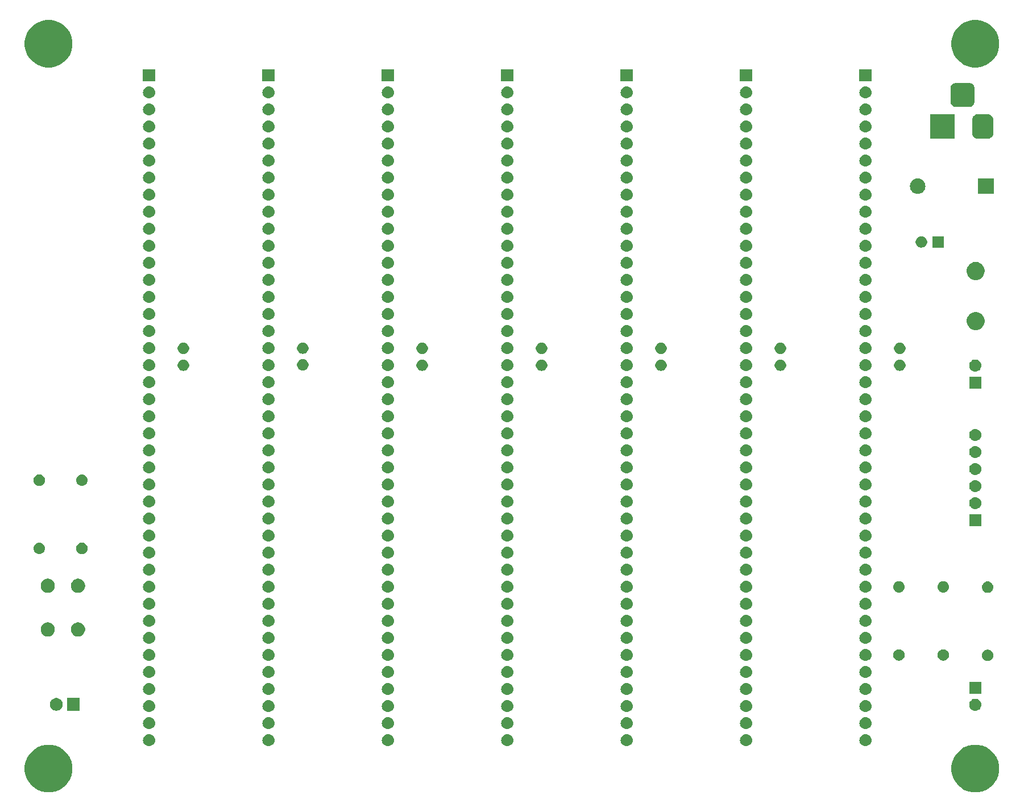
<source format=gts>
G04 #@! TF.GenerationSoftware,KiCad,Pcbnew,(5.1.2)-2*
G04 #@! TF.CreationDate,2021-05-14T22:55:01+02:00*
G04 #@! TF.ProjectId,Backplane_V1.0,4261636b-706c-4616-9e65-5f56312e302e,rev?*
G04 #@! TF.SameCoordinates,Original*
G04 #@! TF.FileFunction,Soldermask,Top*
G04 #@! TF.FilePolarity,Negative*
%FSLAX46Y46*%
G04 Gerber Fmt 4.6, Leading zero omitted, Abs format (unit mm)*
G04 Created by KiCad (PCBNEW (5.1.2)-2) date 2021-05-14 22:55:01*
%MOMM*%
%LPD*%
G04 APERTURE LIST*
%ADD10C,0.100000*%
G04 APERTURE END LIST*
D10*
G36*
X195035787Y-145585462D02*
G01*
X195225068Y-145663865D01*
X195682029Y-145853144D01*
X196263631Y-146241758D01*
X196758242Y-146736369D01*
X197146856Y-147317971D01*
X197261541Y-147594845D01*
X197414538Y-147964213D01*
X197551000Y-148650256D01*
X197551000Y-149349744D01*
X197414538Y-150035787D01*
X197414537Y-150035789D01*
X197146856Y-150682029D01*
X196758242Y-151263631D01*
X196263631Y-151758242D01*
X195682029Y-152146856D01*
X195225068Y-152336135D01*
X195035787Y-152414538D01*
X194349744Y-152551000D01*
X193650256Y-152551000D01*
X192964213Y-152414538D01*
X192774932Y-152336135D01*
X192317971Y-152146856D01*
X191736369Y-151758242D01*
X191241758Y-151263631D01*
X190853144Y-150682029D01*
X190585463Y-150035789D01*
X190585462Y-150035787D01*
X190449000Y-149349744D01*
X190449000Y-148650256D01*
X190585462Y-147964213D01*
X190738459Y-147594845D01*
X190853144Y-147317971D01*
X191241758Y-146736369D01*
X191736369Y-146241758D01*
X192317971Y-145853144D01*
X192774932Y-145663865D01*
X192964213Y-145585462D01*
X193650256Y-145449000D01*
X194349744Y-145449000D01*
X195035787Y-145585462D01*
X195035787Y-145585462D01*
G37*
G36*
X57035787Y-145585462D02*
G01*
X57225068Y-145663865D01*
X57682029Y-145853144D01*
X58263631Y-146241758D01*
X58758242Y-146736369D01*
X59146856Y-147317971D01*
X59261541Y-147594845D01*
X59414538Y-147964213D01*
X59551000Y-148650256D01*
X59551000Y-149349744D01*
X59414538Y-150035787D01*
X59414537Y-150035789D01*
X59146856Y-150682029D01*
X58758242Y-151263631D01*
X58263631Y-151758242D01*
X57682029Y-152146856D01*
X57225068Y-152336135D01*
X57035787Y-152414538D01*
X56349744Y-152551000D01*
X55650256Y-152551000D01*
X54964213Y-152414538D01*
X54774932Y-152336135D01*
X54317971Y-152146856D01*
X53736369Y-151758242D01*
X53241758Y-151263631D01*
X52853144Y-150682029D01*
X52585463Y-150035789D01*
X52585462Y-150035787D01*
X52449000Y-149349744D01*
X52449000Y-148650256D01*
X52585462Y-147964213D01*
X52738459Y-147594845D01*
X52853144Y-147317971D01*
X53241758Y-146736369D01*
X53736369Y-146241758D01*
X54317971Y-145853144D01*
X54774932Y-145663865D01*
X54964213Y-145585462D01*
X55650256Y-145449000D01*
X56349744Y-145449000D01*
X57035787Y-145585462D01*
X57035787Y-145585462D01*
G37*
G36*
X159970443Y-143885519D02*
G01*
X160036627Y-143892037D01*
X160206466Y-143943557D01*
X160362991Y-144027222D01*
X160398729Y-144056552D01*
X160500186Y-144139814D01*
X160583448Y-144241271D01*
X160612778Y-144277009D01*
X160696443Y-144433534D01*
X160747963Y-144603373D01*
X160765359Y-144780000D01*
X160747963Y-144956627D01*
X160696443Y-145126466D01*
X160612778Y-145282991D01*
X160583448Y-145318729D01*
X160500186Y-145420186D01*
X160398729Y-145503448D01*
X160362991Y-145532778D01*
X160206466Y-145616443D01*
X160036627Y-145667963D01*
X159970443Y-145674481D01*
X159904260Y-145681000D01*
X159815740Y-145681000D01*
X159749557Y-145674481D01*
X159683373Y-145667963D01*
X159513534Y-145616443D01*
X159357009Y-145532778D01*
X159321271Y-145503448D01*
X159219814Y-145420186D01*
X159136552Y-145318729D01*
X159107222Y-145282991D01*
X159023557Y-145126466D01*
X158972037Y-144956627D01*
X158954641Y-144780000D01*
X158972037Y-144603373D01*
X159023557Y-144433534D01*
X159107222Y-144277009D01*
X159136552Y-144241271D01*
X159219814Y-144139814D01*
X159321271Y-144056552D01*
X159357009Y-144027222D01*
X159513534Y-143943557D01*
X159683373Y-143892037D01*
X159749557Y-143885519D01*
X159815740Y-143879000D01*
X159904260Y-143879000D01*
X159970443Y-143885519D01*
X159970443Y-143885519D01*
G37*
G36*
X124410443Y-143885519D02*
G01*
X124476627Y-143892037D01*
X124646466Y-143943557D01*
X124802991Y-144027222D01*
X124838729Y-144056552D01*
X124940186Y-144139814D01*
X125023448Y-144241271D01*
X125052778Y-144277009D01*
X125136443Y-144433534D01*
X125187963Y-144603373D01*
X125205359Y-144780000D01*
X125187963Y-144956627D01*
X125136443Y-145126466D01*
X125052778Y-145282991D01*
X125023448Y-145318729D01*
X124940186Y-145420186D01*
X124838729Y-145503448D01*
X124802991Y-145532778D01*
X124646466Y-145616443D01*
X124476627Y-145667963D01*
X124410443Y-145674481D01*
X124344260Y-145681000D01*
X124255740Y-145681000D01*
X124189557Y-145674481D01*
X124123373Y-145667963D01*
X123953534Y-145616443D01*
X123797009Y-145532778D01*
X123761271Y-145503448D01*
X123659814Y-145420186D01*
X123576552Y-145318729D01*
X123547222Y-145282991D01*
X123463557Y-145126466D01*
X123412037Y-144956627D01*
X123394641Y-144780000D01*
X123412037Y-144603373D01*
X123463557Y-144433534D01*
X123547222Y-144277009D01*
X123576552Y-144241271D01*
X123659814Y-144139814D01*
X123761271Y-144056552D01*
X123797009Y-144027222D01*
X123953534Y-143943557D01*
X124123373Y-143892037D01*
X124189557Y-143885519D01*
X124255740Y-143879000D01*
X124344260Y-143879000D01*
X124410443Y-143885519D01*
X124410443Y-143885519D01*
G37*
G36*
X71070443Y-143885519D02*
G01*
X71136627Y-143892037D01*
X71306466Y-143943557D01*
X71462991Y-144027222D01*
X71498729Y-144056552D01*
X71600186Y-144139814D01*
X71683448Y-144241271D01*
X71712778Y-144277009D01*
X71796443Y-144433534D01*
X71847963Y-144603373D01*
X71865359Y-144780000D01*
X71847963Y-144956627D01*
X71796443Y-145126466D01*
X71712778Y-145282991D01*
X71683448Y-145318729D01*
X71600186Y-145420186D01*
X71498729Y-145503448D01*
X71462991Y-145532778D01*
X71306466Y-145616443D01*
X71136627Y-145667963D01*
X71070443Y-145674481D01*
X71004260Y-145681000D01*
X70915740Y-145681000D01*
X70849557Y-145674481D01*
X70783373Y-145667963D01*
X70613534Y-145616443D01*
X70457009Y-145532778D01*
X70421271Y-145503448D01*
X70319814Y-145420186D01*
X70236552Y-145318729D01*
X70207222Y-145282991D01*
X70123557Y-145126466D01*
X70072037Y-144956627D01*
X70054641Y-144780000D01*
X70072037Y-144603373D01*
X70123557Y-144433534D01*
X70207222Y-144277009D01*
X70236552Y-144241271D01*
X70319814Y-144139814D01*
X70421271Y-144056552D01*
X70457009Y-144027222D01*
X70613534Y-143943557D01*
X70783373Y-143892037D01*
X70849557Y-143885519D01*
X70915740Y-143879000D01*
X71004260Y-143879000D01*
X71070443Y-143885519D01*
X71070443Y-143885519D01*
G37*
G36*
X88850443Y-143885519D02*
G01*
X88916627Y-143892037D01*
X89086466Y-143943557D01*
X89242991Y-144027222D01*
X89278729Y-144056552D01*
X89380186Y-144139814D01*
X89463448Y-144241271D01*
X89492778Y-144277009D01*
X89576443Y-144433534D01*
X89627963Y-144603373D01*
X89645359Y-144780000D01*
X89627963Y-144956627D01*
X89576443Y-145126466D01*
X89492778Y-145282991D01*
X89463448Y-145318729D01*
X89380186Y-145420186D01*
X89278729Y-145503448D01*
X89242991Y-145532778D01*
X89086466Y-145616443D01*
X88916627Y-145667963D01*
X88850443Y-145674481D01*
X88784260Y-145681000D01*
X88695740Y-145681000D01*
X88629557Y-145674481D01*
X88563373Y-145667963D01*
X88393534Y-145616443D01*
X88237009Y-145532778D01*
X88201271Y-145503448D01*
X88099814Y-145420186D01*
X88016552Y-145318729D01*
X87987222Y-145282991D01*
X87903557Y-145126466D01*
X87852037Y-144956627D01*
X87834641Y-144780000D01*
X87852037Y-144603373D01*
X87903557Y-144433534D01*
X87987222Y-144277009D01*
X88016552Y-144241271D01*
X88099814Y-144139814D01*
X88201271Y-144056552D01*
X88237009Y-144027222D01*
X88393534Y-143943557D01*
X88563373Y-143892037D01*
X88629557Y-143885519D01*
X88695740Y-143879000D01*
X88784260Y-143879000D01*
X88850443Y-143885519D01*
X88850443Y-143885519D01*
G37*
G36*
X142190443Y-143885519D02*
G01*
X142256627Y-143892037D01*
X142426466Y-143943557D01*
X142582991Y-144027222D01*
X142618729Y-144056552D01*
X142720186Y-144139814D01*
X142803448Y-144241271D01*
X142832778Y-144277009D01*
X142916443Y-144433534D01*
X142967963Y-144603373D01*
X142985359Y-144780000D01*
X142967963Y-144956627D01*
X142916443Y-145126466D01*
X142832778Y-145282991D01*
X142803448Y-145318729D01*
X142720186Y-145420186D01*
X142618729Y-145503448D01*
X142582991Y-145532778D01*
X142426466Y-145616443D01*
X142256627Y-145667963D01*
X142190443Y-145674481D01*
X142124260Y-145681000D01*
X142035740Y-145681000D01*
X141969557Y-145674481D01*
X141903373Y-145667963D01*
X141733534Y-145616443D01*
X141577009Y-145532778D01*
X141541271Y-145503448D01*
X141439814Y-145420186D01*
X141356552Y-145318729D01*
X141327222Y-145282991D01*
X141243557Y-145126466D01*
X141192037Y-144956627D01*
X141174641Y-144780000D01*
X141192037Y-144603373D01*
X141243557Y-144433534D01*
X141327222Y-144277009D01*
X141356552Y-144241271D01*
X141439814Y-144139814D01*
X141541271Y-144056552D01*
X141577009Y-144027222D01*
X141733534Y-143943557D01*
X141903373Y-143892037D01*
X141969557Y-143885519D01*
X142035740Y-143879000D01*
X142124260Y-143879000D01*
X142190443Y-143885519D01*
X142190443Y-143885519D01*
G37*
G36*
X177750443Y-143885519D02*
G01*
X177816627Y-143892037D01*
X177986466Y-143943557D01*
X178142991Y-144027222D01*
X178178729Y-144056552D01*
X178280186Y-144139814D01*
X178363448Y-144241271D01*
X178392778Y-144277009D01*
X178476443Y-144433534D01*
X178527963Y-144603373D01*
X178545359Y-144780000D01*
X178527963Y-144956627D01*
X178476443Y-145126466D01*
X178392778Y-145282991D01*
X178363448Y-145318729D01*
X178280186Y-145420186D01*
X178178729Y-145503448D01*
X178142991Y-145532778D01*
X177986466Y-145616443D01*
X177816627Y-145667963D01*
X177750443Y-145674481D01*
X177684260Y-145681000D01*
X177595740Y-145681000D01*
X177529557Y-145674481D01*
X177463373Y-145667963D01*
X177293534Y-145616443D01*
X177137009Y-145532778D01*
X177101271Y-145503448D01*
X176999814Y-145420186D01*
X176916552Y-145318729D01*
X176887222Y-145282991D01*
X176803557Y-145126466D01*
X176752037Y-144956627D01*
X176734641Y-144780000D01*
X176752037Y-144603373D01*
X176803557Y-144433534D01*
X176887222Y-144277009D01*
X176916552Y-144241271D01*
X176999814Y-144139814D01*
X177101271Y-144056552D01*
X177137009Y-144027222D01*
X177293534Y-143943557D01*
X177463373Y-143892037D01*
X177529557Y-143885519D01*
X177595740Y-143879000D01*
X177684260Y-143879000D01*
X177750443Y-143885519D01*
X177750443Y-143885519D01*
G37*
G36*
X106630443Y-143885519D02*
G01*
X106696627Y-143892037D01*
X106866466Y-143943557D01*
X107022991Y-144027222D01*
X107058729Y-144056552D01*
X107160186Y-144139814D01*
X107243448Y-144241271D01*
X107272778Y-144277009D01*
X107356443Y-144433534D01*
X107407963Y-144603373D01*
X107425359Y-144780000D01*
X107407963Y-144956627D01*
X107356443Y-145126466D01*
X107272778Y-145282991D01*
X107243448Y-145318729D01*
X107160186Y-145420186D01*
X107058729Y-145503448D01*
X107022991Y-145532778D01*
X106866466Y-145616443D01*
X106696627Y-145667963D01*
X106630443Y-145674481D01*
X106564260Y-145681000D01*
X106475740Y-145681000D01*
X106409557Y-145674481D01*
X106343373Y-145667963D01*
X106173534Y-145616443D01*
X106017009Y-145532778D01*
X105981271Y-145503448D01*
X105879814Y-145420186D01*
X105796552Y-145318729D01*
X105767222Y-145282991D01*
X105683557Y-145126466D01*
X105632037Y-144956627D01*
X105614641Y-144780000D01*
X105632037Y-144603373D01*
X105683557Y-144433534D01*
X105767222Y-144277009D01*
X105796552Y-144241271D01*
X105879814Y-144139814D01*
X105981271Y-144056552D01*
X106017009Y-144027222D01*
X106173534Y-143943557D01*
X106343373Y-143892037D01*
X106409557Y-143885519D01*
X106475740Y-143879000D01*
X106564260Y-143879000D01*
X106630443Y-143885519D01*
X106630443Y-143885519D01*
G37*
G36*
X71070442Y-141345518D02*
G01*
X71136627Y-141352037D01*
X71306466Y-141403557D01*
X71462991Y-141487222D01*
X71498729Y-141516552D01*
X71600186Y-141599814D01*
X71683448Y-141701271D01*
X71712778Y-141737009D01*
X71796443Y-141893534D01*
X71847963Y-142063373D01*
X71865359Y-142240000D01*
X71847963Y-142416627D01*
X71796443Y-142586466D01*
X71712778Y-142742991D01*
X71683448Y-142778729D01*
X71600186Y-142880186D01*
X71498729Y-142963448D01*
X71462991Y-142992778D01*
X71306466Y-143076443D01*
X71136627Y-143127963D01*
X71070443Y-143134481D01*
X71004260Y-143141000D01*
X70915740Y-143141000D01*
X70849557Y-143134481D01*
X70783373Y-143127963D01*
X70613534Y-143076443D01*
X70457009Y-142992778D01*
X70421271Y-142963448D01*
X70319814Y-142880186D01*
X70236552Y-142778729D01*
X70207222Y-142742991D01*
X70123557Y-142586466D01*
X70072037Y-142416627D01*
X70054641Y-142240000D01*
X70072037Y-142063373D01*
X70123557Y-141893534D01*
X70207222Y-141737009D01*
X70236552Y-141701271D01*
X70319814Y-141599814D01*
X70421271Y-141516552D01*
X70457009Y-141487222D01*
X70613534Y-141403557D01*
X70783373Y-141352037D01*
X70849558Y-141345518D01*
X70915740Y-141339000D01*
X71004260Y-141339000D01*
X71070442Y-141345518D01*
X71070442Y-141345518D01*
G37*
G36*
X88850442Y-141345518D02*
G01*
X88916627Y-141352037D01*
X89086466Y-141403557D01*
X89242991Y-141487222D01*
X89278729Y-141516552D01*
X89380186Y-141599814D01*
X89463448Y-141701271D01*
X89492778Y-141737009D01*
X89576443Y-141893534D01*
X89627963Y-142063373D01*
X89645359Y-142240000D01*
X89627963Y-142416627D01*
X89576443Y-142586466D01*
X89492778Y-142742991D01*
X89463448Y-142778729D01*
X89380186Y-142880186D01*
X89278729Y-142963448D01*
X89242991Y-142992778D01*
X89086466Y-143076443D01*
X88916627Y-143127963D01*
X88850443Y-143134481D01*
X88784260Y-143141000D01*
X88695740Y-143141000D01*
X88629557Y-143134481D01*
X88563373Y-143127963D01*
X88393534Y-143076443D01*
X88237009Y-142992778D01*
X88201271Y-142963448D01*
X88099814Y-142880186D01*
X88016552Y-142778729D01*
X87987222Y-142742991D01*
X87903557Y-142586466D01*
X87852037Y-142416627D01*
X87834641Y-142240000D01*
X87852037Y-142063373D01*
X87903557Y-141893534D01*
X87987222Y-141737009D01*
X88016552Y-141701271D01*
X88099814Y-141599814D01*
X88201271Y-141516552D01*
X88237009Y-141487222D01*
X88393534Y-141403557D01*
X88563373Y-141352037D01*
X88629558Y-141345518D01*
X88695740Y-141339000D01*
X88784260Y-141339000D01*
X88850442Y-141345518D01*
X88850442Y-141345518D01*
G37*
G36*
X106630442Y-141345518D02*
G01*
X106696627Y-141352037D01*
X106866466Y-141403557D01*
X107022991Y-141487222D01*
X107058729Y-141516552D01*
X107160186Y-141599814D01*
X107243448Y-141701271D01*
X107272778Y-141737009D01*
X107356443Y-141893534D01*
X107407963Y-142063373D01*
X107425359Y-142240000D01*
X107407963Y-142416627D01*
X107356443Y-142586466D01*
X107272778Y-142742991D01*
X107243448Y-142778729D01*
X107160186Y-142880186D01*
X107058729Y-142963448D01*
X107022991Y-142992778D01*
X106866466Y-143076443D01*
X106696627Y-143127963D01*
X106630443Y-143134481D01*
X106564260Y-143141000D01*
X106475740Y-143141000D01*
X106409557Y-143134481D01*
X106343373Y-143127963D01*
X106173534Y-143076443D01*
X106017009Y-142992778D01*
X105981271Y-142963448D01*
X105879814Y-142880186D01*
X105796552Y-142778729D01*
X105767222Y-142742991D01*
X105683557Y-142586466D01*
X105632037Y-142416627D01*
X105614641Y-142240000D01*
X105632037Y-142063373D01*
X105683557Y-141893534D01*
X105767222Y-141737009D01*
X105796552Y-141701271D01*
X105879814Y-141599814D01*
X105981271Y-141516552D01*
X106017009Y-141487222D01*
X106173534Y-141403557D01*
X106343373Y-141352037D01*
X106409558Y-141345518D01*
X106475740Y-141339000D01*
X106564260Y-141339000D01*
X106630442Y-141345518D01*
X106630442Y-141345518D01*
G37*
G36*
X142190442Y-141345518D02*
G01*
X142256627Y-141352037D01*
X142426466Y-141403557D01*
X142582991Y-141487222D01*
X142618729Y-141516552D01*
X142720186Y-141599814D01*
X142803448Y-141701271D01*
X142832778Y-141737009D01*
X142916443Y-141893534D01*
X142967963Y-142063373D01*
X142985359Y-142240000D01*
X142967963Y-142416627D01*
X142916443Y-142586466D01*
X142832778Y-142742991D01*
X142803448Y-142778729D01*
X142720186Y-142880186D01*
X142618729Y-142963448D01*
X142582991Y-142992778D01*
X142426466Y-143076443D01*
X142256627Y-143127963D01*
X142190443Y-143134481D01*
X142124260Y-143141000D01*
X142035740Y-143141000D01*
X141969557Y-143134481D01*
X141903373Y-143127963D01*
X141733534Y-143076443D01*
X141577009Y-142992778D01*
X141541271Y-142963448D01*
X141439814Y-142880186D01*
X141356552Y-142778729D01*
X141327222Y-142742991D01*
X141243557Y-142586466D01*
X141192037Y-142416627D01*
X141174641Y-142240000D01*
X141192037Y-142063373D01*
X141243557Y-141893534D01*
X141327222Y-141737009D01*
X141356552Y-141701271D01*
X141439814Y-141599814D01*
X141541271Y-141516552D01*
X141577009Y-141487222D01*
X141733534Y-141403557D01*
X141903373Y-141352037D01*
X141969558Y-141345518D01*
X142035740Y-141339000D01*
X142124260Y-141339000D01*
X142190442Y-141345518D01*
X142190442Y-141345518D01*
G37*
G36*
X159970442Y-141345518D02*
G01*
X160036627Y-141352037D01*
X160206466Y-141403557D01*
X160362991Y-141487222D01*
X160398729Y-141516552D01*
X160500186Y-141599814D01*
X160583448Y-141701271D01*
X160612778Y-141737009D01*
X160696443Y-141893534D01*
X160747963Y-142063373D01*
X160765359Y-142240000D01*
X160747963Y-142416627D01*
X160696443Y-142586466D01*
X160612778Y-142742991D01*
X160583448Y-142778729D01*
X160500186Y-142880186D01*
X160398729Y-142963448D01*
X160362991Y-142992778D01*
X160206466Y-143076443D01*
X160036627Y-143127963D01*
X159970443Y-143134481D01*
X159904260Y-143141000D01*
X159815740Y-143141000D01*
X159749557Y-143134481D01*
X159683373Y-143127963D01*
X159513534Y-143076443D01*
X159357009Y-142992778D01*
X159321271Y-142963448D01*
X159219814Y-142880186D01*
X159136552Y-142778729D01*
X159107222Y-142742991D01*
X159023557Y-142586466D01*
X158972037Y-142416627D01*
X158954641Y-142240000D01*
X158972037Y-142063373D01*
X159023557Y-141893534D01*
X159107222Y-141737009D01*
X159136552Y-141701271D01*
X159219814Y-141599814D01*
X159321271Y-141516552D01*
X159357009Y-141487222D01*
X159513534Y-141403557D01*
X159683373Y-141352037D01*
X159749558Y-141345518D01*
X159815740Y-141339000D01*
X159904260Y-141339000D01*
X159970442Y-141345518D01*
X159970442Y-141345518D01*
G37*
G36*
X177750442Y-141345518D02*
G01*
X177816627Y-141352037D01*
X177986466Y-141403557D01*
X178142991Y-141487222D01*
X178178729Y-141516552D01*
X178280186Y-141599814D01*
X178363448Y-141701271D01*
X178392778Y-141737009D01*
X178476443Y-141893534D01*
X178527963Y-142063373D01*
X178545359Y-142240000D01*
X178527963Y-142416627D01*
X178476443Y-142586466D01*
X178392778Y-142742991D01*
X178363448Y-142778729D01*
X178280186Y-142880186D01*
X178178729Y-142963448D01*
X178142991Y-142992778D01*
X177986466Y-143076443D01*
X177816627Y-143127963D01*
X177750443Y-143134481D01*
X177684260Y-143141000D01*
X177595740Y-143141000D01*
X177529557Y-143134481D01*
X177463373Y-143127963D01*
X177293534Y-143076443D01*
X177137009Y-142992778D01*
X177101271Y-142963448D01*
X176999814Y-142880186D01*
X176916552Y-142778729D01*
X176887222Y-142742991D01*
X176803557Y-142586466D01*
X176752037Y-142416627D01*
X176734641Y-142240000D01*
X176752037Y-142063373D01*
X176803557Y-141893534D01*
X176887222Y-141737009D01*
X176916552Y-141701271D01*
X176999814Y-141599814D01*
X177101271Y-141516552D01*
X177137009Y-141487222D01*
X177293534Y-141403557D01*
X177463373Y-141352037D01*
X177529558Y-141345518D01*
X177595740Y-141339000D01*
X177684260Y-141339000D01*
X177750442Y-141345518D01*
X177750442Y-141345518D01*
G37*
G36*
X124410442Y-141345518D02*
G01*
X124476627Y-141352037D01*
X124646466Y-141403557D01*
X124802991Y-141487222D01*
X124838729Y-141516552D01*
X124940186Y-141599814D01*
X125023448Y-141701271D01*
X125052778Y-141737009D01*
X125136443Y-141893534D01*
X125187963Y-142063373D01*
X125205359Y-142240000D01*
X125187963Y-142416627D01*
X125136443Y-142586466D01*
X125052778Y-142742991D01*
X125023448Y-142778729D01*
X124940186Y-142880186D01*
X124838729Y-142963448D01*
X124802991Y-142992778D01*
X124646466Y-143076443D01*
X124476627Y-143127963D01*
X124410443Y-143134481D01*
X124344260Y-143141000D01*
X124255740Y-143141000D01*
X124189557Y-143134481D01*
X124123373Y-143127963D01*
X123953534Y-143076443D01*
X123797009Y-142992778D01*
X123761271Y-142963448D01*
X123659814Y-142880186D01*
X123576552Y-142778729D01*
X123547222Y-142742991D01*
X123463557Y-142586466D01*
X123412037Y-142416627D01*
X123394641Y-142240000D01*
X123412037Y-142063373D01*
X123463557Y-141893534D01*
X123547222Y-141737009D01*
X123576552Y-141701271D01*
X123659814Y-141599814D01*
X123761271Y-141516552D01*
X123797009Y-141487222D01*
X123953534Y-141403557D01*
X124123373Y-141352037D01*
X124189558Y-141345518D01*
X124255740Y-141339000D01*
X124344260Y-141339000D01*
X124410442Y-141345518D01*
X124410442Y-141345518D01*
G37*
G36*
X159970442Y-138805518D02*
G01*
X160036627Y-138812037D01*
X160206466Y-138863557D01*
X160206468Y-138863558D01*
X160284729Y-138905390D01*
X160362991Y-138947222D01*
X160398729Y-138976552D01*
X160500186Y-139059814D01*
X160582021Y-139159532D01*
X160612778Y-139197009D01*
X160696443Y-139353534D01*
X160747963Y-139523373D01*
X160765359Y-139700000D01*
X160747963Y-139876627D01*
X160696443Y-140046466D01*
X160612778Y-140202991D01*
X160583448Y-140238729D01*
X160500186Y-140340186D01*
X160398729Y-140423448D01*
X160362991Y-140452778D01*
X160206466Y-140536443D01*
X160036627Y-140587963D01*
X159970442Y-140594482D01*
X159904260Y-140601000D01*
X159815740Y-140601000D01*
X159749558Y-140594482D01*
X159683373Y-140587963D01*
X159513534Y-140536443D01*
X159357009Y-140452778D01*
X159321271Y-140423448D01*
X159219814Y-140340186D01*
X159136552Y-140238729D01*
X159107222Y-140202991D01*
X159023557Y-140046466D01*
X158972037Y-139876627D01*
X158954641Y-139700000D01*
X158972037Y-139523373D01*
X159023557Y-139353534D01*
X159107222Y-139197009D01*
X159137979Y-139159532D01*
X159219814Y-139059814D01*
X159321271Y-138976552D01*
X159357009Y-138947222D01*
X159435271Y-138905390D01*
X159513532Y-138863558D01*
X159513534Y-138863557D01*
X159683373Y-138812037D01*
X159749558Y-138805518D01*
X159815740Y-138799000D01*
X159904260Y-138799000D01*
X159970442Y-138805518D01*
X159970442Y-138805518D01*
G37*
G36*
X177750442Y-138805518D02*
G01*
X177816627Y-138812037D01*
X177986466Y-138863557D01*
X177986468Y-138863558D01*
X178064729Y-138905390D01*
X178142991Y-138947222D01*
X178178729Y-138976552D01*
X178280186Y-139059814D01*
X178362021Y-139159532D01*
X178392778Y-139197009D01*
X178476443Y-139353534D01*
X178527963Y-139523373D01*
X178545359Y-139700000D01*
X178527963Y-139876627D01*
X178476443Y-140046466D01*
X178392778Y-140202991D01*
X178363448Y-140238729D01*
X178280186Y-140340186D01*
X178178729Y-140423448D01*
X178142991Y-140452778D01*
X177986466Y-140536443D01*
X177816627Y-140587963D01*
X177750442Y-140594482D01*
X177684260Y-140601000D01*
X177595740Y-140601000D01*
X177529558Y-140594482D01*
X177463373Y-140587963D01*
X177293534Y-140536443D01*
X177137009Y-140452778D01*
X177101271Y-140423448D01*
X176999814Y-140340186D01*
X176916552Y-140238729D01*
X176887222Y-140202991D01*
X176803557Y-140046466D01*
X176752037Y-139876627D01*
X176734641Y-139700000D01*
X176752037Y-139523373D01*
X176803557Y-139353534D01*
X176887222Y-139197009D01*
X176917979Y-139159532D01*
X176999814Y-139059814D01*
X177101271Y-138976552D01*
X177137009Y-138947222D01*
X177215271Y-138905390D01*
X177293532Y-138863558D01*
X177293534Y-138863557D01*
X177463373Y-138812037D01*
X177529558Y-138805518D01*
X177595740Y-138799000D01*
X177684260Y-138799000D01*
X177750442Y-138805518D01*
X177750442Y-138805518D01*
G37*
G36*
X124410442Y-138805518D02*
G01*
X124476627Y-138812037D01*
X124646466Y-138863557D01*
X124646468Y-138863558D01*
X124724729Y-138905390D01*
X124802991Y-138947222D01*
X124838729Y-138976552D01*
X124940186Y-139059814D01*
X125022021Y-139159532D01*
X125052778Y-139197009D01*
X125136443Y-139353534D01*
X125187963Y-139523373D01*
X125205359Y-139700000D01*
X125187963Y-139876627D01*
X125136443Y-140046466D01*
X125052778Y-140202991D01*
X125023448Y-140238729D01*
X124940186Y-140340186D01*
X124838729Y-140423448D01*
X124802991Y-140452778D01*
X124646466Y-140536443D01*
X124476627Y-140587963D01*
X124410442Y-140594482D01*
X124344260Y-140601000D01*
X124255740Y-140601000D01*
X124189558Y-140594482D01*
X124123373Y-140587963D01*
X123953534Y-140536443D01*
X123797009Y-140452778D01*
X123761271Y-140423448D01*
X123659814Y-140340186D01*
X123576552Y-140238729D01*
X123547222Y-140202991D01*
X123463557Y-140046466D01*
X123412037Y-139876627D01*
X123394641Y-139700000D01*
X123412037Y-139523373D01*
X123463557Y-139353534D01*
X123547222Y-139197009D01*
X123577979Y-139159532D01*
X123659814Y-139059814D01*
X123761271Y-138976552D01*
X123797009Y-138947222D01*
X123875271Y-138905390D01*
X123953532Y-138863558D01*
X123953534Y-138863557D01*
X124123373Y-138812037D01*
X124189558Y-138805518D01*
X124255740Y-138799000D01*
X124344260Y-138799000D01*
X124410442Y-138805518D01*
X124410442Y-138805518D01*
G37*
G36*
X142190442Y-138805518D02*
G01*
X142256627Y-138812037D01*
X142426466Y-138863557D01*
X142426468Y-138863558D01*
X142504729Y-138905390D01*
X142582991Y-138947222D01*
X142618729Y-138976552D01*
X142720186Y-139059814D01*
X142802021Y-139159532D01*
X142832778Y-139197009D01*
X142916443Y-139353534D01*
X142967963Y-139523373D01*
X142985359Y-139700000D01*
X142967963Y-139876627D01*
X142916443Y-140046466D01*
X142832778Y-140202991D01*
X142803448Y-140238729D01*
X142720186Y-140340186D01*
X142618729Y-140423448D01*
X142582991Y-140452778D01*
X142426466Y-140536443D01*
X142256627Y-140587963D01*
X142190442Y-140594482D01*
X142124260Y-140601000D01*
X142035740Y-140601000D01*
X141969558Y-140594482D01*
X141903373Y-140587963D01*
X141733534Y-140536443D01*
X141577009Y-140452778D01*
X141541271Y-140423448D01*
X141439814Y-140340186D01*
X141356552Y-140238729D01*
X141327222Y-140202991D01*
X141243557Y-140046466D01*
X141192037Y-139876627D01*
X141174641Y-139700000D01*
X141192037Y-139523373D01*
X141243557Y-139353534D01*
X141327222Y-139197009D01*
X141357979Y-139159532D01*
X141439814Y-139059814D01*
X141541271Y-138976552D01*
X141577009Y-138947222D01*
X141655271Y-138905390D01*
X141733532Y-138863558D01*
X141733534Y-138863557D01*
X141903373Y-138812037D01*
X141969558Y-138805518D01*
X142035740Y-138799000D01*
X142124260Y-138799000D01*
X142190442Y-138805518D01*
X142190442Y-138805518D01*
G37*
G36*
X106630442Y-138805518D02*
G01*
X106696627Y-138812037D01*
X106866466Y-138863557D01*
X106866468Y-138863558D01*
X106944729Y-138905390D01*
X107022991Y-138947222D01*
X107058729Y-138976552D01*
X107160186Y-139059814D01*
X107242021Y-139159532D01*
X107272778Y-139197009D01*
X107356443Y-139353534D01*
X107407963Y-139523373D01*
X107425359Y-139700000D01*
X107407963Y-139876627D01*
X107356443Y-140046466D01*
X107272778Y-140202991D01*
X107243448Y-140238729D01*
X107160186Y-140340186D01*
X107058729Y-140423448D01*
X107022991Y-140452778D01*
X106866466Y-140536443D01*
X106696627Y-140587963D01*
X106630442Y-140594482D01*
X106564260Y-140601000D01*
X106475740Y-140601000D01*
X106409558Y-140594482D01*
X106343373Y-140587963D01*
X106173534Y-140536443D01*
X106017009Y-140452778D01*
X105981271Y-140423448D01*
X105879814Y-140340186D01*
X105796552Y-140238729D01*
X105767222Y-140202991D01*
X105683557Y-140046466D01*
X105632037Y-139876627D01*
X105614641Y-139700000D01*
X105632037Y-139523373D01*
X105683557Y-139353534D01*
X105767222Y-139197009D01*
X105797979Y-139159532D01*
X105879814Y-139059814D01*
X105981271Y-138976552D01*
X106017009Y-138947222D01*
X106095271Y-138905390D01*
X106173532Y-138863558D01*
X106173534Y-138863557D01*
X106343373Y-138812037D01*
X106409558Y-138805518D01*
X106475740Y-138799000D01*
X106564260Y-138799000D01*
X106630442Y-138805518D01*
X106630442Y-138805518D01*
G37*
G36*
X88850442Y-138805518D02*
G01*
X88916627Y-138812037D01*
X89086466Y-138863557D01*
X89086468Y-138863558D01*
X89164729Y-138905390D01*
X89242991Y-138947222D01*
X89278729Y-138976552D01*
X89380186Y-139059814D01*
X89462021Y-139159532D01*
X89492778Y-139197009D01*
X89576443Y-139353534D01*
X89627963Y-139523373D01*
X89645359Y-139700000D01*
X89627963Y-139876627D01*
X89576443Y-140046466D01*
X89492778Y-140202991D01*
X89463448Y-140238729D01*
X89380186Y-140340186D01*
X89278729Y-140423448D01*
X89242991Y-140452778D01*
X89086466Y-140536443D01*
X88916627Y-140587963D01*
X88850442Y-140594482D01*
X88784260Y-140601000D01*
X88695740Y-140601000D01*
X88629558Y-140594482D01*
X88563373Y-140587963D01*
X88393534Y-140536443D01*
X88237009Y-140452778D01*
X88201271Y-140423448D01*
X88099814Y-140340186D01*
X88016552Y-140238729D01*
X87987222Y-140202991D01*
X87903557Y-140046466D01*
X87852037Y-139876627D01*
X87834641Y-139700000D01*
X87852037Y-139523373D01*
X87903557Y-139353534D01*
X87987222Y-139197009D01*
X88017979Y-139159532D01*
X88099814Y-139059814D01*
X88201271Y-138976552D01*
X88237009Y-138947222D01*
X88315271Y-138905390D01*
X88393532Y-138863558D01*
X88393534Y-138863557D01*
X88563373Y-138812037D01*
X88629558Y-138805518D01*
X88695740Y-138799000D01*
X88784260Y-138799000D01*
X88850442Y-138805518D01*
X88850442Y-138805518D01*
G37*
G36*
X71070442Y-138805518D02*
G01*
X71136627Y-138812037D01*
X71306466Y-138863557D01*
X71306468Y-138863558D01*
X71384729Y-138905390D01*
X71462991Y-138947222D01*
X71498729Y-138976552D01*
X71600186Y-139059814D01*
X71682021Y-139159532D01*
X71712778Y-139197009D01*
X71796443Y-139353534D01*
X71847963Y-139523373D01*
X71865359Y-139700000D01*
X71847963Y-139876627D01*
X71796443Y-140046466D01*
X71712778Y-140202991D01*
X71683448Y-140238729D01*
X71600186Y-140340186D01*
X71498729Y-140423448D01*
X71462991Y-140452778D01*
X71306466Y-140536443D01*
X71136627Y-140587963D01*
X71070442Y-140594482D01*
X71004260Y-140601000D01*
X70915740Y-140601000D01*
X70849558Y-140594482D01*
X70783373Y-140587963D01*
X70613534Y-140536443D01*
X70457009Y-140452778D01*
X70421271Y-140423448D01*
X70319814Y-140340186D01*
X70236552Y-140238729D01*
X70207222Y-140202991D01*
X70123557Y-140046466D01*
X70072037Y-139876627D01*
X70054641Y-139700000D01*
X70072037Y-139523373D01*
X70123557Y-139353534D01*
X70207222Y-139197009D01*
X70237979Y-139159532D01*
X70319814Y-139059814D01*
X70421271Y-138976552D01*
X70457009Y-138947222D01*
X70535271Y-138905390D01*
X70613532Y-138863558D01*
X70613534Y-138863557D01*
X70783373Y-138812037D01*
X70849558Y-138805518D01*
X70915740Y-138799000D01*
X71004260Y-138799000D01*
X71070442Y-138805518D01*
X71070442Y-138805518D01*
G37*
G36*
X194110443Y-138611519D02*
G01*
X194176627Y-138618037D01*
X194346466Y-138669557D01*
X194502991Y-138753222D01*
X194538729Y-138782552D01*
X194640186Y-138865814D01*
X194723448Y-138967271D01*
X194752778Y-139003009D01*
X194836443Y-139159534D01*
X194887963Y-139329373D01*
X194905359Y-139506000D01*
X194887963Y-139682627D01*
X194836443Y-139852466D01*
X194752778Y-140008991D01*
X194723448Y-140044729D01*
X194640186Y-140146186D01*
X194538729Y-140229448D01*
X194502991Y-140258778D01*
X194502989Y-140258779D01*
X194350691Y-140340185D01*
X194346466Y-140342443D01*
X194176627Y-140393963D01*
X194110443Y-140400481D01*
X194044260Y-140407000D01*
X193955740Y-140407000D01*
X193889557Y-140400481D01*
X193823373Y-140393963D01*
X193653534Y-140342443D01*
X193649310Y-140340185D01*
X193497011Y-140258779D01*
X193497009Y-140258778D01*
X193461271Y-140229448D01*
X193359814Y-140146186D01*
X193276552Y-140044729D01*
X193247222Y-140008991D01*
X193163557Y-139852466D01*
X193112037Y-139682627D01*
X193094641Y-139506000D01*
X193112037Y-139329373D01*
X193163557Y-139159534D01*
X193247222Y-139003009D01*
X193276552Y-138967271D01*
X193359814Y-138865814D01*
X193461271Y-138782552D01*
X193497009Y-138753222D01*
X193653534Y-138669557D01*
X193823373Y-138618037D01*
X193889557Y-138611519D01*
X193955740Y-138605000D01*
X194044260Y-138605000D01*
X194110443Y-138611519D01*
X194110443Y-138611519D01*
G37*
G36*
X57427395Y-138531546D02*
G01*
X57600466Y-138603234D01*
X57600467Y-138603235D01*
X57756227Y-138707310D01*
X57888690Y-138839773D01*
X57941081Y-138918182D01*
X57992766Y-138995534D01*
X58064454Y-139168605D01*
X58101000Y-139352333D01*
X58101000Y-139539667D01*
X58064454Y-139723395D01*
X57992766Y-139896466D01*
X57992765Y-139896467D01*
X57888690Y-140052227D01*
X57756227Y-140184690D01*
X57728840Y-140202989D01*
X57600466Y-140288766D01*
X57427395Y-140360454D01*
X57243667Y-140397000D01*
X57056333Y-140397000D01*
X56872605Y-140360454D01*
X56699534Y-140288766D01*
X56571160Y-140202989D01*
X56543773Y-140184690D01*
X56411310Y-140052227D01*
X56307235Y-139896467D01*
X56307234Y-139896466D01*
X56235546Y-139723395D01*
X56199000Y-139539667D01*
X56199000Y-139352333D01*
X56235546Y-139168605D01*
X56307234Y-138995534D01*
X56358919Y-138918182D01*
X56411310Y-138839773D01*
X56543773Y-138707310D01*
X56699533Y-138603235D01*
X56699534Y-138603234D01*
X56872605Y-138531546D01*
X57056333Y-138495000D01*
X57243667Y-138495000D01*
X57427395Y-138531546D01*
X57427395Y-138531546D01*
G37*
G36*
X60641000Y-140397000D02*
G01*
X58739000Y-140397000D01*
X58739000Y-138495000D01*
X60641000Y-138495000D01*
X60641000Y-140397000D01*
X60641000Y-140397000D01*
G37*
G36*
X124410443Y-136265519D02*
G01*
X124476627Y-136272037D01*
X124646466Y-136323557D01*
X124802991Y-136407222D01*
X124838729Y-136436552D01*
X124940186Y-136519814D01*
X125023448Y-136621271D01*
X125052778Y-136657009D01*
X125136443Y-136813534D01*
X125187963Y-136983373D01*
X125205359Y-137160000D01*
X125187963Y-137336627D01*
X125136443Y-137506466D01*
X125052778Y-137662991D01*
X125023448Y-137698729D01*
X124940186Y-137800186D01*
X124838729Y-137883448D01*
X124802991Y-137912778D01*
X124646466Y-137996443D01*
X124476627Y-138047963D01*
X124410442Y-138054482D01*
X124344260Y-138061000D01*
X124255740Y-138061000D01*
X124189558Y-138054482D01*
X124123373Y-138047963D01*
X123953534Y-137996443D01*
X123797009Y-137912778D01*
X123761271Y-137883448D01*
X123659814Y-137800186D01*
X123576552Y-137698729D01*
X123547222Y-137662991D01*
X123463557Y-137506466D01*
X123412037Y-137336627D01*
X123394641Y-137160000D01*
X123412037Y-136983373D01*
X123463557Y-136813534D01*
X123547222Y-136657009D01*
X123576552Y-136621271D01*
X123659814Y-136519814D01*
X123761271Y-136436552D01*
X123797009Y-136407222D01*
X123953534Y-136323557D01*
X124123373Y-136272037D01*
X124189557Y-136265519D01*
X124255740Y-136259000D01*
X124344260Y-136259000D01*
X124410443Y-136265519D01*
X124410443Y-136265519D01*
G37*
G36*
X142190443Y-136265519D02*
G01*
X142256627Y-136272037D01*
X142426466Y-136323557D01*
X142582991Y-136407222D01*
X142618729Y-136436552D01*
X142720186Y-136519814D01*
X142803448Y-136621271D01*
X142832778Y-136657009D01*
X142916443Y-136813534D01*
X142967963Y-136983373D01*
X142985359Y-137160000D01*
X142967963Y-137336627D01*
X142916443Y-137506466D01*
X142832778Y-137662991D01*
X142803448Y-137698729D01*
X142720186Y-137800186D01*
X142618729Y-137883448D01*
X142582991Y-137912778D01*
X142426466Y-137996443D01*
X142256627Y-138047963D01*
X142190442Y-138054482D01*
X142124260Y-138061000D01*
X142035740Y-138061000D01*
X141969558Y-138054482D01*
X141903373Y-138047963D01*
X141733534Y-137996443D01*
X141577009Y-137912778D01*
X141541271Y-137883448D01*
X141439814Y-137800186D01*
X141356552Y-137698729D01*
X141327222Y-137662991D01*
X141243557Y-137506466D01*
X141192037Y-137336627D01*
X141174641Y-137160000D01*
X141192037Y-136983373D01*
X141243557Y-136813534D01*
X141327222Y-136657009D01*
X141356552Y-136621271D01*
X141439814Y-136519814D01*
X141541271Y-136436552D01*
X141577009Y-136407222D01*
X141733534Y-136323557D01*
X141903373Y-136272037D01*
X141969557Y-136265519D01*
X142035740Y-136259000D01*
X142124260Y-136259000D01*
X142190443Y-136265519D01*
X142190443Y-136265519D01*
G37*
G36*
X106630443Y-136265519D02*
G01*
X106696627Y-136272037D01*
X106866466Y-136323557D01*
X107022991Y-136407222D01*
X107058729Y-136436552D01*
X107160186Y-136519814D01*
X107243448Y-136621271D01*
X107272778Y-136657009D01*
X107356443Y-136813534D01*
X107407963Y-136983373D01*
X107425359Y-137160000D01*
X107407963Y-137336627D01*
X107356443Y-137506466D01*
X107272778Y-137662991D01*
X107243448Y-137698729D01*
X107160186Y-137800186D01*
X107058729Y-137883448D01*
X107022991Y-137912778D01*
X106866466Y-137996443D01*
X106696627Y-138047963D01*
X106630442Y-138054482D01*
X106564260Y-138061000D01*
X106475740Y-138061000D01*
X106409558Y-138054482D01*
X106343373Y-138047963D01*
X106173534Y-137996443D01*
X106017009Y-137912778D01*
X105981271Y-137883448D01*
X105879814Y-137800186D01*
X105796552Y-137698729D01*
X105767222Y-137662991D01*
X105683557Y-137506466D01*
X105632037Y-137336627D01*
X105614641Y-137160000D01*
X105632037Y-136983373D01*
X105683557Y-136813534D01*
X105767222Y-136657009D01*
X105796552Y-136621271D01*
X105879814Y-136519814D01*
X105981271Y-136436552D01*
X106017009Y-136407222D01*
X106173534Y-136323557D01*
X106343373Y-136272037D01*
X106409557Y-136265519D01*
X106475740Y-136259000D01*
X106564260Y-136259000D01*
X106630443Y-136265519D01*
X106630443Y-136265519D01*
G37*
G36*
X88850443Y-136265519D02*
G01*
X88916627Y-136272037D01*
X89086466Y-136323557D01*
X89242991Y-136407222D01*
X89278729Y-136436552D01*
X89380186Y-136519814D01*
X89463448Y-136621271D01*
X89492778Y-136657009D01*
X89576443Y-136813534D01*
X89627963Y-136983373D01*
X89645359Y-137160000D01*
X89627963Y-137336627D01*
X89576443Y-137506466D01*
X89492778Y-137662991D01*
X89463448Y-137698729D01*
X89380186Y-137800186D01*
X89278729Y-137883448D01*
X89242991Y-137912778D01*
X89086466Y-137996443D01*
X88916627Y-138047963D01*
X88850442Y-138054482D01*
X88784260Y-138061000D01*
X88695740Y-138061000D01*
X88629558Y-138054482D01*
X88563373Y-138047963D01*
X88393534Y-137996443D01*
X88237009Y-137912778D01*
X88201271Y-137883448D01*
X88099814Y-137800186D01*
X88016552Y-137698729D01*
X87987222Y-137662991D01*
X87903557Y-137506466D01*
X87852037Y-137336627D01*
X87834641Y-137160000D01*
X87852037Y-136983373D01*
X87903557Y-136813534D01*
X87987222Y-136657009D01*
X88016552Y-136621271D01*
X88099814Y-136519814D01*
X88201271Y-136436552D01*
X88237009Y-136407222D01*
X88393534Y-136323557D01*
X88563373Y-136272037D01*
X88629557Y-136265519D01*
X88695740Y-136259000D01*
X88784260Y-136259000D01*
X88850443Y-136265519D01*
X88850443Y-136265519D01*
G37*
G36*
X159970443Y-136265519D02*
G01*
X160036627Y-136272037D01*
X160206466Y-136323557D01*
X160362991Y-136407222D01*
X160398729Y-136436552D01*
X160500186Y-136519814D01*
X160583448Y-136621271D01*
X160612778Y-136657009D01*
X160696443Y-136813534D01*
X160747963Y-136983373D01*
X160765359Y-137160000D01*
X160747963Y-137336627D01*
X160696443Y-137506466D01*
X160612778Y-137662991D01*
X160583448Y-137698729D01*
X160500186Y-137800186D01*
X160398729Y-137883448D01*
X160362991Y-137912778D01*
X160206466Y-137996443D01*
X160036627Y-138047963D01*
X159970442Y-138054482D01*
X159904260Y-138061000D01*
X159815740Y-138061000D01*
X159749558Y-138054482D01*
X159683373Y-138047963D01*
X159513534Y-137996443D01*
X159357009Y-137912778D01*
X159321271Y-137883448D01*
X159219814Y-137800186D01*
X159136552Y-137698729D01*
X159107222Y-137662991D01*
X159023557Y-137506466D01*
X158972037Y-137336627D01*
X158954641Y-137160000D01*
X158972037Y-136983373D01*
X159023557Y-136813534D01*
X159107222Y-136657009D01*
X159136552Y-136621271D01*
X159219814Y-136519814D01*
X159321271Y-136436552D01*
X159357009Y-136407222D01*
X159513534Y-136323557D01*
X159683373Y-136272037D01*
X159749557Y-136265519D01*
X159815740Y-136259000D01*
X159904260Y-136259000D01*
X159970443Y-136265519D01*
X159970443Y-136265519D01*
G37*
G36*
X71070443Y-136265519D02*
G01*
X71136627Y-136272037D01*
X71306466Y-136323557D01*
X71462991Y-136407222D01*
X71498729Y-136436552D01*
X71600186Y-136519814D01*
X71683448Y-136621271D01*
X71712778Y-136657009D01*
X71796443Y-136813534D01*
X71847963Y-136983373D01*
X71865359Y-137160000D01*
X71847963Y-137336627D01*
X71796443Y-137506466D01*
X71712778Y-137662991D01*
X71683448Y-137698729D01*
X71600186Y-137800186D01*
X71498729Y-137883448D01*
X71462991Y-137912778D01*
X71306466Y-137996443D01*
X71136627Y-138047963D01*
X71070442Y-138054482D01*
X71004260Y-138061000D01*
X70915740Y-138061000D01*
X70849558Y-138054482D01*
X70783373Y-138047963D01*
X70613534Y-137996443D01*
X70457009Y-137912778D01*
X70421271Y-137883448D01*
X70319814Y-137800186D01*
X70236552Y-137698729D01*
X70207222Y-137662991D01*
X70123557Y-137506466D01*
X70072037Y-137336627D01*
X70054641Y-137160000D01*
X70072037Y-136983373D01*
X70123557Y-136813534D01*
X70207222Y-136657009D01*
X70236552Y-136621271D01*
X70319814Y-136519814D01*
X70421271Y-136436552D01*
X70457009Y-136407222D01*
X70613534Y-136323557D01*
X70783373Y-136272037D01*
X70849557Y-136265519D01*
X70915740Y-136259000D01*
X71004260Y-136259000D01*
X71070443Y-136265519D01*
X71070443Y-136265519D01*
G37*
G36*
X177750443Y-136265519D02*
G01*
X177816627Y-136272037D01*
X177986466Y-136323557D01*
X178142991Y-136407222D01*
X178178729Y-136436552D01*
X178280186Y-136519814D01*
X178363448Y-136621271D01*
X178392778Y-136657009D01*
X178476443Y-136813534D01*
X178527963Y-136983373D01*
X178545359Y-137160000D01*
X178527963Y-137336627D01*
X178476443Y-137506466D01*
X178392778Y-137662991D01*
X178363448Y-137698729D01*
X178280186Y-137800186D01*
X178178729Y-137883448D01*
X178142991Y-137912778D01*
X177986466Y-137996443D01*
X177816627Y-138047963D01*
X177750442Y-138054482D01*
X177684260Y-138061000D01*
X177595740Y-138061000D01*
X177529558Y-138054482D01*
X177463373Y-138047963D01*
X177293534Y-137996443D01*
X177137009Y-137912778D01*
X177101271Y-137883448D01*
X176999814Y-137800186D01*
X176916552Y-137698729D01*
X176887222Y-137662991D01*
X176803557Y-137506466D01*
X176752037Y-137336627D01*
X176734641Y-137160000D01*
X176752037Y-136983373D01*
X176803557Y-136813534D01*
X176887222Y-136657009D01*
X176916552Y-136621271D01*
X176999814Y-136519814D01*
X177101271Y-136436552D01*
X177137009Y-136407222D01*
X177293534Y-136323557D01*
X177463373Y-136272037D01*
X177529557Y-136265519D01*
X177595740Y-136259000D01*
X177684260Y-136259000D01*
X177750443Y-136265519D01*
X177750443Y-136265519D01*
G37*
G36*
X194901000Y-137867000D02*
G01*
X193099000Y-137867000D01*
X193099000Y-136065000D01*
X194901000Y-136065000D01*
X194901000Y-137867000D01*
X194901000Y-137867000D01*
G37*
G36*
X71070443Y-133725519D02*
G01*
X71136627Y-133732037D01*
X71306466Y-133783557D01*
X71462991Y-133867222D01*
X71498729Y-133896552D01*
X71600186Y-133979814D01*
X71683448Y-134081271D01*
X71712778Y-134117009D01*
X71796443Y-134273534D01*
X71847963Y-134443373D01*
X71865359Y-134620000D01*
X71847963Y-134796627D01*
X71796443Y-134966466D01*
X71712778Y-135122991D01*
X71683448Y-135158729D01*
X71600186Y-135260186D01*
X71498729Y-135343448D01*
X71462991Y-135372778D01*
X71306466Y-135456443D01*
X71136627Y-135507963D01*
X71070443Y-135514481D01*
X71004260Y-135521000D01*
X70915740Y-135521000D01*
X70849557Y-135514481D01*
X70783373Y-135507963D01*
X70613534Y-135456443D01*
X70457009Y-135372778D01*
X70421271Y-135343448D01*
X70319814Y-135260186D01*
X70236552Y-135158729D01*
X70207222Y-135122991D01*
X70123557Y-134966466D01*
X70072037Y-134796627D01*
X70054641Y-134620000D01*
X70072037Y-134443373D01*
X70123557Y-134273534D01*
X70207222Y-134117009D01*
X70236552Y-134081271D01*
X70319814Y-133979814D01*
X70421271Y-133896552D01*
X70457009Y-133867222D01*
X70613534Y-133783557D01*
X70783373Y-133732037D01*
X70849557Y-133725519D01*
X70915740Y-133719000D01*
X71004260Y-133719000D01*
X71070443Y-133725519D01*
X71070443Y-133725519D01*
G37*
G36*
X124410443Y-133725519D02*
G01*
X124476627Y-133732037D01*
X124646466Y-133783557D01*
X124802991Y-133867222D01*
X124838729Y-133896552D01*
X124940186Y-133979814D01*
X125023448Y-134081271D01*
X125052778Y-134117009D01*
X125136443Y-134273534D01*
X125187963Y-134443373D01*
X125205359Y-134620000D01*
X125187963Y-134796627D01*
X125136443Y-134966466D01*
X125052778Y-135122991D01*
X125023448Y-135158729D01*
X124940186Y-135260186D01*
X124838729Y-135343448D01*
X124802991Y-135372778D01*
X124646466Y-135456443D01*
X124476627Y-135507963D01*
X124410443Y-135514481D01*
X124344260Y-135521000D01*
X124255740Y-135521000D01*
X124189557Y-135514481D01*
X124123373Y-135507963D01*
X123953534Y-135456443D01*
X123797009Y-135372778D01*
X123761271Y-135343448D01*
X123659814Y-135260186D01*
X123576552Y-135158729D01*
X123547222Y-135122991D01*
X123463557Y-134966466D01*
X123412037Y-134796627D01*
X123394641Y-134620000D01*
X123412037Y-134443373D01*
X123463557Y-134273534D01*
X123547222Y-134117009D01*
X123576552Y-134081271D01*
X123659814Y-133979814D01*
X123761271Y-133896552D01*
X123797009Y-133867222D01*
X123953534Y-133783557D01*
X124123373Y-133732037D01*
X124189557Y-133725519D01*
X124255740Y-133719000D01*
X124344260Y-133719000D01*
X124410443Y-133725519D01*
X124410443Y-133725519D01*
G37*
G36*
X88850443Y-133725519D02*
G01*
X88916627Y-133732037D01*
X89086466Y-133783557D01*
X89242991Y-133867222D01*
X89278729Y-133896552D01*
X89380186Y-133979814D01*
X89463448Y-134081271D01*
X89492778Y-134117009D01*
X89576443Y-134273534D01*
X89627963Y-134443373D01*
X89645359Y-134620000D01*
X89627963Y-134796627D01*
X89576443Y-134966466D01*
X89492778Y-135122991D01*
X89463448Y-135158729D01*
X89380186Y-135260186D01*
X89278729Y-135343448D01*
X89242991Y-135372778D01*
X89086466Y-135456443D01*
X88916627Y-135507963D01*
X88850443Y-135514481D01*
X88784260Y-135521000D01*
X88695740Y-135521000D01*
X88629557Y-135514481D01*
X88563373Y-135507963D01*
X88393534Y-135456443D01*
X88237009Y-135372778D01*
X88201271Y-135343448D01*
X88099814Y-135260186D01*
X88016552Y-135158729D01*
X87987222Y-135122991D01*
X87903557Y-134966466D01*
X87852037Y-134796627D01*
X87834641Y-134620000D01*
X87852037Y-134443373D01*
X87903557Y-134273534D01*
X87987222Y-134117009D01*
X88016552Y-134081271D01*
X88099814Y-133979814D01*
X88201271Y-133896552D01*
X88237009Y-133867222D01*
X88393534Y-133783557D01*
X88563373Y-133732037D01*
X88629557Y-133725519D01*
X88695740Y-133719000D01*
X88784260Y-133719000D01*
X88850443Y-133725519D01*
X88850443Y-133725519D01*
G37*
G36*
X142190443Y-133725519D02*
G01*
X142256627Y-133732037D01*
X142426466Y-133783557D01*
X142582991Y-133867222D01*
X142618729Y-133896552D01*
X142720186Y-133979814D01*
X142803448Y-134081271D01*
X142832778Y-134117009D01*
X142916443Y-134273534D01*
X142967963Y-134443373D01*
X142985359Y-134620000D01*
X142967963Y-134796627D01*
X142916443Y-134966466D01*
X142832778Y-135122991D01*
X142803448Y-135158729D01*
X142720186Y-135260186D01*
X142618729Y-135343448D01*
X142582991Y-135372778D01*
X142426466Y-135456443D01*
X142256627Y-135507963D01*
X142190443Y-135514481D01*
X142124260Y-135521000D01*
X142035740Y-135521000D01*
X141969557Y-135514481D01*
X141903373Y-135507963D01*
X141733534Y-135456443D01*
X141577009Y-135372778D01*
X141541271Y-135343448D01*
X141439814Y-135260186D01*
X141356552Y-135158729D01*
X141327222Y-135122991D01*
X141243557Y-134966466D01*
X141192037Y-134796627D01*
X141174641Y-134620000D01*
X141192037Y-134443373D01*
X141243557Y-134273534D01*
X141327222Y-134117009D01*
X141356552Y-134081271D01*
X141439814Y-133979814D01*
X141541271Y-133896552D01*
X141577009Y-133867222D01*
X141733534Y-133783557D01*
X141903373Y-133732037D01*
X141969557Y-133725519D01*
X142035740Y-133719000D01*
X142124260Y-133719000D01*
X142190443Y-133725519D01*
X142190443Y-133725519D01*
G37*
G36*
X177750443Y-133725519D02*
G01*
X177816627Y-133732037D01*
X177986466Y-133783557D01*
X178142991Y-133867222D01*
X178178729Y-133896552D01*
X178280186Y-133979814D01*
X178363448Y-134081271D01*
X178392778Y-134117009D01*
X178476443Y-134273534D01*
X178527963Y-134443373D01*
X178545359Y-134620000D01*
X178527963Y-134796627D01*
X178476443Y-134966466D01*
X178392778Y-135122991D01*
X178363448Y-135158729D01*
X178280186Y-135260186D01*
X178178729Y-135343448D01*
X178142991Y-135372778D01*
X177986466Y-135456443D01*
X177816627Y-135507963D01*
X177750443Y-135514481D01*
X177684260Y-135521000D01*
X177595740Y-135521000D01*
X177529557Y-135514481D01*
X177463373Y-135507963D01*
X177293534Y-135456443D01*
X177137009Y-135372778D01*
X177101271Y-135343448D01*
X176999814Y-135260186D01*
X176916552Y-135158729D01*
X176887222Y-135122991D01*
X176803557Y-134966466D01*
X176752037Y-134796627D01*
X176734641Y-134620000D01*
X176752037Y-134443373D01*
X176803557Y-134273534D01*
X176887222Y-134117009D01*
X176916552Y-134081271D01*
X176999814Y-133979814D01*
X177101271Y-133896552D01*
X177137009Y-133867222D01*
X177293534Y-133783557D01*
X177463373Y-133732037D01*
X177529557Y-133725519D01*
X177595740Y-133719000D01*
X177684260Y-133719000D01*
X177750443Y-133725519D01*
X177750443Y-133725519D01*
G37*
G36*
X159970443Y-133725519D02*
G01*
X160036627Y-133732037D01*
X160206466Y-133783557D01*
X160362991Y-133867222D01*
X160398729Y-133896552D01*
X160500186Y-133979814D01*
X160583448Y-134081271D01*
X160612778Y-134117009D01*
X160696443Y-134273534D01*
X160747963Y-134443373D01*
X160765359Y-134620000D01*
X160747963Y-134796627D01*
X160696443Y-134966466D01*
X160612778Y-135122991D01*
X160583448Y-135158729D01*
X160500186Y-135260186D01*
X160398729Y-135343448D01*
X160362991Y-135372778D01*
X160206466Y-135456443D01*
X160036627Y-135507963D01*
X159970443Y-135514481D01*
X159904260Y-135521000D01*
X159815740Y-135521000D01*
X159749557Y-135514481D01*
X159683373Y-135507963D01*
X159513534Y-135456443D01*
X159357009Y-135372778D01*
X159321271Y-135343448D01*
X159219814Y-135260186D01*
X159136552Y-135158729D01*
X159107222Y-135122991D01*
X159023557Y-134966466D01*
X158972037Y-134796627D01*
X158954641Y-134620000D01*
X158972037Y-134443373D01*
X159023557Y-134273534D01*
X159107222Y-134117009D01*
X159136552Y-134081271D01*
X159219814Y-133979814D01*
X159321271Y-133896552D01*
X159357009Y-133867222D01*
X159513534Y-133783557D01*
X159683373Y-133732037D01*
X159749557Y-133725519D01*
X159815740Y-133719000D01*
X159904260Y-133719000D01*
X159970443Y-133725519D01*
X159970443Y-133725519D01*
G37*
G36*
X106630443Y-133725519D02*
G01*
X106696627Y-133732037D01*
X106866466Y-133783557D01*
X107022991Y-133867222D01*
X107058729Y-133896552D01*
X107160186Y-133979814D01*
X107243448Y-134081271D01*
X107272778Y-134117009D01*
X107356443Y-134273534D01*
X107407963Y-134443373D01*
X107425359Y-134620000D01*
X107407963Y-134796627D01*
X107356443Y-134966466D01*
X107272778Y-135122991D01*
X107243448Y-135158729D01*
X107160186Y-135260186D01*
X107058729Y-135343448D01*
X107022991Y-135372778D01*
X106866466Y-135456443D01*
X106696627Y-135507963D01*
X106630443Y-135514481D01*
X106564260Y-135521000D01*
X106475740Y-135521000D01*
X106409557Y-135514481D01*
X106343373Y-135507963D01*
X106173534Y-135456443D01*
X106017009Y-135372778D01*
X105981271Y-135343448D01*
X105879814Y-135260186D01*
X105796552Y-135158729D01*
X105767222Y-135122991D01*
X105683557Y-134966466D01*
X105632037Y-134796627D01*
X105614641Y-134620000D01*
X105632037Y-134443373D01*
X105683557Y-134273534D01*
X105767222Y-134117009D01*
X105796552Y-134081271D01*
X105879814Y-133979814D01*
X105981271Y-133896552D01*
X106017009Y-133867222D01*
X106173534Y-133783557D01*
X106343373Y-133732037D01*
X106409557Y-133725519D01*
X106475740Y-133719000D01*
X106564260Y-133719000D01*
X106630443Y-133725519D01*
X106630443Y-133725519D01*
G37*
G36*
X196082228Y-131321703D02*
G01*
X196237100Y-131385853D01*
X196376481Y-131478985D01*
X196495015Y-131597519D01*
X196588147Y-131736900D01*
X196652297Y-131891772D01*
X196685000Y-132056184D01*
X196685000Y-132223816D01*
X196652297Y-132388228D01*
X196588147Y-132543100D01*
X196495015Y-132682481D01*
X196376481Y-132801015D01*
X196237100Y-132894147D01*
X196082228Y-132958297D01*
X195917816Y-132991000D01*
X195750184Y-132991000D01*
X195585772Y-132958297D01*
X195430900Y-132894147D01*
X195291519Y-132801015D01*
X195172985Y-132682481D01*
X195079853Y-132543100D01*
X195015703Y-132388228D01*
X194983000Y-132223816D01*
X194983000Y-132056184D01*
X195015703Y-131891772D01*
X195079853Y-131736900D01*
X195172985Y-131597519D01*
X195291519Y-131478985D01*
X195430900Y-131385853D01*
X195585772Y-131321703D01*
X195750184Y-131289000D01*
X195917816Y-131289000D01*
X196082228Y-131321703D01*
X196082228Y-131321703D01*
G37*
G36*
X159970442Y-131185518D02*
G01*
X160036627Y-131192037D01*
X160206466Y-131243557D01*
X160362991Y-131327222D01*
X160398729Y-131356552D01*
X160500186Y-131439814D01*
X160580369Y-131537519D01*
X160612778Y-131577009D01*
X160696443Y-131733534D01*
X160747963Y-131903373D01*
X160765359Y-132080000D01*
X160747963Y-132256627D01*
X160696443Y-132426466D01*
X160612778Y-132582991D01*
X160583448Y-132618729D01*
X160500186Y-132720186D01*
X160401694Y-132801015D01*
X160362991Y-132832778D01*
X160206466Y-132916443D01*
X160036627Y-132967963D01*
X159970443Y-132974481D01*
X159904260Y-132981000D01*
X159815740Y-132981000D01*
X159749557Y-132974481D01*
X159683373Y-132967963D01*
X159513534Y-132916443D01*
X159357009Y-132832778D01*
X159318306Y-132801015D01*
X159219814Y-132720186D01*
X159136552Y-132618729D01*
X159107222Y-132582991D01*
X159023557Y-132426466D01*
X158972037Y-132256627D01*
X158954641Y-132080000D01*
X158972037Y-131903373D01*
X159023557Y-131733534D01*
X159107222Y-131577009D01*
X159139631Y-131537519D01*
X159219814Y-131439814D01*
X159321271Y-131356552D01*
X159357009Y-131327222D01*
X159513534Y-131243557D01*
X159683373Y-131192037D01*
X159749558Y-131185518D01*
X159815740Y-131179000D01*
X159904260Y-131179000D01*
X159970442Y-131185518D01*
X159970442Y-131185518D01*
G37*
G36*
X106630442Y-131185518D02*
G01*
X106696627Y-131192037D01*
X106866466Y-131243557D01*
X107022991Y-131327222D01*
X107058729Y-131356552D01*
X107160186Y-131439814D01*
X107240369Y-131537519D01*
X107272778Y-131577009D01*
X107356443Y-131733534D01*
X107407963Y-131903373D01*
X107425359Y-132080000D01*
X107407963Y-132256627D01*
X107356443Y-132426466D01*
X107272778Y-132582991D01*
X107243448Y-132618729D01*
X107160186Y-132720186D01*
X107061694Y-132801015D01*
X107022991Y-132832778D01*
X106866466Y-132916443D01*
X106696627Y-132967963D01*
X106630443Y-132974481D01*
X106564260Y-132981000D01*
X106475740Y-132981000D01*
X106409557Y-132974481D01*
X106343373Y-132967963D01*
X106173534Y-132916443D01*
X106017009Y-132832778D01*
X105978306Y-132801015D01*
X105879814Y-132720186D01*
X105796552Y-132618729D01*
X105767222Y-132582991D01*
X105683557Y-132426466D01*
X105632037Y-132256627D01*
X105614641Y-132080000D01*
X105632037Y-131903373D01*
X105683557Y-131733534D01*
X105767222Y-131577009D01*
X105799631Y-131537519D01*
X105879814Y-131439814D01*
X105981271Y-131356552D01*
X106017009Y-131327222D01*
X106173534Y-131243557D01*
X106343373Y-131192037D01*
X106409558Y-131185518D01*
X106475740Y-131179000D01*
X106564260Y-131179000D01*
X106630442Y-131185518D01*
X106630442Y-131185518D01*
G37*
G36*
X177750442Y-131185518D02*
G01*
X177816627Y-131192037D01*
X177986466Y-131243557D01*
X178142991Y-131327222D01*
X178178729Y-131356552D01*
X178280186Y-131439814D01*
X178360369Y-131537519D01*
X178392778Y-131577009D01*
X178476443Y-131733534D01*
X178527963Y-131903373D01*
X178545359Y-132080000D01*
X178527963Y-132256627D01*
X178476443Y-132426466D01*
X178392778Y-132582991D01*
X178363448Y-132618729D01*
X178280186Y-132720186D01*
X178181694Y-132801015D01*
X178142991Y-132832778D01*
X177986466Y-132916443D01*
X177816627Y-132967963D01*
X177750443Y-132974481D01*
X177684260Y-132981000D01*
X177595740Y-132981000D01*
X177529557Y-132974481D01*
X177463373Y-132967963D01*
X177293534Y-132916443D01*
X177137009Y-132832778D01*
X177098306Y-132801015D01*
X176999814Y-132720186D01*
X176916552Y-132618729D01*
X176887222Y-132582991D01*
X176803557Y-132426466D01*
X176752037Y-132256627D01*
X176734641Y-132080000D01*
X176752037Y-131903373D01*
X176803557Y-131733534D01*
X176887222Y-131577009D01*
X176919631Y-131537519D01*
X176999814Y-131439814D01*
X177101271Y-131356552D01*
X177137009Y-131327222D01*
X177293534Y-131243557D01*
X177463373Y-131192037D01*
X177529558Y-131185518D01*
X177595740Y-131179000D01*
X177684260Y-131179000D01*
X177750442Y-131185518D01*
X177750442Y-131185518D01*
G37*
G36*
X71070442Y-131185518D02*
G01*
X71136627Y-131192037D01*
X71306466Y-131243557D01*
X71462991Y-131327222D01*
X71498729Y-131356552D01*
X71600186Y-131439814D01*
X71680369Y-131537519D01*
X71712778Y-131577009D01*
X71796443Y-131733534D01*
X71847963Y-131903373D01*
X71865359Y-132080000D01*
X71847963Y-132256627D01*
X71796443Y-132426466D01*
X71712778Y-132582991D01*
X71683448Y-132618729D01*
X71600186Y-132720186D01*
X71501694Y-132801015D01*
X71462991Y-132832778D01*
X71306466Y-132916443D01*
X71136627Y-132967963D01*
X71070443Y-132974481D01*
X71004260Y-132981000D01*
X70915740Y-132981000D01*
X70849557Y-132974481D01*
X70783373Y-132967963D01*
X70613534Y-132916443D01*
X70457009Y-132832778D01*
X70418306Y-132801015D01*
X70319814Y-132720186D01*
X70236552Y-132618729D01*
X70207222Y-132582991D01*
X70123557Y-132426466D01*
X70072037Y-132256627D01*
X70054641Y-132080000D01*
X70072037Y-131903373D01*
X70123557Y-131733534D01*
X70207222Y-131577009D01*
X70239631Y-131537519D01*
X70319814Y-131439814D01*
X70421271Y-131356552D01*
X70457009Y-131327222D01*
X70613534Y-131243557D01*
X70783373Y-131192037D01*
X70849558Y-131185518D01*
X70915740Y-131179000D01*
X71004260Y-131179000D01*
X71070442Y-131185518D01*
X71070442Y-131185518D01*
G37*
G36*
X124410442Y-131185518D02*
G01*
X124476627Y-131192037D01*
X124646466Y-131243557D01*
X124802991Y-131327222D01*
X124838729Y-131356552D01*
X124940186Y-131439814D01*
X125020369Y-131537519D01*
X125052778Y-131577009D01*
X125136443Y-131733534D01*
X125187963Y-131903373D01*
X125205359Y-132080000D01*
X125187963Y-132256627D01*
X125136443Y-132426466D01*
X125052778Y-132582991D01*
X125023448Y-132618729D01*
X124940186Y-132720186D01*
X124841694Y-132801015D01*
X124802991Y-132832778D01*
X124646466Y-132916443D01*
X124476627Y-132967963D01*
X124410443Y-132974481D01*
X124344260Y-132981000D01*
X124255740Y-132981000D01*
X124189557Y-132974481D01*
X124123373Y-132967963D01*
X123953534Y-132916443D01*
X123797009Y-132832778D01*
X123758306Y-132801015D01*
X123659814Y-132720186D01*
X123576552Y-132618729D01*
X123547222Y-132582991D01*
X123463557Y-132426466D01*
X123412037Y-132256627D01*
X123394641Y-132080000D01*
X123412037Y-131903373D01*
X123463557Y-131733534D01*
X123547222Y-131577009D01*
X123579631Y-131537519D01*
X123659814Y-131439814D01*
X123761271Y-131356552D01*
X123797009Y-131327222D01*
X123953534Y-131243557D01*
X124123373Y-131192037D01*
X124189558Y-131185518D01*
X124255740Y-131179000D01*
X124344260Y-131179000D01*
X124410442Y-131185518D01*
X124410442Y-131185518D01*
G37*
G36*
X142190442Y-131185518D02*
G01*
X142256627Y-131192037D01*
X142426466Y-131243557D01*
X142582991Y-131327222D01*
X142618729Y-131356552D01*
X142720186Y-131439814D01*
X142800369Y-131537519D01*
X142832778Y-131577009D01*
X142916443Y-131733534D01*
X142967963Y-131903373D01*
X142985359Y-132080000D01*
X142967963Y-132256627D01*
X142916443Y-132426466D01*
X142832778Y-132582991D01*
X142803448Y-132618729D01*
X142720186Y-132720186D01*
X142621694Y-132801015D01*
X142582991Y-132832778D01*
X142426466Y-132916443D01*
X142256627Y-132967963D01*
X142190443Y-132974481D01*
X142124260Y-132981000D01*
X142035740Y-132981000D01*
X141969557Y-132974481D01*
X141903373Y-132967963D01*
X141733534Y-132916443D01*
X141577009Y-132832778D01*
X141538306Y-132801015D01*
X141439814Y-132720186D01*
X141356552Y-132618729D01*
X141327222Y-132582991D01*
X141243557Y-132426466D01*
X141192037Y-132256627D01*
X141174641Y-132080000D01*
X141192037Y-131903373D01*
X141243557Y-131733534D01*
X141327222Y-131577009D01*
X141359631Y-131537519D01*
X141439814Y-131439814D01*
X141541271Y-131356552D01*
X141577009Y-131327222D01*
X141733534Y-131243557D01*
X141903373Y-131192037D01*
X141969558Y-131185518D01*
X142035740Y-131179000D01*
X142124260Y-131179000D01*
X142190442Y-131185518D01*
X142190442Y-131185518D01*
G37*
G36*
X88850442Y-131185518D02*
G01*
X88916627Y-131192037D01*
X89086466Y-131243557D01*
X89242991Y-131327222D01*
X89278729Y-131356552D01*
X89380186Y-131439814D01*
X89460369Y-131537519D01*
X89492778Y-131577009D01*
X89576443Y-131733534D01*
X89627963Y-131903373D01*
X89645359Y-132080000D01*
X89627963Y-132256627D01*
X89576443Y-132426466D01*
X89492778Y-132582991D01*
X89463448Y-132618729D01*
X89380186Y-132720186D01*
X89281694Y-132801015D01*
X89242991Y-132832778D01*
X89086466Y-132916443D01*
X88916627Y-132967963D01*
X88850443Y-132974481D01*
X88784260Y-132981000D01*
X88695740Y-132981000D01*
X88629557Y-132974481D01*
X88563373Y-132967963D01*
X88393534Y-132916443D01*
X88237009Y-132832778D01*
X88198306Y-132801015D01*
X88099814Y-132720186D01*
X88016552Y-132618729D01*
X87987222Y-132582991D01*
X87903557Y-132426466D01*
X87852037Y-132256627D01*
X87834641Y-132080000D01*
X87852037Y-131903373D01*
X87903557Y-131733534D01*
X87987222Y-131577009D01*
X88019631Y-131537519D01*
X88099814Y-131439814D01*
X88201271Y-131356552D01*
X88237009Y-131327222D01*
X88393534Y-131243557D01*
X88563373Y-131192037D01*
X88629558Y-131185518D01*
X88695740Y-131179000D01*
X88784260Y-131179000D01*
X88850442Y-131185518D01*
X88850442Y-131185518D01*
G37*
G36*
X189478228Y-131261703D02*
G01*
X189633100Y-131325853D01*
X189772481Y-131418985D01*
X189891015Y-131537519D01*
X189984147Y-131676900D01*
X190048297Y-131831772D01*
X190081000Y-131996184D01*
X190081000Y-132163816D01*
X190048297Y-132328228D01*
X189984147Y-132483100D01*
X189891015Y-132622481D01*
X189772481Y-132741015D01*
X189633100Y-132834147D01*
X189478228Y-132898297D01*
X189313816Y-132931000D01*
X189146184Y-132931000D01*
X188981772Y-132898297D01*
X188826900Y-132834147D01*
X188687519Y-132741015D01*
X188568985Y-132622481D01*
X188475853Y-132483100D01*
X188411703Y-132328228D01*
X188379000Y-132163816D01*
X188379000Y-131996184D01*
X188411703Y-131831772D01*
X188475853Y-131676900D01*
X188568985Y-131537519D01*
X188687519Y-131418985D01*
X188826900Y-131325853D01*
X188981772Y-131261703D01*
X189146184Y-131229000D01*
X189313816Y-131229000D01*
X189478228Y-131261703D01*
X189478228Y-131261703D01*
G37*
G36*
X182874228Y-131261703D02*
G01*
X183029100Y-131325853D01*
X183168481Y-131418985D01*
X183287015Y-131537519D01*
X183380147Y-131676900D01*
X183444297Y-131831772D01*
X183477000Y-131996184D01*
X183477000Y-132163816D01*
X183444297Y-132328228D01*
X183380147Y-132483100D01*
X183287015Y-132622481D01*
X183168481Y-132741015D01*
X183029100Y-132834147D01*
X182874228Y-132898297D01*
X182709816Y-132931000D01*
X182542184Y-132931000D01*
X182377772Y-132898297D01*
X182222900Y-132834147D01*
X182083519Y-132741015D01*
X181964985Y-132622481D01*
X181871853Y-132483100D01*
X181807703Y-132328228D01*
X181775000Y-132163816D01*
X181775000Y-131996184D01*
X181807703Y-131831772D01*
X181871853Y-131676900D01*
X181964985Y-131537519D01*
X182083519Y-131418985D01*
X182222900Y-131325853D01*
X182377772Y-131261703D01*
X182542184Y-131229000D01*
X182709816Y-131229000D01*
X182874228Y-131261703D01*
X182874228Y-131261703D01*
G37*
G36*
X124410443Y-128645519D02*
G01*
X124476627Y-128652037D01*
X124646466Y-128703557D01*
X124802991Y-128787222D01*
X124838729Y-128816552D01*
X124940186Y-128899814D01*
X125023448Y-129001271D01*
X125052778Y-129037009D01*
X125136443Y-129193534D01*
X125187963Y-129363373D01*
X125205359Y-129540000D01*
X125187963Y-129716627D01*
X125136443Y-129886466D01*
X125052778Y-130042991D01*
X125023448Y-130078729D01*
X124940186Y-130180186D01*
X124838729Y-130263448D01*
X124802991Y-130292778D01*
X124646466Y-130376443D01*
X124476627Y-130427963D01*
X124410443Y-130434481D01*
X124344260Y-130441000D01*
X124255740Y-130441000D01*
X124189557Y-130434481D01*
X124123373Y-130427963D01*
X123953534Y-130376443D01*
X123797009Y-130292778D01*
X123761271Y-130263448D01*
X123659814Y-130180186D01*
X123576552Y-130078729D01*
X123547222Y-130042991D01*
X123463557Y-129886466D01*
X123412037Y-129716627D01*
X123394641Y-129540000D01*
X123412037Y-129363373D01*
X123463557Y-129193534D01*
X123547222Y-129037009D01*
X123576552Y-129001271D01*
X123659814Y-128899814D01*
X123761271Y-128816552D01*
X123797009Y-128787222D01*
X123953534Y-128703557D01*
X124123373Y-128652037D01*
X124189557Y-128645519D01*
X124255740Y-128639000D01*
X124344260Y-128639000D01*
X124410443Y-128645519D01*
X124410443Y-128645519D01*
G37*
G36*
X177750443Y-128645519D02*
G01*
X177816627Y-128652037D01*
X177986466Y-128703557D01*
X178142991Y-128787222D01*
X178178729Y-128816552D01*
X178280186Y-128899814D01*
X178363448Y-129001271D01*
X178392778Y-129037009D01*
X178476443Y-129193534D01*
X178527963Y-129363373D01*
X178545359Y-129540000D01*
X178527963Y-129716627D01*
X178476443Y-129886466D01*
X178392778Y-130042991D01*
X178363448Y-130078729D01*
X178280186Y-130180186D01*
X178178729Y-130263448D01*
X178142991Y-130292778D01*
X177986466Y-130376443D01*
X177816627Y-130427963D01*
X177750443Y-130434481D01*
X177684260Y-130441000D01*
X177595740Y-130441000D01*
X177529557Y-130434481D01*
X177463373Y-130427963D01*
X177293534Y-130376443D01*
X177137009Y-130292778D01*
X177101271Y-130263448D01*
X176999814Y-130180186D01*
X176916552Y-130078729D01*
X176887222Y-130042991D01*
X176803557Y-129886466D01*
X176752037Y-129716627D01*
X176734641Y-129540000D01*
X176752037Y-129363373D01*
X176803557Y-129193534D01*
X176887222Y-129037009D01*
X176916552Y-129001271D01*
X176999814Y-128899814D01*
X177101271Y-128816552D01*
X177137009Y-128787222D01*
X177293534Y-128703557D01*
X177463373Y-128652037D01*
X177529557Y-128645519D01*
X177595740Y-128639000D01*
X177684260Y-128639000D01*
X177750443Y-128645519D01*
X177750443Y-128645519D01*
G37*
G36*
X159970443Y-128645519D02*
G01*
X160036627Y-128652037D01*
X160206466Y-128703557D01*
X160362991Y-128787222D01*
X160398729Y-128816552D01*
X160500186Y-128899814D01*
X160583448Y-129001271D01*
X160612778Y-129037009D01*
X160696443Y-129193534D01*
X160747963Y-129363373D01*
X160765359Y-129540000D01*
X160747963Y-129716627D01*
X160696443Y-129886466D01*
X160612778Y-130042991D01*
X160583448Y-130078729D01*
X160500186Y-130180186D01*
X160398729Y-130263448D01*
X160362991Y-130292778D01*
X160206466Y-130376443D01*
X160036627Y-130427963D01*
X159970443Y-130434481D01*
X159904260Y-130441000D01*
X159815740Y-130441000D01*
X159749557Y-130434481D01*
X159683373Y-130427963D01*
X159513534Y-130376443D01*
X159357009Y-130292778D01*
X159321271Y-130263448D01*
X159219814Y-130180186D01*
X159136552Y-130078729D01*
X159107222Y-130042991D01*
X159023557Y-129886466D01*
X158972037Y-129716627D01*
X158954641Y-129540000D01*
X158972037Y-129363373D01*
X159023557Y-129193534D01*
X159107222Y-129037009D01*
X159136552Y-129001271D01*
X159219814Y-128899814D01*
X159321271Y-128816552D01*
X159357009Y-128787222D01*
X159513534Y-128703557D01*
X159683373Y-128652037D01*
X159749557Y-128645519D01*
X159815740Y-128639000D01*
X159904260Y-128639000D01*
X159970443Y-128645519D01*
X159970443Y-128645519D01*
G37*
G36*
X142190443Y-128645519D02*
G01*
X142256627Y-128652037D01*
X142426466Y-128703557D01*
X142582991Y-128787222D01*
X142618729Y-128816552D01*
X142720186Y-128899814D01*
X142803448Y-129001271D01*
X142832778Y-129037009D01*
X142916443Y-129193534D01*
X142967963Y-129363373D01*
X142985359Y-129540000D01*
X142967963Y-129716627D01*
X142916443Y-129886466D01*
X142832778Y-130042991D01*
X142803448Y-130078729D01*
X142720186Y-130180186D01*
X142618729Y-130263448D01*
X142582991Y-130292778D01*
X142426466Y-130376443D01*
X142256627Y-130427963D01*
X142190443Y-130434481D01*
X142124260Y-130441000D01*
X142035740Y-130441000D01*
X141969557Y-130434481D01*
X141903373Y-130427963D01*
X141733534Y-130376443D01*
X141577009Y-130292778D01*
X141541271Y-130263448D01*
X141439814Y-130180186D01*
X141356552Y-130078729D01*
X141327222Y-130042991D01*
X141243557Y-129886466D01*
X141192037Y-129716627D01*
X141174641Y-129540000D01*
X141192037Y-129363373D01*
X141243557Y-129193534D01*
X141327222Y-129037009D01*
X141356552Y-129001271D01*
X141439814Y-128899814D01*
X141541271Y-128816552D01*
X141577009Y-128787222D01*
X141733534Y-128703557D01*
X141903373Y-128652037D01*
X141969557Y-128645519D01*
X142035740Y-128639000D01*
X142124260Y-128639000D01*
X142190443Y-128645519D01*
X142190443Y-128645519D01*
G37*
G36*
X71070443Y-128645519D02*
G01*
X71136627Y-128652037D01*
X71306466Y-128703557D01*
X71462991Y-128787222D01*
X71498729Y-128816552D01*
X71600186Y-128899814D01*
X71683448Y-129001271D01*
X71712778Y-129037009D01*
X71796443Y-129193534D01*
X71847963Y-129363373D01*
X71865359Y-129540000D01*
X71847963Y-129716627D01*
X71796443Y-129886466D01*
X71712778Y-130042991D01*
X71683448Y-130078729D01*
X71600186Y-130180186D01*
X71498729Y-130263448D01*
X71462991Y-130292778D01*
X71306466Y-130376443D01*
X71136627Y-130427963D01*
X71070443Y-130434481D01*
X71004260Y-130441000D01*
X70915740Y-130441000D01*
X70849557Y-130434481D01*
X70783373Y-130427963D01*
X70613534Y-130376443D01*
X70457009Y-130292778D01*
X70421271Y-130263448D01*
X70319814Y-130180186D01*
X70236552Y-130078729D01*
X70207222Y-130042991D01*
X70123557Y-129886466D01*
X70072037Y-129716627D01*
X70054641Y-129540000D01*
X70072037Y-129363373D01*
X70123557Y-129193534D01*
X70207222Y-129037009D01*
X70236552Y-129001271D01*
X70319814Y-128899814D01*
X70421271Y-128816552D01*
X70457009Y-128787222D01*
X70613534Y-128703557D01*
X70783373Y-128652037D01*
X70849557Y-128645519D01*
X70915740Y-128639000D01*
X71004260Y-128639000D01*
X71070443Y-128645519D01*
X71070443Y-128645519D01*
G37*
G36*
X88850443Y-128645519D02*
G01*
X88916627Y-128652037D01*
X89086466Y-128703557D01*
X89242991Y-128787222D01*
X89278729Y-128816552D01*
X89380186Y-128899814D01*
X89463448Y-129001271D01*
X89492778Y-129037009D01*
X89576443Y-129193534D01*
X89627963Y-129363373D01*
X89645359Y-129540000D01*
X89627963Y-129716627D01*
X89576443Y-129886466D01*
X89492778Y-130042991D01*
X89463448Y-130078729D01*
X89380186Y-130180186D01*
X89278729Y-130263448D01*
X89242991Y-130292778D01*
X89086466Y-130376443D01*
X88916627Y-130427963D01*
X88850443Y-130434481D01*
X88784260Y-130441000D01*
X88695740Y-130441000D01*
X88629557Y-130434481D01*
X88563373Y-130427963D01*
X88393534Y-130376443D01*
X88237009Y-130292778D01*
X88201271Y-130263448D01*
X88099814Y-130180186D01*
X88016552Y-130078729D01*
X87987222Y-130042991D01*
X87903557Y-129886466D01*
X87852037Y-129716627D01*
X87834641Y-129540000D01*
X87852037Y-129363373D01*
X87903557Y-129193534D01*
X87987222Y-129037009D01*
X88016552Y-129001271D01*
X88099814Y-128899814D01*
X88201271Y-128816552D01*
X88237009Y-128787222D01*
X88393534Y-128703557D01*
X88563373Y-128652037D01*
X88629557Y-128645519D01*
X88695740Y-128639000D01*
X88784260Y-128639000D01*
X88850443Y-128645519D01*
X88850443Y-128645519D01*
G37*
G36*
X106630443Y-128645519D02*
G01*
X106696627Y-128652037D01*
X106866466Y-128703557D01*
X107022991Y-128787222D01*
X107058729Y-128816552D01*
X107160186Y-128899814D01*
X107243448Y-129001271D01*
X107272778Y-129037009D01*
X107356443Y-129193534D01*
X107407963Y-129363373D01*
X107425359Y-129540000D01*
X107407963Y-129716627D01*
X107356443Y-129886466D01*
X107272778Y-130042991D01*
X107243448Y-130078729D01*
X107160186Y-130180186D01*
X107058729Y-130263448D01*
X107022991Y-130292778D01*
X106866466Y-130376443D01*
X106696627Y-130427963D01*
X106630443Y-130434481D01*
X106564260Y-130441000D01*
X106475740Y-130441000D01*
X106409557Y-130434481D01*
X106343373Y-130427963D01*
X106173534Y-130376443D01*
X106017009Y-130292778D01*
X105981271Y-130263448D01*
X105879814Y-130180186D01*
X105796552Y-130078729D01*
X105767222Y-130042991D01*
X105683557Y-129886466D01*
X105632037Y-129716627D01*
X105614641Y-129540000D01*
X105632037Y-129363373D01*
X105683557Y-129193534D01*
X105767222Y-129037009D01*
X105796552Y-129001271D01*
X105879814Y-128899814D01*
X105981271Y-128816552D01*
X106017009Y-128787222D01*
X106173534Y-128703557D01*
X106343373Y-128652037D01*
X106409557Y-128645519D01*
X106475740Y-128639000D01*
X106564260Y-128639000D01*
X106630443Y-128645519D01*
X106630443Y-128645519D01*
G37*
G36*
X60686564Y-127259389D02*
G01*
X60877833Y-127338615D01*
X60877835Y-127338616D01*
X61049973Y-127453635D01*
X61196365Y-127600027D01*
X61298431Y-127752779D01*
X61311385Y-127772167D01*
X61390611Y-127963436D01*
X61431000Y-128166484D01*
X61431000Y-128373516D01*
X61390611Y-128576564D01*
X61311385Y-128767833D01*
X61311384Y-128767835D01*
X61196365Y-128939973D01*
X61049973Y-129086365D01*
X60877835Y-129201384D01*
X60877834Y-129201385D01*
X60877833Y-129201385D01*
X60686564Y-129280611D01*
X60483516Y-129321000D01*
X60276484Y-129321000D01*
X60073436Y-129280611D01*
X59882167Y-129201385D01*
X59882166Y-129201385D01*
X59882165Y-129201384D01*
X59710027Y-129086365D01*
X59563635Y-128939973D01*
X59448616Y-128767835D01*
X59448615Y-128767833D01*
X59369389Y-128576564D01*
X59329000Y-128373516D01*
X59329000Y-128166484D01*
X59369389Y-127963436D01*
X59448615Y-127772167D01*
X59461570Y-127752779D01*
X59563635Y-127600027D01*
X59710027Y-127453635D01*
X59882165Y-127338616D01*
X59882167Y-127338615D01*
X60073436Y-127259389D01*
X60276484Y-127219000D01*
X60483516Y-127219000D01*
X60686564Y-127259389D01*
X60686564Y-127259389D01*
G37*
G36*
X56186564Y-127259389D02*
G01*
X56377833Y-127338615D01*
X56377835Y-127338616D01*
X56549973Y-127453635D01*
X56696365Y-127600027D01*
X56798431Y-127752779D01*
X56811385Y-127772167D01*
X56890611Y-127963436D01*
X56931000Y-128166484D01*
X56931000Y-128373516D01*
X56890611Y-128576564D01*
X56811385Y-128767833D01*
X56811384Y-128767835D01*
X56696365Y-128939973D01*
X56549973Y-129086365D01*
X56377835Y-129201384D01*
X56377834Y-129201385D01*
X56377833Y-129201385D01*
X56186564Y-129280611D01*
X55983516Y-129321000D01*
X55776484Y-129321000D01*
X55573436Y-129280611D01*
X55382167Y-129201385D01*
X55382166Y-129201385D01*
X55382165Y-129201384D01*
X55210027Y-129086365D01*
X55063635Y-128939973D01*
X54948616Y-128767835D01*
X54948615Y-128767833D01*
X54869389Y-128576564D01*
X54829000Y-128373516D01*
X54829000Y-128166484D01*
X54869389Y-127963436D01*
X54948615Y-127772167D01*
X54961570Y-127752779D01*
X55063635Y-127600027D01*
X55210027Y-127453635D01*
X55382165Y-127338616D01*
X55382167Y-127338615D01*
X55573436Y-127259389D01*
X55776484Y-127219000D01*
X55983516Y-127219000D01*
X56186564Y-127259389D01*
X56186564Y-127259389D01*
G37*
G36*
X142190443Y-126105519D02*
G01*
X142256627Y-126112037D01*
X142426466Y-126163557D01*
X142582991Y-126247222D01*
X142618729Y-126276552D01*
X142720186Y-126359814D01*
X142803448Y-126461271D01*
X142832778Y-126497009D01*
X142916443Y-126653534D01*
X142967963Y-126823373D01*
X142985359Y-127000000D01*
X142967963Y-127176627D01*
X142916443Y-127346466D01*
X142832778Y-127502991D01*
X142803448Y-127538729D01*
X142720186Y-127640186D01*
X142618729Y-127723448D01*
X142582991Y-127752778D01*
X142426466Y-127836443D01*
X142256627Y-127887963D01*
X142190442Y-127894482D01*
X142124260Y-127901000D01*
X142035740Y-127901000D01*
X141969558Y-127894482D01*
X141903373Y-127887963D01*
X141733534Y-127836443D01*
X141577009Y-127752778D01*
X141541271Y-127723448D01*
X141439814Y-127640186D01*
X141356552Y-127538729D01*
X141327222Y-127502991D01*
X141243557Y-127346466D01*
X141192037Y-127176627D01*
X141174641Y-127000000D01*
X141192037Y-126823373D01*
X141243557Y-126653534D01*
X141327222Y-126497009D01*
X141356552Y-126461271D01*
X141439814Y-126359814D01*
X141541271Y-126276552D01*
X141577009Y-126247222D01*
X141733534Y-126163557D01*
X141903373Y-126112037D01*
X141969557Y-126105519D01*
X142035740Y-126099000D01*
X142124260Y-126099000D01*
X142190443Y-126105519D01*
X142190443Y-126105519D01*
G37*
G36*
X159970443Y-126105519D02*
G01*
X160036627Y-126112037D01*
X160206466Y-126163557D01*
X160362991Y-126247222D01*
X160398729Y-126276552D01*
X160500186Y-126359814D01*
X160583448Y-126461271D01*
X160612778Y-126497009D01*
X160696443Y-126653534D01*
X160747963Y-126823373D01*
X160765359Y-127000000D01*
X160747963Y-127176627D01*
X160696443Y-127346466D01*
X160612778Y-127502991D01*
X160583448Y-127538729D01*
X160500186Y-127640186D01*
X160398729Y-127723448D01*
X160362991Y-127752778D01*
X160206466Y-127836443D01*
X160036627Y-127887963D01*
X159970442Y-127894482D01*
X159904260Y-127901000D01*
X159815740Y-127901000D01*
X159749558Y-127894482D01*
X159683373Y-127887963D01*
X159513534Y-127836443D01*
X159357009Y-127752778D01*
X159321271Y-127723448D01*
X159219814Y-127640186D01*
X159136552Y-127538729D01*
X159107222Y-127502991D01*
X159023557Y-127346466D01*
X158972037Y-127176627D01*
X158954641Y-127000000D01*
X158972037Y-126823373D01*
X159023557Y-126653534D01*
X159107222Y-126497009D01*
X159136552Y-126461271D01*
X159219814Y-126359814D01*
X159321271Y-126276552D01*
X159357009Y-126247222D01*
X159513534Y-126163557D01*
X159683373Y-126112037D01*
X159749557Y-126105519D01*
X159815740Y-126099000D01*
X159904260Y-126099000D01*
X159970443Y-126105519D01*
X159970443Y-126105519D01*
G37*
G36*
X124410443Y-126105519D02*
G01*
X124476627Y-126112037D01*
X124646466Y-126163557D01*
X124802991Y-126247222D01*
X124838729Y-126276552D01*
X124940186Y-126359814D01*
X125023448Y-126461271D01*
X125052778Y-126497009D01*
X125136443Y-126653534D01*
X125187963Y-126823373D01*
X125205359Y-127000000D01*
X125187963Y-127176627D01*
X125136443Y-127346466D01*
X125052778Y-127502991D01*
X125023448Y-127538729D01*
X124940186Y-127640186D01*
X124838729Y-127723448D01*
X124802991Y-127752778D01*
X124646466Y-127836443D01*
X124476627Y-127887963D01*
X124410442Y-127894482D01*
X124344260Y-127901000D01*
X124255740Y-127901000D01*
X124189558Y-127894482D01*
X124123373Y-127887963D01*
X123953534Y-127836443D01*
X123797009Y-127752778D01*
X123761271Y-127723448D01*
X123659814Y-127640186D01*
X123576552Y-127538729D01*
X123547222Y-127502991D01*
X123463557Y-127346466D01*
X123412037Y-127176627D01*
X123394641Y-127000000D01*
X123412037Y-126823373D01*
X123463557Y-126653534D01*
X123547222Y-126497009D01*
X123576552Y-126461271D01*
X123659814Y-126359814D01*
X123761271Y-126276552D01*
X123797009Y-126247222D01*
X123953534Y-126163557D01*
X124123373Y-126112037D01*
X124189557Y-126105519D01*
X124255740Y-126099000D01*
X124344260Y-126099000D01*
X124410443Y-126105519D01*
X124410443Y-126105519D01*
G37*
G36*
X88850443Y-126105519D02*
G01*
X88916627Y-126112037D01*
X89086466Y-126163557D01*
X89242991Y-126247222D01*
X89278729Y-126276552D01*
X89380186Y-126359814D01*
X89463448Y-126461271D01*
X89492778Y-126497009D01*
X89576443Y-126653534D01*
X89627963Y-126823373D01*
X89645359Y-127000000D01*
X89627963Y-127176627D01*
X89576443Y-127346466D01*
X89492778Y-127502991D01*
X89463448Y-127538729D01*
X89380186Y-127640186D01*
X89278729Y-127723448D01*
X89242991Y-127752778D01*
X89086466Y-127836443D01*
X88916627Y-127887963D01*
X88850442Y-127894482D01*
X88784260Y-127901000D01*
X88695740Y-127901000D01*
X88629558Y-127894482D01*
X88563373Y-127887963D01*
X88393534Y-127836443D01*
X88237009Y-127752778D01*
X88201271Y-127723448D01*
X88099814Y-127640186D01*
X88016552Y-127538729D01*
X87987222Y-127502991D01*
X87903557Y-127346466D01*
X87852037Y-127176627D01*
X87834641Y-127000000D01*
X87852037Y-126823373D01*
X87903557Y-126653534D01*
X87987222Y-126497009D01*
X88016552Y-126461271D01*
X88099814Y-126359814D01*
X88201271Y-126276552D01*
X88237009Y-126247222D01*
X88393534Y-126163557D01*
X88563373Y-126112037D01*
X88629557Y-126105519D01*
X88695740Y-126099000D01*
X88784260Y-126099000D01*
X88850443Y-126105519D01*
X88850443Y-126105519D01*
G37*
G36*
X71070443Y-126105519D02*
G01*
X71136627Y-126112037D01*
X71306466Y-126163557D01*
X71462991Y-126247222D01*
X71498729Y-126276552D01*
X71600186Y-126359814D01*
X71683448Y-126461271D01*
X71712778Y-126497009D01*
X71796443Y-126653534D01*
X71847963Y-126823373D01*
X71865359Y-127000000D01*
X71847963Y-127176627D01*
X71796443Y-127346466D01*
X71712778Y-127502991D01*
X71683448Y-127538729D01*
X71600186Y-127640186D01*
X71498729Y-127723448D01*
X71462991Y-127752778D01*
X71306466Y-127836443D01*
X71136627Y-127887963D01*
X71070442Y-127894482D01*
X71004260Y-127901000D01*
X70915740Y-127901000D01*
X70849558Y-127894482D01*
X70783373Y-127887963D01*
X70613534Y-127836443D01*
X70457009Y-127752778D01*
X70421271Y-127723448D01*
X70319814Y-127640186D01*
X70236552Y-127538729D01*
X70207222Y-127502991D01*
X70123557Y-127346466D01*
X70072037Y-127176627D01*
X70054641Y-127000000D01*
X70072037Y-126823373D01*
X70123557Y-126653534D01*
X70207222Y-126497009D01*
X70236552Y-126461271D01*
X70319814Y-126359814D01*
X70421271Y-126276552D01*
X70457009Y-126247222D01*
X70613534Y-126163557D01*
X70783373Y-126112037D01*
X70849557Y-126105519D01*
X70915740Y-126099000D01*
X71004260Y-126099000D01*
X71070443Y-126105519D01*
X71070443Y-126105519D01*
G37*
G36*
X177750443Y-126105519D02*
G01*
X177816627Y-126112037D01*
X177986466Y-126163557D01*
X178142991Y-126247222D01*
X178178729Y-126276552D01*
X178280186Y-126359814D01*
X178363448Y-126461271D01*
X178392778Y-126497009D01*
X178476443Y-126653534D01*
X178527963Y-126823373D01*
X178545359Y-127000000D01*
X178527963Y-127176627D01*
X178476443Y-127346466D01*
X178392778Y-127502991D01*
X178363448Y-127538729D01*
X178280186Y-127640186D01*
X178178729Y-127723448D01*
X178142991Y-127752778D01*
X177986466Y-127836443D01*
X177816627Y-127887963D01*
X177750442Y-127894482D01*
X177684260Y-127901000D01*
X177595740Y-127901000D01*
X177529558Y-127894482D01*
X177463373Y-127887963D01*
X177293534Y-127836443D01*
X177137009Y-127752778D01*
X177101271Y-127723448D01*
X176999814Y-127640186D01*
X176916552Y-127538729D01*
X176887222Y-127502991D01*
X176803557Y-127346466D01*
X176752037Y-127176627D01*
X176734641Y-127000000D01*
X176752037Y-126823373D01*
X176803557Y-126653534D01*
X176887222Y-126497009D01*
X176916552Y-126461271D01*
X176999814Y-126359814D01*
X177101271Y-126276552D01*
X177137009Y-126247222D01*
X177293534Y-126163557D01*
X177463373Y-126112037D01*
X177529557Y-126105519D01*
X177595740Y-126099000D01*
X177684260Y-126099000D01*
X177750443Y-126105519D01*
X177750443Y-126105519D01*
G37*
G36*
X106630443Y-126105519D02*
G01*
X106696627Y-126112037D01*
X106866466Y-126163557D01*
X107022991Y-126247222D01*
X107058729Y-126276552D01*
X107160186Y-126359814D01*
X107243448Y-126461271D01*
X107272778Y-126497009D01*
X107356443Y-126653534D01*
X107407963Y-126823373D01*
X107425359Y-127000000D01*
X107407963Y-127176627D01*
X107356443Y-127346466D01*
X107272778Y-127502991D01*
X107243448Y-127538729D01*
X107160186Y-127640186D01*
X107058729Y-127723448D01*
X107022991Y-127752778D01*
X106866466Y-127836443D01*
X106696627Y-127887963D01*
X106630442Y-127894482D01*
X106564260Y-127901000D01*
X106475740Y-127901000D01*
X106409558Y-127894482D01*
X106343373Y-127887963D01*
X106173534Y-127836443D01*
X106017009Y-127752778D01*
X105981271Y-127723448D01*
X105879814Y-127640186D01*
X105796552Y-127538729D01*
X105767222Y-127502991D01*
X105683557Y-127346466D01*
X105632037Y-127176627D01*
X105614641Y-127000000D01*
X105632037Y-126823373D01*
X105683557Y-126653534D01*
X105767222Y-126497009D01*
X105796552Y-126461271D01*
X105879814Y-126359814D01*
X105981271Y-126276552D01*
X106017009Y-126247222D01*
X106173534Y-126163557D01*
X106343373Y-126112037D01*
X106409557Y-126105519D01*
X106475740Y-126099000D01*
X106564260Y-126099000D01*
X106630443Y-126105519D01*
X106630443Y-126105519D01*
G37*
G36*
X88850442Y-123565518D02*
G01*
X88916627Y-123572037D01*
X89086466Y-123623557D01*
X89242991Y-123707222D01*
X89278729Y-123736552D01*
X89380186Y-123819814D01*
X89463448Y-123921271D01*
X89492778Y-123957009D01*
X89576443Y-124113534D01*
X89627963Y-124283373D01*
X89645359Y-124460000D01*
X89627963Y-124636627D01*
X89576443Y-124806466D01*
X89492778Y-124962991D01*
X89463448Y-124998729D01*
X89380186Y-125100186D01*
X89278729Y-125183448D01*
X89242991Y-125212778D01*
X89086466Y-125296443D01*
X88916627Y-125347963D01*
X88850442Y-125354482D01*
X88784260Y-125361000D01*
X88695740Y-125361000D01*
X88629558Y-125354482D01*
X88563373Y-125347963D01*
X88393534Y-125296443D01*
X88237009Y-125212778D01*
X88201271Y-125183448D01*
X88099814Y-125100186D01*
X88016552Y-124998729D01*
X87987222Y-124962991D01*
X87903557Y-124806466D01*
X87852037Y-124636627D01*
X87834641Y-124460000D01*
X87852037Y-124283373D01*
X87903557Y-124113534D01*
X87987222Y-123957009D01*
X88016552Y-123921271D01*
X88099814Y-123819814D01*
X88201271Y-123736552D01*
X88237009Y-123707222D01*
X88393534Y-123623557D01*
X88563373Y-123572037D01*
X88629558Y-123565518D01*
X88695740Y-123559000D01*
X88784260Y-123559000D01*
X88850442Y-123565518D01*
X88850442Y-123565518D01*
G37*
G36*
X177750442Y-123565518D02*
G01*
X177816627Y-123572037D01*
X177986466Y-123623557D01*
X178142991Y-123707222D01*
X178178729Y-123736552D01*
X178280186Y-123819814D01*
X178363448Y-123921271D01*
X178392778Y-123957009D01*
X178476443Y-124113534D01*
X178527963Y-124283373D01*
X178545359Y-124460000D01*
X178527963Y-124636627D01*
X178476443Y-124806466D01*
X178392778Y-124962991D01*
X178363448Y-124998729D01*
X178280186Y-125100186D01*
X178178729Y-125183448D01*
X178142991Y-125212778D01*
X177986466Y-125296443D01*
X177816627Y-125347963D01*
X177750442Y-125354482D01*
X177684260Y-125361000D01*
X177595740Y-125361000D01*
X177529558Y-125354482D01*
X177463373Y-125347963D01*
X177293534Y-125296443D01*
X177137009Y-125212778D01*
X177101271Y-125183448D01*
X176999814Y-125100186D01*
X176916552Y-124998729D01*
X176887222Y-124962991D01*
X176803557Y-124806466D01*
X176752037Y-124636627D01*
X176734641Y-124460000D01*
X176752037Y-124283373D01*
X176803557Y-124113534D01*
X176887222Y-123957009D01*
X176916552Y-123921271D01*
X176999814Y-123819814D01*
X177101271Y-123736552D01*
X177137009Y-123707222D01*
X177293534Y-123623557D01*
X177463373Y-123572037D01*
X177529558Y-123565518D01*
X177595740Y-123559000D01*
X177684260Y-123559000D01*
X177750442Y-123565518D01*
X177750442Y-123565518D01*
G37*
G36*
X106630442Y-123565518D02*
G01*
X106696627Y-123572037D01*
X106866466Y-123623557D01*
X107022991Y-123707222D01*
X107058729Y-123736552D01*
X107160186Y-123819814D01*
X107243448Y-123921271D01*
X107272778Y-123957009D01*
X107356443Y-124113534D01*
X107407963Y-124283373D01*
X107425359Y-124460000D01*
X107407963Y-124636627D01*
X107356443Y-124806466D01*
X107272778Y-124962991D01*
X107243448Y-124998729D01*
X107160186Y-125100186D01*
X107058729Y-125183448D01*
X107022991Y-125212778D01*
X106866466Y-125296443D01*
X106696627Y-125347963D01*
X106630442Y-125354482D01*
X106564260Y-125361000D01*
X106475740Y-125361000D01*
X106409558Y-125354482D01*
X106343373Y-125347963D01*
X106173534Y-125296443D01*
X106017009Y-125212778D01*
X105981271Y-125183448D01*
X105879814Y-125100186D01*
X105796552Y-124998729D01*
X105767222Y-124962991D01*
X105683557Y-124806466D01*
X105632037Y-124636627D01*
X105614641Y-124460000D01*
X105632037Y-124283373D01*
X105683557Y-124113534D01*
X105767222Y-123957009D01*
X105796552Y-123921271D01*
X105879814Y-123819814D01*
X105981271Y-123736552D01*
X106017009Y-123707222D01*
X106173534Y-123623557D01*
X106343373Y-123572037D01*
X106409558Y-123565518D01*
X106475740Y-123559000D01*
X106564260Y-123559000D01*
X106630442Y-123565518D01*
X106630442Y-123565518D01*
G37*
G36*
X71070442Y-123565518D02*
G01*
X71136627Y-123572037D01*
X71306466Y-123623557D01*
X71462991Y-123707222D01*
X71498729Y-123736552D01*
X71600186Y-123819814D01*
X71683448Y-123921271D01*
X71712778Y-123957009D01*
X71796443Y-124113534D01*
X71847963Y-124283373D01*
X71865359Y-124460000D01*
X71847963Y-124636627D01*
X71796443Y-124806466D01*
X71712778Y-124962991D01*
X71683448Y-124998729D01*
X71600186Y-125100186D01*
X71498729Y-125183448D01*
X71462991Y-125212778D01*
X71306466Y-125296443D01*
X71136627Y-125347963D01*
X71070442Y-125354482D01*
X71004260Y-125361000D01*
X70915740Y-125361000D01*
X70849558Y-125354482D01*
X70783373Y-125347963D01*
X70613534Y-125296443D01*
X70457009Y-125212778D01*
X70421271Y-125183448D01*
X70319814Y-125100186D01*
X70236552Y-124998729D01*
X70207222Y-124962991D01*
X70123557Y-124806466D01*
X70072037Y-124636627D01*
X70054641Y-124460000D01*
X70072037Y-124283373D01*
X70123557Y-124113534D01*
X70207222Y-123957009D01*
X70236552Y-123921271D01*
X70319814Y-123819814D01*
X70421271Y-123736552D01*
X70457009Y-123707222D01*
X70613534Y-123623557D01*
X70783373Y-123572037D01*
X70849558Y-123565518D01*
X70915740Y-123559000D01*
X71004260Y-123559000D01*
X71070442Y-123565518D01*
X71070442Y-123565518D01*
G37*
G36*
X124410442Y-123565518D02*
G01*
X124476627Y-123572037D01*
X124646466Y-123623557D01*
X124802991Y-123707222D01*
X124838729Y-123736552D01*
X124940186Y-123819814D01*
X125023448Y-123921271D01*
X125052778Y-123957009D01*
X125136443Y-124113534D01*
X125187963Y-124283373D01*
X125205359Y-124460000D01*
X125187963Y-124636627D01*
X125136443Y-124806466D01*
X125052778Y-124962991D01*
X125023448Y-124998729D01*
X124940186Y-125100186D01*
X124838729Y-125183448D01*
X124802991Y-125212778D01*
X124646466Y-125296443D01*
X124476627Y-125347963D01*
X124410442Y-125354482D01*
X124344260Y-125361000D01*
X124255740Y-125361000D01*
X124189558Y-125354482D01*
X124123373Y-125347963D01*
X123953534Y-125296443D01*
X123797009Y-125212778D01*
X123761271Y-125183448D01*
X123659814Y-125100186D01*
X123576552Y-124998729D01*
X123547222Y-124962991D01*
X123463557Y-124806466D01*
X123412037Y-124636627D01*
X123394641Y-124460000D01*
X123412037Y-124283373D01*
X123463557Y-124113534D01*
X123547222Y-123957009D01*
X123576552Y-123921271D01*
X123659814Y-123819814D01*
X123761271Y-123736552D01*
X123797009Y-123707222D01*
X123953534Y-123623557D01*
X124123373Y-123572037D01*
X124189558Y-123565518D01*
X124255740Y-123559000D01*
X124344260Y-123559000D01*
X124410442Y-123565518D01*
X124410442Y-123565518D01*
G37*
G36*
X142190442Y-123565518D02*
G01*
X142256627Y-123572037D01*
X142426466Y-123623557D01*
X142582991Y-123707222D01*
X142618729Y-123736552D01*
X142720186Y-123819814D01*
X142803448Y-123921271D01*
X142832778Y-123957009D01*
X142916443Y-124113534D01*
X142967963Y-124283373D01*
X142985359Y-124460000D01*
X142967963Y-124636627D01*
X142916443Y-124806466D01*
X142832778Y-124962991D01*
X142803448Y-124998729D01*
X142720186Y-125100186D01*
X142618729Y-125183448D01*
X142582991Y-125212778D01*
X142426466Y-125296443D01*
X142256627Y-125347963D01*
X142190442Y-125354482D01*
X142124260Y-125361000D01*
X142035740Y-125361000D01*
X141969558Y-125354482D01*
X141903373Y-125347963D01*
X141733534Y-125296443D01*
X141577009Y-125212778D01*
X141541271Y-125183448D01*
X141439814Y-125100186D01*
X141356552Y-124998729D01*
X141327222Y-124962991D01*
X141243557Y-124806466D01*
X141192037Y-124636627D01*
X141174641Y-124460000D01*
X141192037Y-124283373D01*
X141243557Y-124113534D01*
X141327222Y-123957009D01*
X141356552Y-123921271D01*
X141439814Y-123819814D01*
X141541271Y-123736552D01*
X141577009Y-123707222D01*
X141733534Y-123623557D01*
X141903373Y-123572037D01*
X141969558Y-123565518D01*
X142035740Y-123559000D01*
X142124260Y-123559000D01*
X142190442Y-123565518D01*
X142190442Y-123565518D01*
G37*
G36*
X159970442Y-123565518D02*
G01*
X160036627Y-123572037D01*
X160206466Y-123623557D01*
X160362991Y-123707222D01*
X160398729Y-123736552D01*
X160500186Y-123819814D01*
X160583448Y-123921271D01*
X160612778Y-123957009D01*
X160696443Y-124113534D01*
X160747963Y-124283373D01*
X160765359Y-124460000D01*
X160747963Y-124636627D01*
X160696443Y-124806466D01*
X160612778Y-124962991D01*
X160583448Y-124998729D01*
X160500186Y-125100186D01*
X160398729Y-125183448D01*
X160362991Y-125212778D01*
X160206466Y-125296443D01*
X160036627Y-125347963D01*
X159970442Y-125354482D01*
X159904260Y-125361000D01*
X159815740Y-125361000D01*
X159749558Y-125354482D01*
X159683373Y-125347963D01*
X159513534Y-125296443D01*
X159357009Y-125212778D01*
X159321271Y-125183448D01*
X159219814Y-125100186D01*
X159136552Y-124998729D01*
X159107222Y-124962991D01*
X159023557Y-124806466D01*
X158972037Y-124636627D01*
X158954641Y-124460000D01*
X158972037Y-124283373D01*
X159023557Y-124113534D01*
X159107222Y-123957009D01*
X159136552Y-123921271D01*
X159219814Y-123819814D01*
X159321271Y-123736552D01*
X159357009Y-123707222D01*
X159513534Y-123623557D01*
X159683373Y-123572037D01*
X159749558Y-123565518D01*
X159815740Y-123559000D01*
X159904260Y-123559000D01*
X159970442Y-123565518D01*
X159970442Y-123565518D01*
G37*
G36*
X196000823Y-121141313D02*
G01*
X196161242Y-121189976D01*
X196293906Y-121260886D01*
X196309078Y-121268996D01*
X196438659Y-121375341D01*
X196545004Y-121504922D01*
X196545005Y-121504924D01*
X196624024Y-121652758D01*
X196672687Y-121813177D01*
X196689117Y-121980000D01*
X196672687Y-122146823D01*
X196624024Y-122307242D01*
X196562156Y-122422989D01*
X196545004Y-122455078D01*
X196438659Y-122584659D01*
X196309078Y-122691004D01*
X196309076Y-122691005D01*
X196161242Y-122770024D01*
X196000823Y-122818687D01*
X195875804Y-122831000D01*
X195792196Y-122831000D01*
X195667177Y-122818687D01*
X195506758Y-122770024D01*
X195358924Y-122691005D01*
X195358922Y-122691004D01*
X195229341Y-122584659D01*
X195122996Y-122455078D01*
X195105844Y-122422989D01*
X195043976Y-122307242D01*
X194995313Y-122146823D01*
X194978883Y-121980000D01*
X194995313Y-121813177D01*
X195043976Y-121652758D01*
X195122995Y-121504924D01*
X195122996Y-121504922D01*
X195229341Y-121375341D01*
X195358922Y-121268996D01*
X195374094Y-121260886D01*
X195506758Y-121189976D01*
X195667177Y-121141313D01*
X195792196Y-121129000D01*
X195875804Y-121129000D01*
X196000823Y-121141313D01*
X196000823Y-121141313D01*
G37*
G36*
X56186564Y-120759389D02*
G01*
X56377833Y-120838615D01*
X56377835Y-120838616D01*
X56549973Y-120953635D01*
X56696365Y-121100027D01*
X56809267Y-121268996D01*
X56811385Y-121272167D01*
X56890611Y-121463436D01*
X56931000Y-121666484D01*
X56931000Y-121873516D01*
X56890611Y-122076564D01*
X56861508Y-122146825D01*
X56811384Y-122267835D01*
X56696365Y-122439973D01*
X56549973Y-122586365D01*
X56377835Y-122701384D01*
X56377834Y-122701385D01*
X56377833Y-122701385D01*
X56186564Y-122780611D01*
X55983516Y-122821000D01*
X55776484Y-122821000D01*
X55573436Y-122780611D01*
X55382167Y-122701385D01*
X55382166Y-122701385D01*
X55382165Y-122701384D01*
X55210027Y-122586365D01*
X55063635Y-122439973D01*
X54948616Y-122267835D01*
X54898492Y-122146825D01*
X54869389Y-122076564D01*
X54829000Y-121873516D01*
X54829000Y-121666484D01*
X54869389Y-121463436D01*
X54948615Y-121272167D01*
X54950734Y-121268996D01*
X55063635Y-121100027D01*
X55210027Y-120953635D01*
X55382165Y-120838616D01*
X55382167Y-120838615D01*
X55573436Y-120759389D01*
X55776484Y-120719000D01*
X55983516Y-120719000D01*
X56186564Y-120759389D01*
X56186564Y-120759389D01*
G37*
G36*
X106630442Y-121025518D02*
G01*
X106696627Y-121032037D01*
X106866466Y-121083557D01*
X107022991Y-121167222D01*
X107058729Y-121196552D01*
X107160186Y-121279814D01*
X107238582Y-121375341D01*
X107272778Y-121417009D01*
X107356443Y-121573534D01*
X107407963Y-121743373D01*
X107425359Y-121920000D01*
X107407963Y-122096627D01*
X107356443Y-122266466D01*
X107272778Y-122422991D01*
X107258841Y-122439973D01*
X107160186Y-122560186D01*
X107058729Y-122643448D01*
X107022991Y-122672778D01*
X106866466Y-122756443D01*
X106696627Y-122807963D01*
X106630443Y-122814481D01*
X106564260Y-122821000D01*
X106475740Y-122821000D01*
X106409557Y-122814481D01*
X106343373Y-122807963D01*
X106173534Y-122756443D01*
X106017009Y-122672778D01*
X105981271Y-122643448D01*
X105879814Y-122560186D01*
X105781159Y-122439973D01*
X105767222Y-122422991D01*
X105683557Y-122266466D01*
X105632037Y-122096627D01*
X105614641Y-121920000D01*
X105632037Y-121743373D01*
X105683557Y-121573534D01*
X105767222Y-121417009D01*
X105801418Y-121375341D01*
X105879814Y-121279814D01*
X105981271Y-121196552D01*
X106017009Y-121167222D01*
X106173534Y-121083557D01*
X106343373Y-121032037D01*
X106409558Y-121025518D01*
X106475740Y-121019000D01*
X106564260Y-121019000D01*
X106630442Y-121025518D01*
X106630442Y-121025518D01*
G37*
G36*
X88850442Y-121025518D02*
G01*
X88916627Y-121032037D01*
X89086466Y-121083557D01*
X89242991Y-121167222D01*
X89278729Y-121196552D01*
X89380186Y-121279814D01*
X89458582Y-121375341D01*
X89492778Y-121417009D01*
X89576443Y-121573534D01*
X89627963Y-121743373D01*
X89645359Y-121920000D01*
X89627963Y-122096627D01*
X89576443Y-122266466D01*
X89492778Y-122422991D01*
X89478841Y-122439973D01*
X89380186Y-122560186D01*
X89278729Y-122643448D01*
X89242991Y-122672778D01*
X89086466Y-122756443D01*
X88916627Y-122807963D01*
X88850443Y-122814481D01*
X88784260Y-122821000D01*
X88695740Y-122821000D01*
X88629557Y-122814481D01*
X88563373Y-122807963D01*
X88393534Y-122756443D01*
X88237009Y-122672778D01*
X88201271Y-122643448D01*
X88099814Y-122560186D01*
X88001159Y-122439973D01*
X87987222Y-122422991D01*
X87903557Y-122266466D01*
X87852037Y-122096627D01*
X87834641Y-121920000D01*
X87852037Y-121743373D01*
X87903557Y-121573534D01*
X87987222Y-121417009D01*
X88021418Y-121375341D01*
X88099814Y-121279814D01*
X88201271Y-121196552D01*
X88237009Y-121167222D01*
X88393534Y-121083557D01*
X88563373Y-121032037D01*
X88629558Y-121025518D01*
X88695740Y-121019000D01*
X88784260Y-121019000D01*
X88850442Y-121025518D01*
X88850442Y-121025518D01*
G37*
G36*
X71070442Y-121025518D02*
G01*
X71136627Y-121032037D01*
X71306466Y-121083557D01*
X71462991Y-121167222D01*
X71498729Y-121196552D01*
X71600186Y-121279814D01*
X71678582Y-121375341D01*
X71712778Y-121417009D01*
X71796443Y-121573534D01*
X71847963Y-121743373D01*
X71865359Y-121920000D01*
X71847963Y-122096627D01*
X71796443Y-122266466D01*
X71712778Y-122422991D01*
X71698841Y-122439973D01*
X71600186Y-122560186D01*
X71498729Y-122643448D01*
X71462991Y-122672778D01*
X71306466Y-122756443D01*
X71136627Y-122807963D01*
X71070443Y-122814481D01*
X71004260Y-122821000D01*
X70915740Y-122821000D01*
X70849557Y-122814481D01*
X70783373Y-122807963D01*
X70613534Y-122756443D01*
X70457009Y-122672778D01*
X70421271Y-122643448D01*
X70319814Y-122560186D01*
X70221159Y-122439973D01*
X70207222Y-122422991D01*
X70123557Y-122266466D01*
X70072037Y-122096627D01*
X70054641Y-121920000D01*
X70072037Y-121743373D01*
X70123557Y-121573534D01*
X70207222Y-121417009D01*
X70241418Y-121375341D01*
X70319814Y-121279814D01*
X70421271Y-121196552D01*
X70457009Y-121167222D01*
X70613534Y-121083557D01*
X70783373Y-121032037D01*
X70849558Y-121025518D01*
X70915740Y-121019000D01*
X71004260Y-121019000D01*
X71070442Y-121025518D01*
X71070442Y-121025518D01*
G37*
G36*
X60686564Y-120759389D02*
G01*
X60877833Y-120838615D01*
X60877835Y-120838616D01*
X61049973Y-120953635D01*
X61196365Y-121100027D01*
X61309267Y-121268996D01*
X61311385Y-121272167D01*
X61390611Y-121463436D01*
X61431000Y-121666484D01*
X61431000Y-121873516D01*
X61390611Y-122076564D01*
X61361508Y-122146825D01*
X61311384Y-122267835D01*
X61196365Y-122439973D01*
X61049973Y-122586365D01*
X60877835Y-122701384D01*
X60877834Y-122701385D01*
X60877833Y-122701385D01*
X60686564Y-122780611D01*
X60483516Y-122821000D01*
X60276484Y-122821000D01*
X60073436Y-122780611D01*
X59882167Y-122701385D01*
X59882166Y-122701385D01*
X59882165Y-122701384D01*
X59710027Y-122586365D01*
X59563635Y-122439973D01*
X59448616Y-122267835D01*
X59398492Y-122146825D01*
X59369389Y-122076564D01*
X59329000Y-121873516D01*
X59329000Y-121666484D01*
X59369389Y-121463436D01*
X59448615Y-121272167D01*
X59450734Y-121268996D01*
X59563635Y-121100027D01*
X59710027Y-120953635D01*
X59882165Y-120838616D01*
X59882167Y-120838615D01*
X60073436Y-120759389D01*
X60276484Y-120719000D01*
X60483516Y-120719000D01*
X60686564Y-120759389D01*
X60686564Y-120759389D01*
G37*
G36*
X159970442Y-121025518D02*
G01*
X160036627Y-121032037D01*
X160206466Y-121083557D01*
X160362991Y-121167222D01*
X160398729Y-121196552D01*
X160500186Y-121279814D01*
X160578582Y-121375341D01*
X160612778Y-121417009D01*
X160696443Y-121573534D01*
X160747963Y-121743373D01*
X160765359Y-121920000D01*
X160747963Y-122096627D01*
X160696443Y-122266466D01*
X160612778Y-122422991D01*
X160598841Y-122439973D01*
X160500186Y-122560186D01*
X160398729Y-122643448D01*
X160362991Y-122672778D01*
X160206466Y-122756443D01*
X160036627Y-122807963D01*
X159970443Y-122814481D01*
X159904260Y-122821000D01*
X159815740Y-122821000D01*
X159749557Y-122814481D01*
X159683373Y-122807963D01*
X159513534Y-122756443D01*
X159357009Y-122672778D01*
X159321271Y-122643448D01*
X159219814Y-122560186D01*
X159121159Y-122439973D01*
X159107222Y-122422991D01*
X159023557Y-122266466D01*
X158972037Y-122096627D01*
X158954641Y-121920000D01*
X158972037Y-121743373D01*
X159023557Y-121573534D01*
X159107222Y-121417009D01*
X159141418Y-121375341D01*
X159219814Y-121279814D01*
X159321271Y-121196552D01*
X159357009Y-121167222D01*
X159513534Y-121083557D01*
X159683373Y-121032037D01*
X159749558Y-121025518D01*
X159815740Y-121019000D01*
X159904260Y-121019000D01*
X159970442Y-121025518D01*
X159970442Y-121025518D01*
G37*
G36*
X142190442Y-121025518D02*
G01*
X142256627Y-121032037D01*
X142426466Y-121083557D01*
X142582991Y-121167222D01*
X142618729Y-121196552D01*
X142720186Y-121279814D01*
X142798582Y-121375341D01*
X142832778Y-121417009D01*
X142916443Y-121573534D01*
X142967963Y-121743373D01*
X142985359Y-121920000D01*
X142967963Y-122096627D01*
X142916443Y-122266466D01*
X142832778Y-122422991D01*
X142818841Y-122439973D01*
X142720186Y-122560186D01*
X142618729Y-122643448D01*
X142582991Y-122672778D01*
X142426466Y-122756443D01*
X142256627Y-122807963D01*
X142190443Y-122814481D01*
X142124260Y-122821000D01*
X142035740Y-122821000D01*
X141969557Y-122814481D01*
X141903373Y-122807963D01*
X141733534Y-122756443D01*
X141577009Y-122672778D01*
X141541271Y-122643448D01*
X141439814Y-122560186D01*
X141341159Y-122439973D01*
X141327222Y-122422991D01*
X141243557Y-122266466D01*
X141192037Y-122096627D01*
X141174641Y-121920000D01*
X141192037Y-121743373D01*
X141243557Y-121573534D01*
X141327222Y-121417009D01*
X141361418Y-121375341D01*
X141439814Y-121279814D01*
X141541271Y-121196552D01*
X141577009Y-121167222D01*
X141733534Y-121083557D01*
X141903373Y-121032037D01*
X141969558Y-121025518D01*
X142035740Y-121019000D01*
X142124260Y-121019000D01*
X142190442Y-121025518D01*
X142190442Y-121025518D01*
G37*
G36*
X124410442Y-121025518D02*
G01*
X124476627Y-121032037D01*
X124646466Y-121083557D01*
X124802991Y-121167222D01*
X124838729Y-121196552D01*
X124940186Y-121279814D01*
X125018582Y-121375341D01*
X125052778Y-121417009D01*
X125136443Y-121573534D01*
X125187963Y-121743373D01*
X125205359Y-121920000D01*
X125187963Y-122096627D01*
X125136443Y-122266466D01*
X125052778Y-122422991D01*
X125038841Y-122439973D01*
X124940186Y-122560186D01*
X124838729Y-122643448D01*
X124802991Y-122672778D01*
X124646466Y-122756443D01*
X124476627Y-122807963D01*
X124410443Y-122814481D01*
X124344260Y-122821000D01*
X124255740Y-122821000D01*
X124189557Y-122814481D01*
X124123373Y-122807963D01*
X123953534Y-122756443D01*
X123797009Y-122672778D01*
X123761271Y-122643448D01*
X123659814Y-122560186D01*
X123561159Y-122439973D01*
X123547222Y-122422991D01*
X123463557Y-122266466D01*
X123412037Y-122096627D01*
X123394641Y-121920000D01*
X123412037Y-121743373D01*
X123463557Y-121573534D01*
X123547222Y-121417009D01*
X123581418Y-121375341D01*
X123659814Y-121279814D01*
X123761271Y-121196552D01*
X123797009Y-121167222D01*
X123953534Y-121083557D01*
X124123373Y-121032037D01*
X124189558Y-121025518D01*
X124255740Y-121019000D01*
X124344260Y-121019000D01*
X124410442Y-121025518D01*
X124410442Y-121025518D01*
G37*
G36*
X177750442Y-121025518D02*
G01*
X177816627Y-121032037D01*
X177986466Y-121083557D01*
X178142991Y-121167222D01*
X178178729Y-121196552D01*
X178280186Y-121279814D01*
X178358582Y-121375341D01*
X178392778Y-121417009D01*
X178476443Y-121573534D01*
X178527963Y-121743373D01*
X178545359Y-121920000D01*
X178527963Y-122096627D01*
X178476443Y-122266466D01*
X178392778Y-122422991D01*
X178378841Y-122439973D01*
X178280186Y-122560186D01*
X178178729Y-122643448D01*
X178142991Y-122672778D01*
X177986466Y-122756443D01*
X177816627Y-122807963D01*
X177750443Y-122814481D01*
X177684260Y-122821000D01*
X177595740Y-122821000D01*
X177529557Y-122814481D01*
X177463373Y-122807963D01*
X177293534Y-122756443D01*
X177137009Y-122672778D01*
X177101271Y-122643448D01*
X176999814Y-122560186D01*
X176901159Y-122439973D01*
X176887222Y-122422991D01*
X176803557Y-122266466D01*
X176752037Y-122096627D01*
X176734641Y-121920000D01*
X176752037Y-121743373D01*
X176803557Y-121573534D01*
X176887222Y-121417009D01*
X176921418Y-121375341D01*
X176999814Y-121279814D01*
X177101271Y-121196552D01*
X177137009Y-121167222D01*
X177293534Y-121083557D01*
X177463373Y-121032037D01*
X177529558Y-121025518D01*
X177595740Y-121019000D01*
X177684260Y-121019000D01*
X177750442Y-121025518D01*
X177750442Y-121025518D01*
G37*
G36*
X189396823Y-121081313D02*
G01*
X189557242Y-121129976D01*
X189626922Y-121167221D01*
X189705078Y-121208996D01*
X189834659Y-121315341D01*
X189941004Y-121444922D01*
X189941005Y-121444924D01*
X190020024Y-121592758D01*
X190068687Y-121753177D01*
X190085117Y-121920000D01*
X190068687Y-122086823D01*
X190020024Y-122247242D01*
X189987955Y-122307239D01*
X189941004Y-122395078D01*
X189834659Y-122524659D01*
X189705078Y-122631004D01*
X189705076Y-122631005D01*
X189557242Y-122710024D01*
X189396823Y-122758687D01*
X189271804Y-122771000D01*
X189188196Y-122771000D01*
X189063177Y-122758687D01*
X188902758Y-122710024D01*
X188754924Y-122631005D01*
X188754922Y-122631004D01*
X188625341Y-122524659D01*
X188518996Y-122395078D01*
X188472045Y-122307239D01*
X188439976Y-122247242D01*
X188391313Y-122086823D01*
X188374883Y-121920000D01*
X188391313Y-121753177D01*
X188439976Y-121592758D01*
X188518995Y-121444924D01*
X188518996Y-121444922D01*
X188625341Y-121315341D01*
X188754922Y-121208996D01*
X188833078Y-121167221D01*
X188902758Y-121129976D01*
X189063177Y-121081313D01*
X189188196Y-121069000D01*
X189271804Y-121069000D01*
X189396823Y-121081313D01*
X189396823Y-121081313D01*
G37*
G36*
X182792823Y-121081313D02*
G01*
X182953242Y-121129976D01*
X183022922Y-121167221D01*
X183101078Y-121208996D01*
X183230659Y-121315341D01*
X183337004Y-121444922D01*
X183337005Y-121444924D01*
X183416024Y-121592758D01*
X183464687Y-121753177D01*
X183481117Y-121920000D01*
X183464687Y-122086823D01*
X183416024Y-122247242D01*
X183383955Y-122307239D01*
X183337004Y-122395078D01*
X183230659Y-122524659D01*
X183101078Y-122631004D01*
X183101076Y-122631005D01*
X182953242Y-122710024D01*
X182792823Y-122758687D01*
X182667804Y-122771000D01*
X182584196Y-122771000D01*
X182459177Y-122758687D01*
X182298758Y-122710024D01*
X182150924Y-122631005D01*
X182150922Y-122631004D01*
X182021341Y-122524659D01*
X181914996Y-122395078D01*
X181868045Y-122307239D01*
X181835976Y-122247242D01*
X181787313Y-122086823D01*
X181770883Y-121920000D01*
X181787313Y-121753177D01*
X181835976Y-121592758D01*
X181914995Y-121444924D01*
X181914996Y-121444922D01*
X182021341Y-121315341D01*
X182150922Y-121208996D01*
X182229078Y-121167221D01*
X182298758Y-121129976D01*
X182459177Y-121081313D01*
X182584196Y-121069000D01*
X182667804Y-121069000D01*
X182792823Y-121081313D01*
X182792823Y-121081313D01*
G37*
G36*
X71070442Y-118485518D02*
G01*
X71136627Y-118492037D01*
X71306466Y-118543557D01*
X71462991Y-118627222D01*
X71498729Y-118656552D01*
X71600186Y-118739814D01*
X71683448Y-118841271D01*
X71712778Y-118877009D01*
X71796443Y-119033534D01*
X71847963Y-119203373D01*
X71865359Y-119380000D01*
X71847963Y-119556627D01*
X71796443Y-119726466D01*
X71712778Y-119882991D01*
X71683448Y-119918729D01*
X71600186Y-120020186D01*
X71498729Y-120103448D01*
X71462991Y-120132778D01*
X71306466Y-120216443D01*
X71136627Y-120267963D01*
X71070442Y-120274482D01*
X71004260Y-120281000D01*
X70915740Y-120281000D01*
X70849558Y-120274482D01*
X70783373Y-120267963D01*
X70613534Y-120216443D01*
X70457009Y-120132778D01*
X70421271Y-120103448D01*
X70319814Y-120020186D01*
X70236552Y-119918729D01*
X70207222Y-119882991D01*
X70123557Y-119726466D01*
X70072037Y-119556627D01*
X70054641Y-119380000D01*
X70072037Y-119203373D01*
X70123557Y-119033534D01*
X70207222Y-118877009D01*
X70236552Y-118841271D01*
X70319814Y-118739814D01*
X70421271Y-118656552D01*
X70457009Y-118627222D01*
X70613534Y-118543557D01*
X70783373Y-118492037D01*
X70849558Y-118485518D01*
X70915740Y-118479000D01*
X71004260Y-118479000D01*
X71070442Y-118485518D01*
X71070442Y-118485518D01*
G37*
G36*
X88850442Y-118485518D02*
G01*
X88916627Y-118492037D01*
X89086466Y-118543557D01*
X89242991Y-118627222D01*
X89278729Y-118656552D01*
X89380186Y-118739814D01*
X89463448Y-118841271D01*
X89492778Y-118877009D01*
X89576443Y-119033534D01*
X89627963Y-119203373D01*
X89645359Y-119380000D01*
X89627963Y-119556627D01*
X89576443Y-119726466D01*
X89492778Y-119882991D01*
X89463448Y-119918729D01*
X89380186Y-120020186D01*
X89278729Y-120103448D01*
X89242991Y-120132778D01*
X89086466Y-120216443D01*
X88916627Y-120267963D01*
X88850442Y-120274482D01*
X88784260Y-120281000D01*
X88695740Y-120281000D01*
X88629558Y-120274482D01*
X88563373Y-120267963D01*
X88393534Y-120216443D01*
X88237009Y-120132778D01*
X88201271Y-120103448D01*
X88099814Y-120020186D01*
X88016552Y-119918729D01*
X87987222Y-119882991D01*
X87903557Y-119726466D01*
X87852037Y-119556627D01*
X87834641Y-119380000D01*
X87852037Y-119203373D01*
X87903557Y-119033534D01*
X87987222Y-118877009D01*
X88016552Y-118841271D01*
X88099814Y-118739814D01*
X88201271Y-118656552D01*
X88237009Y-118627222D01*
X88393534Y-118543557D01*
X88563373Y-118492037D01*
X88629558Y-118485518D01*
X88695740Y-118479000D01*
X88784260Y-118479000D01*
X88850442Y-118485518D01*
X88850442Y-118485518D01*
G37*
G36*
X142190442Y-118485518D02*
G01*
X142256627Y-118492037D01*
X142426466Y-118543557D01*
X142582991Y-118627222D01*
X142618729Y-118656552D01*
X142720186Y-118739814D01*
X142803448Y-118841271D01*
X142832778Y-118877009D01*
X142916443Y-119033534D01*
X142967963Y-119203373D01*
X142985359Y-119380000D01*
X142967963Y-119556627D01*
X142916443Y-119726466D01*
X142832778Y-119882991D01*
X142803448Y-119918729D01*
X142720186Y-120020186D01*
X142618729Y-120103448D01*
X142582991Y-120132778D01*
X142426466Y-120216443D01*
X142256627Y-120267963D01*
X142190442Y-120274482D01*
X142124260Y-120281000D01*
X142035740Y-120281000D01*
X141969558Y-120274482D01*
X141903373Y-120267963D01*
X141733534Y-120216443D01*
X141577009Y-120132778D01*
X141541271Y-120103448D01*
X141439814Y-120020186D01*
X141356552Y-119918729D01*
X141327222Y-119882991D01*
X141243557Y-119726466D01*
X141192037Y-119556627D01*
X141174641Y-119380000D01*
X141192037Y-119203373D01*
X141243557Y-119033534D01*
X141327222Y-118877009D01*
X141356552Y-118841271D01*
X141439814Y-118739814D01*
X141541271Y-118656552D01*
X141577009Y-118627222D01*
X141733534Y-118543557D01*
X141903373Y-118492037D01*
X141969558Y-118485518D01*
X142035740Y-118479000D01*
X142124260Y-118479000D01*
X142190442Y-118485518D01*
X142190442Y-118485518D01*
G37*
G36*
X159970442Y-118485518D02*
G01*
X160036627Y-118492037D01*
X160206466Y-118543557D01*
X160362991Y-118627222D01*
X160398729Y-118656552D01*
X160500186Y-118739814D01*
X160583448Y-118841271D01*
X160612778Y-118877009D01*
X160696443Y-119033534D01*
X160747963Y-119203373D01*
X160765359Y-119380000D01*
X160747963Y-119556627D01*
X160696443Y-119726466D01*
X160612778Y-119882991D01*
X160583448Y-119918729D01*
X160500186Y-120020186D01*
X160398729Y-120103448D01*
X160362991Y-120132778D01*
X160206466Y-120216443D01*
X160036627Y-120267963D01*
X159970442Y-120274482D01*
X159904260Y-120281000D01*
X159815740Y-120281000D01*
X159749558Y-120274482D01*
X159683373Y-120267963D01*
X159513534Y-120216443D01*
X159357009Y-120132778D01*
X159321271Y-120103448D01*
X159219814Y-120020186D01*
X159136552Y-119918729D01*
X159107222Y-119882991D01*
X159023557Y-119726466D01*
X158972037Y-119556627D01*
X158954641Y-119380000D01*
X158972037Y-119203373D01*
X159023557Y-119033534D01*
X159107222Y-118877009D01*
X159136552Y-118841271D01*
X159219814Y-118739814D01*
X159321271Y-118656552D01*
X159357009Y-118627222D01*
X159513534Y-118543557D01*
X159683373Y-118492037D01*
X159749558Y-118485518D01*
X159815740Y-118479000D01*
X159904260Y-118479000D01*
X159970442Y-118485518D01*
X159970442Y-118485518D01*
G37*
G36*
X106630442Y-118485518D02*
G01*
X106696627Y-118492037D01*
X106866466Y-118543557D01*
X107022991Y-118627222D01*
X107058729Y-118656552D01*
X107160186Y-118739814D01*
X107243448Y-118841271D01*
X107272778Y-118877009D01*
X107356443Y-119033534D01*
X107407963Y-119203373D01*
X107425359Y-119380000D01*
X107407963Y-119556627D01*
X107356443Y-119726466D01*
X107272778Y-119882991D01*
X107243448Y-119918729D01*
X107160186Y-120020186D01*
X107058729Y-120103448D01*
X107022991Y-120132778D01*
X106866466Y-120216443D01*
X106696627Y-120267963D01*
X106630442Y-120274482D01*
X106564260Y-120281000D01*
X106475740Y-120281000D01*
X106409558Y-120274482D01*
X106343373Y-120267963D01*
X106173534Y-120216443D01*
X106017009Y-120132778D01*
X105981271Y-120103448D01*
X105879814Y-120020186D01*
X105796552Y-119918729D01*
X105767222Y-119882991D01*
X105683557Y-119726466D01*
X105632037Y-119556627D01*
X105614641Y-119380000D01*
X105632037Y-119203373D01*
X105683557Y-119033534D01*
X105767222Y-118877009D01*
X105796552Y-118841271D01*
X105879814Y-118739814D01*
X105981271Y-118656552D01*
X106017009Y-118627222D01*
X106173534Y-118543557D01*
X106343373Y-118492037D01*
X106409558Y-118485518D01*
X106475740Y-118479000D01*
X106564260Y-118479000D01*
X106630442Y-118485518D01*
X106630442Y-118485518D01*
G37*
G36*
X177750442Y-118485518D02*
G01*
X177816627Y-118492037D01*
X177986466Y-118543557D01*
X178142991Y-118627222D01*
X178178729Y-118656552D01*
X178280186Y-118739814D01*
X178363448Y-118841271D01*
X178392778Y-118877009D01*
X178476443Y-119033534D01*
X178527963Y-119203373D01*
X178545359Y-119380000D01*
X178527963Y-119556627D01*
X178476443Y-119726466D01*
X178392778Y-119882991D01*
X178363448Y-119918729D01*
X178280186Y-120020186D01*
X178178729Y-120103448D01*
X178142991Y-120132778D01*
X177986466Y-120216443D01*
X177816627Y-120267963D01*
X177750442Y-120274482D01*
X177684260Y-120281000D01*
X177595740Y-120281000D01*
X177529558Y-120274482D01*
X177463373Y-120267963D01*
X177293534Y-120216443D01*
X177137009Y-120132778D01*
X177101271Y-120103448D01*
X176999814Y-120020186D01*
X176916552Y-119918729D01*
X176887222Y-119882991D01*
X176803557Y-119726466D01*
X176752037Y-119556627D01*
X176734641Y-119380000D01*
X176752037Y-119203373D01*
X176803557Y-119033534D01*
X176887222Y-118877009D01*
X176916552Y-118841271D01*
X176999814Y-118739814D01*
X177101271Y-118656552D01*
X177137009Y-118627222D01*
X177293534Y-118543557D01*
X177463373Y-118492037D01*
X177529558Y-118485518D01*
X177595740Y-118479000D01*
X177684260Y-118479000D01*
X177750442Y-118485518D01*
X177750442Y-118485518D01*
G37*
G36*
X124410442Y-118485518D02*
G01*
X124476627Y-118492037D01*
X124646466Y-118543557D01*
X124802991Y-118627222D01*
X124838729Y-118656552D01*
X124940186Y-118739814D01*
X125023448Y-118841271D01*
X125052778Y-118877009D01*
X125136443Y-119033534D01*
X125187963Y-119203373D01*
X125205359Y-119380000D01*
X125187963Y-119556627D01*
X125136443Y-119726466D01*
X125052778Y-119882991D01*
X125023448Y-119918729D01*
X124940186Y-120020186D01*
X124838729Y-120103448D01*
X124802991Y-120132778D01*
X124646466Y-120216443D01*
X124476627Y-120267963D01*
X124410442Y-120274482D01*
X124344260Y-120281000D01*
X124255740Y-120281000D01*
X124189558Y-120274482D01*
X124123373Y-120267963D01*
X123953534Y-120216443D01*
X123797009Y-120132778D01*
X123761271Y-120103448D01*
X123659814Y-120020186D01*
X123576552Y-119918729D01*
X123547222Y-119882991D01*
X123463557Y-119726466D01*
X123412037Y-119556627D01*
X123394641Y-119380000D01*
X123412037Y-119203373D01*
X123463557Y-119033534D01*
X123547222Y-118877009D01*
X123576552Y-118841271D01*
X123659814Y-118739814D01*
X123761271Y-118656552D01*
X123797009Y-118627222D01*
X123953534Y-118543557D01*
X124123373Y-118492037D01*
X124189558Y-118485518D01*
X124255740Y-118479000D01*
X124344260Y-118479000D01*
X124410442Y-118485518D01*
X124410442Y-118485518D01*
G37*
G36*
X71070442Y-115945518D02*
G01*
X71136627Y-115952037D01*
X71306466Y-116003557D01*
X71462991Y-116087222D01*
X71498729Y-116116552D01*
X71600186Y-116199814D01*
X71673226Y-116288815D01*
X71712778Y-116337009D01*
X71796443Y-116493534D01*
X71847963Y-116663373D01*
X71865359Y-116840000D01*
X71847963Y-117016627D01*
X71796443Y-117186466D01*
X71712778Y-117342991D01*
X71683448Y-117378729D01*
X71600186Y-117480186D01*
X71498729Y-117563448D01*
X71462991Y-117592778D01*
X71306466Y-117676443D01*
X71136627Y-117727963D01*
X71070442Y-117734482D01*
X71004260Y-117741000D01*
X70915740Y-117741000D01*
X70849558Y-117734482D01*
X70783373Y-117727963D01*
X70613534Y-117676443D01*
X70457009Y-117592778D01*
X70421271Y-117563448D01*
X70319814Y-117480186D01*
X70236552Y-117378729D01*
X70207222Y-117342991D01*
X70123557Y-117186466D01*
X70072037Y-117016627D01*
X70054641Y-116840000D01*
X70072037Y-116663373D01*
X70123557Y-116493534D01*
X70207222Y-116337009D01*
X70246774Y-116288815D01*
X70319814Y-116199814D01*
X70421271Y-116116552D01*
X70457009Y-116087222D01*
X70613534Y-116003557D01*
X70783373Y-115952037D01*
X70849558Y-115945518D01*
X70915740Y-115939000D01*
X71004260Y-115939000D01*
X71070442Y-115945518D01*
X71070442Y-115945518D01*
G37*
G36*
X177750442Y-115945518D02*
G01*
X177816627Y-115952037D01*
X177986466Y-116003557D01*
X178142991Y-116087222D01*
X178178729Y-116116552D01*
X178280186Y-116199814D01*
X178353226Y-116288815D01*
X178392778Y-116337009D01*
X178476443Y-116493534D01*
X178527963Y-116663373D01*
X178545359Y-116840000D01*
X178527963Y-117016627D01*
X178476443Y-117186466D01*
X178392778Y-117342991D01*
X178363448Y-117378729D01*
X178280186Y-117480186D01*
X178178729Y-117563448D01*
X178142991Y-117592778D01*
X177986466Y-117676443D01*
X177816627Y-117727963D01*
X177750442Y-117734482D01*
X177684260Y-117741000D01*
X177595740Y-117741000D01*
X177529558Y-117734482D01*
X177463373Y-117727963D01*
X177293534Y-117676443D01*
X177137009Y-117592778D01*
X177101271Y-117563448D01*
X176999814Y-117480186D01*
X176916552Y-117378729D01*
X176887222Y-117342991D01*
X176803557Y-117186466D01*
X176752037Y-117016627D01*
X176734641Y-116840000D01*
X176752037Y-116663373D01*
X176803557Y-116493534D01*
X176887222Y-116337009D01*
X176926774Y-116288815D01*
X176999814Y-116199814D01*
X177101271Y-116116552D01*
X177137009Y-116087222D01*
X177293534Y-116003557D01*
X177463373Y-115952037D01*
X177529558Y-115945518D01*
X177595740Y-115939000D01*
X177684260Y-115939000D01*
X177750442Y-115945518D01*
X177750442Y-115945518D01*
G37*
G36*
X106630442Y-115945518D02*
G01*
X106696627Y-115952037D01*
X106866466Y-116003557D01*
X107022991Y-116087222D01*
X107058729Y-116116552D01*
X107160186Y-116199814D01*
X107233226Y-116288815D01*
X107272778Y-116337009D01*
X107356443Y-116493534D01*
X107407963Y-116663373D01*
X107425359Y-116840000D01*
X107407963Y-117016627D01*
X107356443Y-117186466D01*
X107272778Y-117342991D01*
X107243448Y-117378729D01*
X107160186Y-117480186D01*
X107058729Y-117563448D01*
X107022991Y-117592778D01*
X106866466Y-117676443D01*
X106696627Y-117727963D01*
X106630442Y-117734482D01*
X106564260Y-117741000D01*
X106475740Y-117741000D01*
X106409558Y-117734482D01*
X106343373Y-117727963D01*
X106173534Y-117676443D01*
X106017009Y-117592778D01*
X105981271Y-117563448D01*
X105879814Y-117480186D01*
X105796552Y-117378729D01*
X105767222Y-117342991D01*
X105683557Y-117186466D01*
X105632037Y-117016627D01*
X105614641Y-116840000D01*
X105632037Y-116663373D01*
X105683557Y-116493534D01*
X105767222Y-116337009D01*
X105806774Y-116288815D01*
X105879814Y-116199814D01*
X105981271Y-116116552D01*
X106017009Y-116087222D01*
X106173534Y-116003557D01*
X106343373Y-115952037D01*
X106409558Y-115945518D01*
X106475740Y-115939000D01*
X106564260Y-115939000D01*
X106630442Y-115945518D01*
X106630442Y-115945518D01*
G37*
G36*
X159970442Y-115945518D02*
G01*
X160036627Y-115952037D01*
X160206466Y-116003557D01*
X160362991Y-116087222D01*
X160398729Y-116116552D01*
X160500186Y-116199814D01*
X160573226Y-116288815D01*
X160612778Y-116337009D01*
X160696443Y-116493534D01*
X160747963Y-116663373D01*
X160765359Y-116840000D01*
X160747963Y-117016627D01*
X160696443Y-117186466D01*
X160612778Y-117342991D01*
X160583448Y-117378729D01*
X160500186Y-117480186D01*
X160398729Y-117563448D01*
X160362991Y-117592778D01*
X160206466Y-117676443D01*
X160036627Y-117727963D01*
X159970442Y-117734482D01*
X159904260Y-117741000D01*
X159815740Y-117741000D01*
X159749558Y-117734482D01*
X159683373Y-117727963D01*
X159513534Y-117676443D01*
X159357009Y-117592778D01*
X159321271Y-117563448D01*
X159219814Y-117480186D01*
X159136552Y-117378729D01*
X159107222Y-117342991D01*
X159023557Y-117186466D01*
X158972037Y-117016627D01*
X158954641Y-116840000D01*
X158972037Y-116663373D01*
X159023557Y-116493534D01*
X159107222Y-116337009D01*
X159146774Y-116288815D01*
X159219814Y-116199814D01*
X159321271Y-116116552D01*
X159357009Y-116087222D01*
X159513534Y-116003557D01*
X159683373Y-115952037D01*
X159749558Y-115945518D01*
X159815740Y-115939000D01*
X159904260Y-115939000D01*
X159970442Y-115945518D01*
X159970442Y-115945518D01*
G37*
G36*
X142190442Y-115945518D02*
G01*
X142256627Y-115952037D01*
X142426466Y-116003557D01*
X142582991Y-116087222D01*
X142618729Y-116116552D01*
X142720186Y-116199814D01*
X142793226Y-116288815D01*
X142832778Y-116337009D01*
X142916443Y-116493534D01*
X142967963Y-116663373D01*
X142985359Y-116840000D01*
X142967963Y-117016627D01*
X142916443Y-117186466D01*
X142832778Y-117342991D01*
X142803448Y-117378729D01*
X142720186Y-117480186D01*
X142618729Y-117563448D01*
X142582991Y-117592778D01*
X142426466Y-117676443D01*
X142256627Y-117727963D01*
X142190442Y-117734482D01*
X142124260Y-117741000D01*
X142035740Y-117741000D01*
X141969558Y-117734482D01*
X141903373Y-117727963D01*
X141733534Y-117676443D01*
X141577009Y-117592778D01*
X141541271Y-117563448D01*
X141439814Y-117480186D01*
X141356552Y-117378729D01*
X141327222Y-117342991D01*
X141243557Y-117186466D01*
X141192037Y-117016627D01*
X141174641Y-116840000D01*
X141192037Y-116663373D01*
X141243557Y-116493534D01*
X141327222Y-116337009D01*
X141366774Y-116288815D01*
X141439814Y-116199814D01*
X141541271Y-116116552D01*
X141577009Y-116087222D01*
X141733534Y-116003557D01*
X141903373Y-115952037D01*
X141969558Y-115945518D01*
X142035740Y-115939000D01*
X142124260Y-115939000D01*
X142190442Y-115945518D01*
X142190442Y-115945518D01*
G37*
G36*
X88850442Y-115945518D02*
G01*
X88916627Y-115952037D01*
X89086466Y-116003557D01*
X89242991Y-116087222D01*
X89278729Y-116116552D01*
X89380186Y-116199814D01*
X89453226Y-116288815D01*
X89492778Y-116337009D01*
X89576443Y-116493534D01*
X89627963Y-116663373D01*
X89645359Y-116840000D01*
X89627963Y-117016627D01*
X89576443Y-117186466D01*
X89492778Y-117342991D01*
X89463448Y-117378729D01*
X89380186Y-117480186D01*
X89278729Y-117563448D01*
X89242991Y-117592778D01*
X89086466Y-117676443D01*
X88916627Y-117727963D01*
X88850442Y-117734482D01*
X88784260Y-117741000D01*
X88695740Y-117741000D01*
X88629558Y-117734482D01*
X88563373Y-117727963D01*
X88393534Y-117676443D01*
X88237009Y-117592778D01*
X88201271Y-117563448D01*
X88099814Y-117480186D01*
X88016552Y-117378729D01*
X87987222Y-117342991D01*
X87903557Y-117186466D01*
X87852037Y-117016627D01*
X87834641Y-116840000D01*
X87852037Y-116663373D01*
X87903557Y-116493534D01*
X87987222Y-116337009D01*
X88026774Y-116288815D01*
X88099814Y-116199814D01*
X88201271Y-116116552D01*
X88237009Y-116087222D01*
X88393534Y-116003557D01*
X88563373Y-115952037D01*
X88629558Y-115945518D01*
X88695740Y-115939000D01*
X88784260Y-115939000D01*
X88850442Y-115945518D01*
X88850442Y-115945518D01*
G37*
G36*
X124410442Y-115945518D02*
G01*
X124476627Y-115952037D01*
X124646466Y-116003557D01*
X124802991Y-116087222D01*
X124838729Y-116116552D01*
X124940186Y-116199814D01*
X125013226Y-116288815D01*
X125052778Y-116337009D01*
X125136443Y-116493534D01*
X125187963Y-116663373D01*
X125205359Y-116840000D01*
X125187963Y-117016627D01*
X125136443Y-117186466D01*
X125052778Y-117342991D01*
X125023448Y-117378729D01*
X124940186Y-117480186D01*
X124838729Y-117563448D01*
X124802991Y-117592778D01*
X124646466Y-117676443D01*
X124476627Y-117727963D01*
X124410442Y-117734482D01*
X124344260Y-117741000D01*
X124255740Y-117741000D01*
X124189558Y-117734482D01*
X124123373Y-117727963D01*
X123953534Y-117676443D01*
X123797009Y-117592778D01*
X123761271Y-117563448D01*
X123659814Y-117480186D01*
X123576552Y-117378729D01*
X123547222Y-117342991D01*
X123463557Y-117186466D01*
X123412037Y-117016627D01*
X123394641Y-116840000D01*
X123412037Y-116663373D01*
X123463557Y-116493534D01*
X123547222Y-116337009D01*
X123586774Y-116288815D01*
X123659814Y-116199814D01*
X123761271Y-116116552D01*
X123797009Y-116087222D01*
X123953534Y-116003557D01*
X124123373Y-115952037D01*
X124189558Y-115945518D01*
X124255740Y-115939000D01*
X124344260Y-115939000D01*
X124410442Y-115945518D01*
X124410442Y-115945518D01*
G37*
G36*
X61208228Y-115386703D02*
G01*
X61363100Y-115450853D01*
X61502481Y-115543985D01*
X61621015Y-115662519D01*
X61714147Y-115801900D01*
X61778297Y-115956772D01*
X61811000Y-116121184D01*
X61811000Y-116288816D01*
X61778297Y-116453228D01*
X61714147Y-116608100D01*
X61621015Y-116747481D01*
X61502481Y-116866015D01*
X61363100Y-116959147D01*
X61208228Y-117023297D01*
X61043816Y-117056000D01*
X60876184Y-117056000D01*
X60711772Y-117023297D01*
X60556900Y-116959147D01*
X60417519Y-116866015D01*
X60298985Y-116747481D01*
X60205853Y-116608100D01*
X60141703Y-116453228D01*
X60109000Y-116288816D01*
X60109000Y-116121184D01*
X60141703Y-115956772D01*
X60205853Y-115801900D01*
X60298985Y-115662519D01*
X60417519Y-115543985D01*
X60556900Y-115450853D01*
X60711772Y-115386703D01*
X60876184Y-115354000D01*
X61043816Y-115354000D01*
X61208228Y-115386703D01*
X61208228Y-115386703D01*
G37*
G36*
X54776823Y-115366313D02*
G01*
X54937242Y-115414976D01*
X55004361Y-115450852D01*
X55085078Y-115493996D01*
X55214659Y-115600341D01*
X55321004Y-115729922D01*
X55321005Y-115729924D01*
X55400024Y-115877758D01*
X55448687Y-116038177D01*
X55465117Y-116205000D01*
X55448687Y-116371823D01*
X55400024Y-116532242D01*
X55359477Y-116608100D01*
X55321004Y-116680078D01*
X55214659Y-116809659D01*
X55085078Y-116916004D01*
X55085076Y-116916005D01*
X54937242Y-116995024D01*
X54776823Y-117043687D01*
X54651804Y-117056000D01*
X54568196Y-117056000D01*
X54443177Y-117043687D01*
X54282758Y-116995024D01*
X54134924Y-116916005D01*
X54134922Y-116916004D01*
X54005341Y-116809659D01*
X53898996Y-116680078D01*
X53860523Y-116608100D01*
X53819976Y-116532242D01*
X53771313Y-116371823D01*
X53754883Y-116205000D01*
X53771313Y-116038177D01*
X53819976Y-115877758D01*
X53898995Y-115729924D01*
X53898996Y-115729922D01*
X54005341Y-115600341D01*
X54134922Y-115493996D01*
X54215639Y-115450852D01*
X54282758Y-115414976D01*
X54443177Y-115366313D01*
X54568196Y-115354000D01*
X54651804Y-115354000D01*
X54776823Y-115366313D01*
X54776823Y-115366313D01*
G37*
G36*
X71070443Y-113405519D02*
G01*
X71136627Y-113412037D01*
X71306466Y-113463557D01*
X71462991Y-113547222D01*
X71498729Y-113576552D01*
X71600186Y-113659814D01*
X71683448Y-113761271D01*
X71712778Y-113797009D01*
X71796443Y-113953534D01*
X71847963Y-114123373D01*
X71865359Y-114300000D01*
X71847963Y-114476627D01*
X71796443Y-114646466D01*
X71712778Y-114802991D01*
X71683448Y-114838729D01*
X71600186Y-114940186D01*
X71498729Y-115023448D01*
X71462991Y-115052778D01*
X71306466Y-115136443D01*
X71136627Y-115187963D01*
X71070442Y-115194482D01*
X71004260Y-115201000D01*
X70915740Y-115201000D01*
X70849558Y-115194482D01*
X70783373Y-115187963D01*
X70613534Y-115136443D01*
X70457009Y-115052778D01*
X70421271Y-115023448D01*
X70319814Y-114940186D01*
X70236552Y-114838729D01*
X70207222Y-114802991D01*
X70123557Y-114646466D01*
X70072037Y-114476627D01*
X70054641Y-114300000D01*
X70072037Y-114123373D01*
X70123557Y-113953534D01*
X70207222Y-113797009D01*
X70236552Y-113761271D01*
X70319814Y-113659814D01*
X70421271Y-113576552D01*
X70457009Y-113547222D01*
X70613534Y-113463557D01*
X70783373Y-113412037D01*
X70849557Y-113405519D01*
X70915740Y-113399000D01*
X71004260Y-113399000D01*
X71070443Y-113405519D01*
X71070443Y-113405519D01*
G37*
G36*
X88850443Y-113405519D02*
G01*
X88916627Y-113412037D01*
X89086466Y-113463557D01*
X89242991Y-113547222D01*
X89278729Y-113576552D01*
X89380186Y-113659814D01*
X89463448Y-113761271D01*
X89492778Y-113797009D01*
X89576443Y-113953534D01*
X89627963Y-114123373D01*
X89645359Y-114300000D01*
X89627963Y-114476627D01*
X89576443Y-114646466D01*
X89492778Y-114802991D01*
X89463448Y-114838729D01*
X89380186Y-114940186D01*
X89278729Y-115023448D01*
X89242991Y-115052778D01*
X89086466Y-115136443D01*
X88916627Y-115187963D01*
X88850442Y-115194482D01*
X88784260Y-115201000D01*
X88695740Y-115201000D01*
X88629558Y-115194482D01*
X88563373Y-115187963D01*
X88393534Y-115136443D01*
X88237009Y-115052778D01*
X88201271Y-115023448D01*
X88099814Y-114940186D01*
X88016552Y-114838729D01*
X87987222Y-114802991D01*
X87903557Y-114646466D01*
X87852037Y-114476627D01*
X87834641Y-114300000D01*
X87852037Y-114123373D01*
X87903557Y-113953534D01*
X87987222Y-113797009D01*
X88016552Y-113761271D01*
X88099814Y-113659814D01*
X88201271Y-113576552D01*
X88237009Y-113547222D01*
X88393534Y-113463557D01*
X88563373Y-113412037D01*
X88629557Y-113405519D01*
X88695740Y-113399000D01*
X88784260Y-113399000D01*
X88850443Y-113405519D01*
X88850443Y-113405519D01*
G37*
G36*
X159970443Y-113405519D02*
G01*
X160036627Y-113412037D01*
X160206466Y-113463557D01*
X160362991Y-113547222D01*
X160398729Y-113576552D01*
X160500186Y-113659814D01*
X160583448Y-113761271D01*
X160612778Y-113797009D01*
X160696443Y-113953534D01*
X160747963Y-114123373D01*
X160765359Y-114300000D01*
X160747963Y-114476627D01*
X160696443Y-114646466D01*
X160612778Y-114802991D01*
X160583448Y-114838729D01*
X160500186Y-114940186D01*
X160398729Y-115023448D01*
X160362991Y-115052778D01*
X160206466Y-115136443D01*
X160036627Y-115187963D01*
X159970442Y-115194482D01*
X159904260Y-115201000D01*
X159815740Y-115201000D01*
X159749558Y-115194482D01*
X159683373Y-115187963D01*
X159513534Y-115136443D01*
X159357009Y-115052778D01*
X159321271Y-115023448D01*
X159219814Y-114940186D01*
X159136552Y-114838729D01*
X159107222Y-114802991D01*
X159023557Y-114646466D01*
X158972037Y-114476627D01*
X158954641Y-114300000D01*
X158972037Y-114123373D01*
X159023557Y-113953534D01*
X159107222Y-113797009D01*
X159136552Y-113761271D01*
X159219814Y-113659814D01*
X159321271Y-113576552D01*
X159357009Y-113547222D01*
X159513534Y-113463557D01*
X159683373Y-113412037D01*
X159749557Y-113405519D01*
X159815740Y-113399000D01*
X159904260Y-113399000D01*
X159970443Y-113405519D01*
X159970443Y-113405519D01*
G37*
G36*
X106630443Y-113405519D02*
G01*
X106696627Y-113412037D01*
X106866466Y-113463557D01*
X107022991Y-113547222D01*
X107058729Y-113576552D01*
X107160186Y-113659814D01*
X107243448Y-113761271D01*
X107272778Y-113797009D01*
X107356443Y-113953534D01*
X107407963Y-114123373D01*
X107425359Y-114300000D01*
X107407963Y-114476627D01*
X107356443Y-114646466D01*
X107272778Y-114802991D01*
X107243448Y-114838729D01*
X107160186Y-114940186D01*
X107058729Y-115023448D01*
X107022991Y-115052778D01*
X106866466Y-115136443D01*
X106696627Y-115187963D01*
X106630442Y-115194482D01*
X106564260Y-115201000D01*
X106475740Y-115201000D01*
X106409558Y-115194482D01*
X106343373Y-115187963D01*
X106173534Y-115136443D01*
X106017009Y-115052778D01*
X105981271Y-115023448D01*
X105879814Y-114940186D01*
X105796552Y-114838729D01*
X105767222Y-114802991D01*
X105683557Y-114646466D01*
X105632037Y-114476627D01*
X105614641Y-114300000D01*
X105632037Y-114123373D01*
X105683557Y-113953534D01*
X105767222Y-113797009D01*
X105796552Y-113761271D01*
X105879814Y-113659814D01*
X105981271Y-113576552D01*
X106017009Y-113547222D01*
X106173534Y-113463557D01*
X106343373Y-113412037D01*
X106409557Y-113405519D01*
X106475740Y-113399000D01*
X106564260Y-113399000D01*
X106630443Y-113405519D01*
X106630443Y-113405519D01*
G37*
G36*
X142190443Y-113405519D02*
G01*
X142256627Y-113412037D01*
X142426466Y-113463557D01*
X142582991Y-113547222D01*
X142618729Y-113576552D01*
X142720186Y-113659814D01*
X142803448Y-113761271D01*
X142832778Y-113797009D01*
X142916443Y-113953534D01*
X142967963Y-114123373D01*
X142985359Y-114300000D01*
X142967963Y-114476627D01*
X142916443Y-114646466D01*
X142832778Y-114802991D01*
X142803448Y-114838729D01*
X142720186Y-114940186D01*
X142618729Y-115023448D01*
X142582991Y-115052778D01*
X142426466Y-115136443D01*
X142256627Y-115187963D01*
X142190442Y-115194482D01*
X142124260Y-115201000D01*
X142035740Y-115201000D01*
X141969558Y-115194482D01*
X141903373Y-115187963D01*
X141733534Y-115136443D01*
X141577009Y-115052778D01*
X141541271Y-115023448D01*
X141439814Y-114940186D01*
X141356552Y-114838729D01*
X141327222Y-114802991D01*
X141243557Y-114646466D01*
X141192037Y-114476627D01*
X141174641Y-114300000D01*
X141192037Y-114123373D01*
X141243557Y-113953534D01*
X141327222Y-113797009D01*
X141356552Y-113761271D01*
X141439814Y-113659814D01*
X141541271Y-113576552D01*
X141577009Y-113547222D01*
X141733534Y-113463557D01*
X141903373Y-113412037D01*
X141969557Y-113405519D01*
X142035740Y-113399000D01*
X142124260Y-113399000D01*
X142190443Y-113405519D01*
X142190443Y-113405519D01*
G37*
G36*
X177750443Y-113405519D02*
G01*
X177816627Y-113412037D01*
X177986466Y-113463557D01*
X178142991Y-113547222D01*
X178178729Y-113576552D01*
X178280186Y-113659814D01*
X178363448Y-113761271D01*
X178392778Y-113797009D01*
X178476443Y-113953534D01*
X178527963Y-114123373D01*
X178545359Y-114300000D01*
X178527963Y-114476627D01*
X178476443Y-114646466D01*
X178392778Y-114802991D01*
X178363448Y-114838729D01*
X178280186Y-114940186D01*
X178178729Y-115023448D01*
X178142991Y-115052778D01*
X177986466Y-115136443D01*
X177816627Y-115187963D01*
X177750442Y-115194482D01*
X177684260Y-115201000D01*
X177595740Y-115201000D01*
X177529558Y-115194482D01*
X177463373Y-115187963D01*
X177293534Y-115136443D01*
X177137009Y-115052778D01*
X177101271Y-115023448D01*
X176999814Y-114940186D01*
X176916552Y-114838729D01*
X176887222Y-114802991D01*
X176803557Y-114646466D01*
X176752037Y-114476627D01*
X176734641Y-114300000D01*
X176752037Y-114123373D01*
X176803557Y-113953534D01*
X176887222Y-113797009D01*
X176916552Y-113761271D01*
X176999814Y-113659814D01*
X177101271Y-113576552D01*
X177137009Y-113547222D01*
X177293534Y-113463557D01*
X177463373Y-113412037D01*
X177529557Y-113405519D01*
X177595740Y-113399000D01*
X177684260Y-113399000D01*
X177750443Y-113405519D01*
X177750443Y-113405519D01*
G37*
G36*
X124410443Y-113405519D02*
G01*
X124476627Y-113412037D01*
X124646466Y-113463557D01*
X124802991Y-113547222D01*
X124838729Y-113576552D01*
X124940186Y-113659814D01*
X125023448Y-113761271D01*
X125052778Y-113797009D01*
X125136443Y-113953534D01*
X125187963Y-114123373D01*
X125205359Y-114300000D01*
X125187963Y-114476627D01*
X125136443Y-114646466D01*
X125052778Y-114802991D01*
X125023448Y-114838729D01*
X124940186Y-114940186D01*
X124838729Y-115023448D01*
X124802991Y-115052778D01*
X124646466Y-115136443D01*
X124476627Y-115187963D01*
X124410442Y-115194482D01*
X124344260Y-115201000D01*
X124255740Y-115201000D01*
X124189558Y-115194482D01*
X124123373Y-115187963D01*
X123953534Y-115136443D01*
X123797009Y-115052778D01*
X123761271Y-115023448D01*
X123659814Y-114940186D01*
X123576552Y-114838729D01*
X123547222Y-114802991D01*
X123463557Y-114646466D01*
X123412037Y-114476627D01*
X123394641Y-114300000D01*
X123412037Y-114123373D01*
X123463557Y-113953534D01*
X123547222Y-113797009D01*
X123576552Y-113761271D01*
X123659814Y-113659814D01*
X123761271Y-113576552D01*
X123797009Y-113547222D01*
X123953534Y-113463557D01*
X124123373Y-113412037D01*
X124189557Y-113405519D01*
X124255740Y-113399000D01*
X124344260Y-113399000D01*
X124410443Y-113405519D01*
X124410443Y-113405519D01*
G37*
G36*
X194901000Y-112901000D02*
G01*
X193099000Y-112901000D01*
X193099000Y-111099000D01*
X194901000Y-111099000D01*
X194901000Y-112901000D01*
X194901000Y-112901000D01*
G37*
G36*
X142190442Y-110865518D02*
G01*
X142256627Y-110872037D01*
X142426466Y-110923557D01*
X142582991Y-111007222D01*
X142618729Y-111036552D01*
X142720186Y-111119814D01*
X142803448Y-111221271D01*
X142832778Y-111257009D01*
X142916443Y-111413534D01*
X142967963Y-111583373D01*
X142985359Y-111760000D01*
X142967963Y-111936627D01*
X142916443Y-112106466D01*
X142832778Y-112262991D01*
X142803448Y-112298729D01*
X142720186Y-112400186D01*
X142618729Y-112483448D01*
X142582991Y-112512778D01*
X142426466Y-112596443D01*
X142256627Y-112647963D01*
X142190442Y-112654482D01*
X142124260Y-112661000D01*
X142035740Y-112661000D01*
X141969558Y-112654482D01*
X141903373Y-112647963D01*
X141733534Y-112596443D01*
X141577009Y-112512778D01*
X141541271Y-112483448D01*
X141439814Y-112400186D01*
X141356552Y-112298729D01*
X141327222Y-112262991D01*
X141243557Y-112106466D01*
X141192037Y-111936627D01*
X141174641Y-111760000D01*
X141192037Y-111583373D01*
X141243557Y-111413534D01*
X141327222Y-111257009D01*
X141356552Y-111221271D01*
X141439814Y-111119814D01*
X141541271Y-111036552D01*
X141577009Y-111007222D01*
X141733534Y-110923557D01*
X141903373Y-110872037D01*
X141969558Y-110865518D01*
X142035740Y-110859000D01*
X142124260Y-110859000D01*
X142190442Y-110865518D01*
X142190442Y-110865518D01*
G37*
G36*
X106630442Y-110865518D02*
G01*
X106696627Y-110872037D01*
X106866466Y-110923557D01*
X107022991Y-111007222D01*
X107058729Y-111036552D01*
X107160186Y-111119814D01*
X107243448Y-111221271D01*
X107272778Y-111257009D01*
X107356443Y-111413534D01*
X107407963Y-111583373D01*
X107425359Y-111760000D01*
X107407963Y-111936627D01*
X107356443Y-112106466D01*
X107272778Y-112262991D01*
X107243448Y-112298729D01*
X107160186Y-112400186D01*
X107058729Y-112483448D01*
X107022991Y-112512778D01*
X106866466Y-112596443D01*
X106696627Y-112647963D01*
X106630442Y-112654482D01*
X106564260Y-112661000D01*
X106475740Y-112661000D01*
X106409558Y-112654482D01*
X106343373Y-112647963D01*
X106173534Y-112596443D01*
X106017009Y-112512778D01*
X105981271Y-112483448D01*
X105879814Y-112400186D01*
X105796552Y-112298729D01*
X105767222Y-112262991D01*
X105683557Y-112106466D01*
X105632037Y-111936627D01*
X105614641Y-111760000D01*
X105632037Y-111583373D01*
X105683557Y-111413534D01*
X105767222Y-111257009D01*
X105796552Y-111221271D01*
X105879814Y-111119814D01*
X105981271Y-111036552D01*
X106017009Y-111007222D01*
X106173534Y-110923557D01*
X106343373Y-110872037D01*
X106409558Y-110865518D01*
X106475740Y-110859000D01*
X106564260Y-110859000D01*
X106630442Y-110865518D01*
X106630442Y-110865518D01*
G37*
G36*
X177750442Y-110865518D02*
G01*
X177816627Y-110872037D01*
X177986466Y-110923557D01*
X178142991Y-111007222D01*
X178178729Y-111036552D01*
X178280186Y-111119814D01*
X178363448Y-111221271D01*
X178392778Y-111257009D01*
X178476443Y-111413534D01*
X178527963Y-111583373D01*
X178545359Y-111760000D01*
X178527963Y-111936627D01*
X178476443Y-112106466D01*
X178392778Y-112262991D01*
X178363448Y-112298729D01*
X178280186Y-112400186D01*
X178178729Y-112483448D01*
X178142991Y-112512778D01*
X177986466Y-112596443D01*
X177816627Y-112647963D01*
X177750442Y-112654482D01*
X177684260Y-112661000D01*
X177595740Y-112661000D01*
X177529558Y-112654482D01*
X177463373Y-112647963D01*
X177293534Y-112596443D01*
X177137009Y-112512778D01*
X177101271Y-112483448D01*
X176999814Y-112400186D01*
X176916552Y-112298729D01*
X176887222Y-112262991D01*
X176803557Y-112106466D01*
X176752037Y-111936627D01*
X176734641Y-111760000D01*
X176752037Y-111583373D01*
X176803557Y-111413534D01*
X176887222Y-111257009D01*
X176916552Y-111221271D01*
X176999814Y-111119814D01*
X177101271Y-111036552D01*
X177137009Y-111007222D01*
X177293534Y-110923557D01*
X177463373Y-110872037D01*
X177529558Y-110865518D01*
X177595740Y-110859000D01*
X177684260Y-110859000D01*
X177750442Y-110865518D01*
X177750442Y-110865518D01*
G37*
G36*
X88850442Y-110865518D02*
G01*
X88916627Y-110872037D01*
X89086466Y-110923557D01*
X89242991Y-111007222D01*
X89278729Y-111036552D01*
X89380186Y-111119814D01*
X89463448Y-111221271D01*
X89492778Y-111257009D01*
X89576443Y-111413534D01*
X89627963Y-111583373D01*
X89645359Y-111760000D01*
X89627963Y-111936627D01*
X89576443Y-112106466D01*
X89492778Y-112262991D01*
X89463448Y-112298729D01*
X89380186Y-112400186D01*
X89278729Y-112483448D01*
X89242991Y-112512778D01*
X89086466Y-112596443D01*
X88916627Y-112647963D01*
X88850442Y-112654482D01*
X88784260Y-112661000D01*
X88695740Y-112661000D01*
X88629558Y-112654482D01*
X88563373Y-112647963D01*
X88393534Y-112596443D01*
X88237009Y-112512778D01*
X88201271Y-112483448D01*
X88099814Y-112400186D01*
X88016552Y-112298729D01*
X87987222Y-112262991D01*
X87903557Y-112106466D01*
X87852037Y-111936627D01*
X87834641Y-111760000D01*
X87852037Y-111583373D01*
X87903557Y-111413534D01*
X87987222Y-111257009D01*
X88016552Y-111221271D01*
X88099814Y-111119814D01*
X88201271Y-111036552D01*
X88237009Y-111007222D01*
X88393534Y-110923557D01*
X88563373Y-110872037D01*
X88629558Y-110865518D01*
X88695740Y-110859000D01*
X88784260Y-110859000D01*
X88850442Y-110865518D01*
X88850442Y-110865518D01*
G37*
G36*
X71070442Y-110865518D02*
G01*
X71136627Y-110872037D01*
X71306466Y-110923557D01*
X71462991Y-111007222D01*
X71498729Y-111036552D01*
X71600186Y-111119814D01*
X71683448Y-111221271D01*
X71712778Y-111257009D01*
X71796443Y-111413534D01*
X71847963Y-111583373D01*
X71865359Y-111760000D01*
X71847963Y-111936627D01*
X71796443Y-112106466D01*
X71712778Y-112262991D01*
X71683448Y-112298729D01*
X71600186Y-112400186D01*
X71498729Y-112483448D01*
X71462991Y-112512778D01*
X71306466Y-112596443D01*
X71136627Y-112647963D01*
X71070442Y-112654482D01*
X71004260Y-112661000D01*
X70915740Y-112661000D01*
X70849558Y-112654482D01*
X70783373Y-112647963D01*
X70613534Y-112596443D01*
X70457009Y-112512778D01*
X70421271Y-112483448D01*
X70319814Y-112400186D01*
X70236552Y-112298729D01*
X70207222Y-112262991D01*
X70123557Y-112106466D01*
X70072037Y-111936627D01*
X70054641Y-111760000D01*
X70072037Y-111583373D01*
X70123557Y-111413534D01*
X70207222Y-111257009D01*
X70236552Y-111221271D01*
X70319814Y-111119814D01*
X70421271Y-111036552D01*
X70457009Y-111007222D01*
X70613534Y-110923557D01*
X70783373Y-110872037D01*
X70849558Y-110865518D01*
X70915740Y-110859000D01*
X71004260Y-110859000D01*
X71070442Y-110865518D01*
X71070442Y-110865518D01*
G37*
G36*
X124410442Y-110865518D02*
G01*
X124476627Y-110872037D01*
X124646466Y-110923557D01*
X124802991Y-111007222D01*
X124838729Y-111036552D01*
X124940186Y-111119814D01*
X125023448Y-111221271D01*
X125052778Y-111257009D01*
X125136443Y-111413534D01*
X125187963Y-111583373D01*
X125205359Y-111760000D01*
X125187963Y-111936627D01*
X125136443Y-112106466D01*
X125052778Y-112262991D01*
X125023448Y-112298729D01*
X124940186Y-112400186D01*
X124838729Y-112483448D01*
X124802991Y-112512778D01*
X124646466Y-112596443D01*
X124476627Y-112647963D01*
X124410442Y-112654482D01*
X124344260Y-112661000D01*
X124255740Y-112661000D01*
X124189558Y-112654482D01*
X124123373Y-112647963D01*
X123953534Y-112596443D01*
X123797009Y-112512778D01*
X123761271Y-112483448D01*
X123659814Y-112400186D01*
X123576552Y-112298729D01*
X123547222Y-112262991D01*
X123463557Y-112106466D01*
X123412037Y-111936627D01*
X123394641Y-111760000D01*
X123412037Y-111583373D01*
X123463557Y-111413534D01*
X123547222Y-111257009D01*
X123576552Y-111221271D01*
X123659814Y-111119814D01*
X123761271Y-111036552D01*
X123797009Y-111007222D01*
X123953534Y-110923557D01*
X124123373Y-110872037D01*
X124189558Y-110865518D01*
X124255740Y-110859000D01*
X124344260Y-110859000D01*
X124410442Y-110865518D01*
X124410442Y-110865518D01*
G37*
G36*
X159970442Y-110865518D02*
G01*
X160036627Y-110872037D01*
X160206466Y-110923557D01*
X160362991Y-111007222D01*
X160398729Y-111036552D01*
X160500186Y-111119814D01*
X160583448Y-111221271D01*
X160612778Y-111257009D01*
X160696443Y-111413534D01*
X160747963Y-111583373D01*
X160765359Y-111760000D01*
X160747963Y-111936627D01*
X160696443Y-112106466D01*
X160612778Y-112262991D01*
X160583448Y-112298729D01*
X160500186Y-112400186D01*
X160398729Y-112483448D01*
X160362991Y-112512778D01*
X160206466Y-112596443D01*
X160036627Y-112647963D01*
X159970442Y-112654482D01*
X159904260Y-112661000D01*
X159815740Y-112661000D01*
X159749558Y-112654482D01*
X159683373Y-112647963D01*
X159513534Y-112596443D01*
X159357009Y-112512778D01*
X159321271Y-112483448D01*
X159219814Y-112400186D01*
X159136552Y-112298729D01*
X159107222Y-112262991D01*
X159023557Y-112106466D01*
X158972037Y-111936627D01*
X158954641Y-111760000D01*
X158972037Y-111583373D01*
X159023557Y-111413534D01*
X159107222Y-111257009D01*
X159136552Y-111221271D01*
X159219814Y-111119814D01*
X159321271Y-111036552D01*
X159357009Y-111007222D01*
X159513534Y-110923557D01*
X159683373Y-110872037D01*
X159749558Y-110865518D01*
X159815740Y-110859000D01*
X159904260Y-110859000D01*
X159970442Y-110865518D01*
X159970442Y-110865518D01*
G37*
G36*
X194110443Y-108565519D02*
G01*
X194176627Y-108572037D01*
X194346466Y-108623557D01*
X194502991Y-108707222D01*
X194538729Y-108736552D01*
X194640186Y-108819814D01*
X194723448Y-108921271D01*
X194752778Y-108957009D01*
X194836443Y-109113534D01*
X194887963Y-109283373D01*
X194905359Y-109460000D01*
X194887963Y-109636627D01*
X194836443Y-109806466D01*
X194752778Y-109962991D01*
X194744745Y-109972779D01*
X194640186Y-110100186D01*
X194538729Y-110183448D01*
X194502991Y-110212778D01*
X194346466Y-110296443D01*
X194176627Y-110347963D01*
X194110443Y-110354481D01*
X194044260Y-110361000D01*
X193955740Y-110361000D01*
X193889557Y-110354481D01*
X193823373Y-110347963D01*
X193653534Y-110296443D01*
X193497009Y-110212778D01*
X193461271Y-110183448D01*
X193359814Y-110100186D01*
X193255255Y-109972779D01*
X193247222Y-109962991D01*
X193163557Y-109806466D01*
X193112037Y-109636627D01*
X193094641Y-109460000D01*
X193112037Y-109283373D01*
X193163557Y-109113534D01*
X193247222Y-108957009D01*
X193276552Y-108921271D01*
X193359814Y-108819814D01*
X193461271Y-108736552D01*
X193497009Y-108707222D01*
X193653534Y-108623557D01*
X193823373Y-108572037D01*
X193889557Y-108565519D01*
X193955740Y-108559000D01*
X194044260Y-108559000D01*
X194110443Y-108565519D01*
X194110443Y-108565519D01*
G37*
G36*
X124410443Y-108325519D02*
G01*
X124476627Y-108332037D01*
X124646466Y-108383557D01*
X124802991Y-108467222D01*
X124838729Y-108496552D01*
X124940186Y-108579814D01*
X125023448Y-108681271D01*
X125052778Y-108717009D01*
X125136443Y-108873534D01*
X125187963Y-109043373D01*
X125205359Y-109220000D01*
X125187963Y-109396627D01*
X125136443Y-109566466D01*
X125052778Y-109722991D01*
X125023448Y-109758729D01*
X124940186Y-109860186D01*
X124838729Y-109943448D01*
X124802991Y-109972778D01*
X124646466Y-110056443D01*
X124476627Y-110107963D01*
X124410443Y-110114481D01*
X124344260Y-110121000D01*
X124255740Y-110121000D01*
X124189557Y-110114481D01*
X124123373Y-110107963D01*
X123953534Y-110056443D01*
X123797009Y-109972778D01*
X123761271Y-109943448D01*
X123659814Y-109860186D01*
X123576552Y-109758729D01*
X123547222Y-109722991D01*
X123463557Y-109566466D01*
X123412037Y-109396627D01*
X123394641Y-109220000D01*
X123412037Y-109043373D01*
X123463557Y-108873534D01*
X123547222Y-108717009D01*
X123576552Y-108681271D01*
X123659814Y-108579814D01*
X123761271Y-108496552D01*
X123797009Y-108467222D01*
X123953534Y-108383557D01*
X124123373Y-108332037D01*
X124189557Y-108325519D01*
X124255740Y-108319000D01*
X124344260Y-108319000D01*
X124410443Y-108325519D01*
X124410443Y-108325519D01*
G37*
G36*
X142190443Y-108325519D02*
G01*
X142256627Y-108332037D01*
X142426466Y-108383557D01*
X142582991Y-108467222D01*
X142618729Y-108496552D01*
X142720186Y-108579814D01*
X142803448Y-108681271D01*
X142832778Y-108717009D01*
X142916443Y-108873534D01*
X142967963Y-109043373D01*
X142985359Y-109220000D01*
X142967963Y-109396627D01*
X142916443Y-109566466D01*
X142832778Y-109722991D01*
X142803448Y-109758729D01*
X142720186Y-109860186D01*
X142618729Y-109943448D01*
X142582991Y-109972778D01*
X142426466Y-110056443D01*
X142256627Y-110107963D01*
X142190443Y-110114481D01*
X142124260Y-110121000D01*
X142035740Y-110121000D01*
X141969557Y-110114481D01*
X141903373Y-110107963D01*
X141733534Y-110056443D01*
X141577009Y-109972778D01*
X141541271Y-109943448D01*
X141439814Y-109860186D01*
X141356552Y-109758729D01*
X141327222Y-109722991D01*
X141243557Y-109566466D01*
X141192037Y-109396627D01*
X141174641Y-109220000D01*
X141192037Y-109043373D01*
X141243557Y-108873534D01*
X141327222Y-108717009D01*
X141356552Y-108681271D01*
X141439814Y-108579814D01*
X141541271Y-108496552D01*
X141577009Y-108467222D01*
X141733534Y-108383557D01*
X141903373Y-108332037D01*
X141969557Y-108325519D01*
X142035740Y-108319000D01*
X142124260Y-108319000D01*
X142190443Y-108325519D01*
X142190443Y-108325519D01*
G37*
G36*
X159970443Y-108325519D02*
G01*
X160036627Y-108332037D01*
X160206466Y-108383557D01*
X160362991Y-108467222D01*
X160398729Y-108496552D01*
X160500186Y-108579814D01*
X160583448Y-108681271D01*
X160612778Y-108717009D01*
X160696443Y-108873534D01*
X160747963Y-109043373D01*
X160765359Y-109220000D01*
X160747963Y-109396627D01*
X160696443Y-109566466D01*
X160612778Y-109722991D01*
X160583448Y-109758729D01*
X160500186Y-109860186D01*
X160398729Y-109943448D01*
X160362991Y-109972778D01*
X160206466Y-110056443D01*
X160036627Y-110107963D01*
X159970443Y-110114481D01*
X159904260Y-110121000D01*
X159815740Y-110121000D01*
X159749557Y-110114481D01*
X159683373Y-110107963D01*
X159513534Y-110056443D01*
X159357009Y-109972778D01*
X159321271Y-109943448D01*
X159219814Y-109860186D01*
X159136552Y-109758729D01*
X159107222Y-109722991D01*
X159023557Y-109566466D01*
X158972037Y-109396627D01*
X158954641Y-109220000D01*
X158972037Y-109043373D01*
X159023557Y-108873534D01*
X159107222Y-108717009D01*
X159136552Y-108681271D01*
X159219814Y-108579814D01*
X159321271Y-108496552D01*
X159357009Y-108467222D01*
X159513534Y-108383557D01*
X159683373Y-108332037D01*
X159749557Y-108325519D01*
X159815740Y-108319000D01*
X159904260Y-108319000D01*
X159970443Y-108325519D01*
X159970443Y-108325519D01*
G37*
G36*
X88850443Y-108325519D02*
G01*
X88916627Y-108332037D01*
X89086466Y-108383557D01*
X89242991Y-108467222D01*
X89278729Y-108496552D01*
X89380186Y-108579814D01*
X89463448Y-108681271D01*
X89492778Y-108717009D01*
X89576443Y-108873534D01*
X89627963Y-109043373D01*
X89645359Y-109220000D01*
X89627963Y-109396627D01*
X89576443Y-109566466D01*
X89492778Y-109722991D01*
X89463448Y-109758729D01*
X89380186Y-109860186D01*
X89278729Y-109943448D01*
X89242991Y-109972778D01*
X89086466Y-110056443D01*
X88916627Y-110107963D01*
X88850443Y-110114481D01*
X88784260Y-110121000D01*
X88695740Y-110121000D01*
X88629557Y-110114481D01*
X88563373Y-110107963D01*
X88393534Y-110056443D01*
X88237009Y-109972778D01*
X88201271Y-109943448D01*
X88099814Y-109860186D01*
X88016552Y-109758729D01*
X87987222Y-109722991D01*
X87903557Y-109566466D01*
X87852037Y-109396627D01*
X87834641Y-109220000D01*
X87852037Y-109043373D01*
X87903557Y-108873534D01*
X87987222Y-108717009D01*
X88016552Y-108681271D01*
X88099814Y-108579814D01*
X88201271Y-108496552D01*
X88237009Y-108467222D01*
X88393534Y-108383557D01*
X88563373Y-108332037D01*
X88629557Y-108325519D01*
X88695740Y-108319000D01*
X88784260Y-108319000D01*
X88850443Y-108325519D01*
X88850443Y-108325519D01*
G37*
G36*
X71070443Y-108325519D02*
G01*
X71136627Y-108332037D01*
X71306466Y-108383557D01*
X71462991Y-108467222D01*
X71498729Y-108496552D01*
X71600186Y-108579814D01*
X71683448Y-108681271D01*
X71712778Y-108717009D01*
X71796443Y-108873534D01*
X71847963Y-109043373D01*
X71865359Y-109220000D01*
X71847963Y-109396627D01*
X71796443Y-109566466D01*
X71712778Y-109722991D01*
X71683448Y-109758729D01*
X71600186Y-109860186D01*
X71498729Y-109943448D01*
X71462991Y-109972778D01*
X71306466Y-110056443D01*
X71136627Y-110107963D01*
X71070443Y-110114481D01*
X71004260Y-110121000D01*
X70915740Y-110121000D01*
X70849557Y-110114481D01*
X70783373Y-110107963D01*
X70613534Y-110056443D01*
X70457009Y-109972778D01*
X70421271Y-109943448D01*
X70319814Y-109860186D01*
X70236552Y-109758729D01*
X70207222Y-109722991D01*
X70123557Y-109566466D01*
X70072037Y-109396627D01*
X70054641Y-109220000D01*
X70072037Y-109043373D01*
X70123557Y-108873534D01*
X70207222Y-108717009D01*
X70236552Y-108681271D01*
X70319814Y-108579814D01*
X70421271Y-108496552D01*
X70457009Y-108467222D01*
X70613534Y-108383557D01*
X70783373Y-108332037D01*
X70849557Y-108325519D01*
X70915740Y-108319000D01*
X71004260Y-108319000D01*
X71070443Y-108325519D01*
X71070443Y-108325519D01*
G37*
G36*
X177750443Y-108325519D02*
G01*
X177816627Y-108332037D01*
X177986466Y-108383557D01*
X178142991Y-108467222D01*
X178178729Y-108496552D01*
X178280186Y-108579814D01*
X178363448Y-108681271D01*
X178392778Y-108717009D01*
X178476443Y-108873534D01*
X178527963Y-109043373D01*
X178545359Y-109220000D01*
X178527963Y-109396627D01*
X178476443Y-109566466D01*
X178392778Y-109722991D01*
X178363448Y-109758729D01*
X178280186Y-109860186D01*
X178178729Y-109943448D01*
X178142991Y-109972778D01*
X177986466Y-110056443D01*
X177816627Y-110107963D01*
X177750443Y-110114481D01*
X177684260Y-110121000D01*
X177595740Y-110121000D01*
X177529557Y-110114481D01*
X177463373Y-110107963D01*
X177293534Y-110056443D01*
X177137009Y-109972778D01*
X177101271Y-109943448D01*
X176999814Y-109860186D01*
X176916552Y-109758729D01*
X176887222Y-109722991D01*
X176803557Y-109566466D01*
X176752037Y-109396627D01*
X176734641Y-109220000D01*
X176752037Y-109043373D01*
X176803557Y-108873534D01*
X176887222Y-108717009D01*
X176916552Y-108681271D01*
X176999814Y-108579814D01*
X177101271Y-108496552D01*
X177137009Y-108467222D01*
X177293534Y-108383557D01*
X177463373Y-108332037D01*
X177529557Y-108325519D01*
X177595740Y-108319000D01*
X177684260Y-108319000D01*
X177750443Y-108325519D01*
X177750443Y-108325519D01*
G37*
G36*
X106630443Y-108325519D02*
G01*
X106696627Y-108332037D01*
X106866466Y-108383557D01*
X107022991Y-108467222D01*
X107058729Y-108496552D01*
X107160186Y-108579814D01*
X107243448Y-108681271D01*
X107272778Y-108717009D01*
X107356443Y-108873534D01*
X107407963Y-109043373D01*
X107425359Y-109220000D01*
X107407963Y-109396627D01*
X107356443Y-109566466D01*
X107272778Y-109722991D01*
X107243448Y-109758729D01*
X107160186Y-109860186D01*
X107058729Y-109943448D01*
X107022991Y-109972778D01*
X106866466Y-110056443D01*
X106696627Y-110107963D01*
X106630443Y-110114481D01*
X106564260Y-110121000D01*
X106475740Y-110121000D01*
X106409557Y-110114481D01*
X106343373Y-110107963D01*
X106173534Y-110056443D01*
X106017009Y-109972778D01*
X105981271Y-109943448D01*
X105879814Y-109860186D01*
X105796552Y-109758729D01*
X105767222Y-109722991D01*
X105683557Y-109566466D01*
X105632037Y-109396627D01*
X105614641Y-109220000D01*
X105632037Y-109043373D01*
X105683557Y-108873534D01*
X105767222Y-108717009D01*
X105796552Y-108681271D01*
X105879814Y-108579814D01*
X105981271Y-108496552D01*
X106017009Y-108467222D01*
X106173534Y-108383557D01*
X106343373Y-108332037D01*
X106409557Y-108325519D01*
X106475740Y-108319000D01*
X106564260Y-108319000D01*
X106630443Y-108325519D01*
X106630443Y-108325519D01*
G37*
G36*
X194110443Y-106025519D02*
G01*
X194176627Y-106032037D01*
X194346466Y-106083557D01*
X194502991Y-106167222D01*
X194538729Y-106196552D01*
X194640186Y-106279814D01*
X194723448Y-106381271D01*
X194752778Y-106417009D01*
X194836443Y-106573534D01*
X194887963Y-106743373D01*
X194905359Y-106920000D01*
X194887963Y-107096627D01*
X194836443Y-107266466D01*
X194752778Y-107422991D01*
X194744745Y-107432779D01*
X194640186Y-107560186D01*
X194538729Y-107643448D01*
X194502991Y-107672778D01*
X194346466Y-107756443D01*
X194176627Y-107807963D01*
X194110443Y-107814481D01*
X194044260Y-107821000D01*
X193955740Y-107821000D01*
X193889557Y-107814481D01*
X193823373Y-107807963D01*
X193653534Y-107756443D01*
X193497009Y-107672778D01*
X193461271Y-107643448D01*
X193359814Y-107560186D01*
X193255255Y-107432779D01*
X193247222Y-107422991D01*
X193163557Y-107266466D01*
X193112037Y-107096627D01*
X193094641Y-106920000D01*
X193112037Y-106743373D01*
X193163557Y-106573534D01*
X193247222Y-106417009D01*
X193276552Y-106381271D01*
X193359814Y-106279814D01*
X193461271Y-106196552D01*
X193497009Y-106167222D01*
X193653534Y-106083557D01*
X193823373Y-106032037D01*
X193889557Y-106025519D01*
X193955740Y-106019000D01*
X194044260Y-106019000D01*
X194110443Y-106025519D01*
X194110443Y-106025519D01*
G37*
G36*
X106630443Y-105785519D02*
G01*
X106696627Y-105792037D01*
X106866466Y-105843557D01*
X107022991Y-105927222D01*
X107058729Y-105956552D01*
X107160186Y-106039814D01*
X107233226Y-106128815D01*
X107272778Y-106177009D01*
X107356443Y-106333534D01*
X107407963Y-106503373D01*
X107425359Y-106680000D01*
X107407963Y-106856627D01*
X107356443Y-107026466D01*
X107272778Y-107182991D01*
X107243448Y-107218729D01*
X107160186Y-107320186D01*
X107058729Y-107403448D01*
X107022991Y-107432778D01*
X106866466Y-107516443D01*
X106696627Y-107567963D01*
X106630443Y-107574481D01*
X106564260Y-107581000D01*
X106475740Y-107581000D01*
X106409557Y-107574481D01*
X106343373Y-107567963D01*
X106173534Y-107516443D01*
X106017009Y-107432778D01*
X105981271Y-107403448D01*
X105879814Y-107320186D01*
X105796552Y-107218729D01*
X105767222Y-107182991D01*
X105683557Y-107026466D01*
X105632037Y-106856627D01*
X105614641Y-106680000D01*
X105632037Y-106503373D01*
X105683557Y-106333534D01*
X105767222Y-106177009D01*
X105806774Y-106128815D01*
X105879814Y-106039814D01*
X105981271Y-105956552D01*
X106017009Y-105927222D01*
X106173534Y-105843557D01*
X106343373Y-105792037D01*
X106409557Y-105785519D01*
X106475740Y-105779000D01*
X106564260Y-105779000D01*
X106630443Y-105785519D01*
X106630443Y-105785519D01*
G37*
G36*
X177750443Y-105785519D02*
G01*
X177816627Y-105792037D01*
X177986466Y-105843557D01*
X178142991Y-105927222D01*
X178178729Y-105956552D01*
X178280186Y-106039814D01*
X178353226Y-106128815D01*
X178392778Y-106177009D01*
X178476443Y-106333534D01*
X178527963Y-106503373D01*
X178545359Y-106680000D01*
X178527963Y-106856627D01*
X178476443Y-107026466D01*
X178392778Y-107182991D01*
X178363448Y-107218729D01*
X178280186Y-107320186D01*
X178178729Y-107403448D01*
X178142991Y-107432778D01*
X177986466Y-107516443D01*
X177816627Y-107567963D01*
X177750443Y-107574481D01*
X177684260Y-107581000D01*
X177595740Y-107581000D01*
X177529557Y-107574481D01*
X177463373Y-107567963D01*
X177293534Y-107516443D01*
X177137009Y-107432778D01*
X177101271Y-107403448D01*
X176999814Y-107320186D01*
X176916552Y-107218729D01*
X176887222Y-107182991D01*
X176803557Y-107026466D01*
X176752037Y-106856627D01*
X176734641Y-106680000D01*
X176752037Y-106503373D01*
X176803557Y-106333534D01*
X176887222Y-106177009D01*
X176926774Y-106128815D01*
X176999814Y-106039814D01*
X177101271Y-105956552D01*
X177137009Y-105927222D01*
X177293534Y-105843557D01*
X177463373Y-105792037D01*
X177529557Y-105785519D01*
X177595740Y-105779000D01*
X177684260Y-105779000D01*
X177750443Y-105785519D01*
X177750443Y-105785519D01*
G37*
G36*
X124410443Y-105785519D02*
G01*
X124476627Y-105792037D01*
X124646466Y-105843557D01*
X124802991Y-105927222D01*
X124838729Y-105956552D01*
X124940186Y-106039814D01*
X125013226Y-106128815D01*
X125052778Y-106177009D01*
X125136443Y-106333534D01*
X125187963Y-106503373D01*
X125205359Y-106680000D01*
X125187963Y-106856627D01*
X125136443Y-107026466D01*
X125052778Y-107182991D01*
X125023448Y-107218729D01*
X124940186Y-107320186D01*
X124838729Y-107403448D01*
X124802991Y-107432778D01*
X124646466Y-107516443D01*
X124476627Y-107567963D01*
X124410443Y-107574481D01*
X124344260Y-107581000D01*
X124255740Y-107581000D01*
X124189557Y-107574481D01*
X124123373Y-107567963D01*
X123953534Y-107516443D01*
X123797009Y-107432778D01*
X123761271Y-107403448D01*
X123659814Y-107320186D01*
X123576552Y-107218729D01*
X123547222Y-107182991D01*
X123463557Y-107026466D01*
X123412037Y-106856627D01*
X123394641Y-106680000D01*
X123412037Y-106503373D01*
X123463557Y-106333534D01*
X123547222Y-106177009D01*
X123586774Y-106128815D01*
X123659814Y-106039814D01*
X123761271Y-105956552D01*
X123797009Y-105927222D01*
X123953534Y-105843557D01*
X124123373Y-105792037D01*
X124189557Y-105785519D01*
X124255740Y-105779000D01*
X124344260Y-105779000D01*
X124410443Y-105785519D01*
X124410443Y-105785519D01*
G37*
G36*
X71070443Y-105785519D02*
G01*
X71136627Y-105792037D01*
X71306466Y-105843557D01*
X71462991Y-105927222D01*
X71498729Y-105956552D01*
X71600186Y-106039814D01*
X71673226Y-106128815D01*
X71712778Y-106177009D01*
X71796443Y-106333534D01*
X71847963Y-106503373D01*
X71865359Y-106680000D01*
X71847963Y-106856627D01*
X71796443Y-107026466D01*
X71712778Y-107182991D01*
X71683448Y-107218729D01*
X71600186Y-107320186D01*
X71498729Y-107403448D01*
X71462991Y-107432778D01*
X71306466Y-107516443D01*
X71136627Y-107567963D01*
X71070443Y-107574481D01*
X71004260Y-107581000D01*
X70915740Y-107581000D01*
X70849557Y-107574481D01*
X70783373Y-107567963D01*
X70613534Y-107516443D01*
X70457009Y-107432778D01*
X70421271Y-107403448D01*
X70319814Y-107320186D01*
X70236552Y-107218729D01*
X70207222Y-107182991D01*
X70123557Y-107026466D01*
X70072037Y-106856627D01*
X70054641Y-106680000D01*
X70072037Y-106503373D01*
X70123557Y-106333534D01*
X70207222Y-106177009D01*
X70246774Y-106128815D01*
X70319814Y-106039814D01*
X70421271Y-105956552D01*
X70457009Y-105927222D01*
X70613534Y-105843557D01*
X70783373Y-105792037D01*
X70849557Y-105785519D01*
X70915740Y-105779000D01*
X71004260Y-105779000D01*
X71070443Y-105785519D01*
X71070443Y-105785519D01*
G37*
G36*
X142190443Y-105785519D02*
G01*
X142256627Y-105792037D01*
X142426466Y-105843557D01*
X142582991Y-105927222D01*
X142618729Y-105956552D01*
X142720186Y-106039814D01*
X142793226Y-106128815D01*
X142832778Y-106177009D01*
X142916443Y-106333534D01*
X142967963Y-106503373D01*
X142985359Y-106680000D01*
X142967963Y-106856627D01*
X142916443Y-107026466D01*
X142832778Y-107182991D01*
X142803448Y-107218729D01*
X142720186Y-107320186D01*
X142618729Y-107403448D01*
X142582991Y-107432778D01*
X142426466Y-107516443D01*
X142256627Y-107567963D01*
X142190443Y-107574481D01*
X142124260Y-107581000D01*
X142035740Y-107581000D01*
X141969557Y-107574481D01*
X141903373Y-107567963D01*
X141733534Y-107516443D01*
X141577009Y-107432778D01*
X141541271Y-107403448D01*
X141439814Y-107320186D01*
X141356552Y-107218729D01*
X141327222Y-107182991D01*
X141243557Y-107026466D01*
X141192037Y-106856627D01*
X141174641Y-106680000D01*
X141192037Y-106503373D01*
X141243557Y-106333534D01*
X141327222Y-106177009D01*
X141366774Y-106128815D01*
X141439814Y-106039814D01*
X141541271Y-105956552D01*
X141577009Y-105927222D01*
X141733534Y-105843557D01*
X141903373Y-105792037D01*
X141969557Y-105785519D01*
X142035740Y-105779000D01*
X142124260Y-105779000D01*
X142190443Y-105785519D01*
X142190443Y-105785519D01*
G37*
G36*
X159970443Y-105785519D02*
G01*
X160036627Y-105792037D01*
X160206466Y-105843557D01*
X160362991Y-105927222D01*
X160398729Y-105956552D01*
X160500186Y-106039814D01*
X160573226Y-106128815D01*
X160612778Y-106177009D01*
X160696443Y-106333534D01*
X160747963Y-106503373D01*
X160765359Y-106680000D01*
X160747963Y-106856627D01*
X160696443Y-107026466D01*
X160612778Y-107182991D01*
X160583448Y-107218729D01*
X160500186Y-107320186D01*
X160398729Y-107403448D01*
X160362991Y-107432778D01*
X160206466Y-107516443D01*
X160036627Y-107567963D01*
X159970443Y-107574481D01*
X159904260Y-107581000D01*
X159815740Y-107581000D01*
X159749557Y-107574481D01*
X159683373Y-107567963D01*
X159513534Y-107516443D01*
X159357009Y-107432778D01*
X159321271Y-107403448D01*
X159219814Y-107320186D01*
X159136552Y-107218729D01*
X159107222Y-107182991D01*
X159023557Y-107026466D01*
X158972037Y-106856627D01*
X158954641Y-106680000D01*
X158972037Y-106503373D01*
X159023557Y-106333534D01*
X159107222Y-106177009D01*
X159146774Y-106128815D01*
X159219814Y-106039814D01*
X159321271Y-105956552D01*
X159357009Y-105927222D01*
X159513534Y-105843557D01*
X159683373Y-105792037D01*
X159749557Y-105785519D01*
X159815740Y-105779000D01*
X159904260Y-105779000D01*
X159970443Y-105785519D01*
X159970443Y-105785519D01*
G37*
G36*
X88850443Y-105785519D02*
G01*
X88916627Y-105792037D01*
X89086466Y-105843557D01*
X89242991Y-105927222D01*
X89278729Y-105956552D01*
X89380186Y-106039814D01*
X89453226Y-106128815D01*
X89492778Y-106177009D01*
X89576443Y-106333534D01*
X89627963Y-106503373D01*
X89645359Y-106680000D01*
X89627963Y-106856627D01*
X89576443Y-107026466D01*
X89492778Y-107182991D01*
X89463448Y-107218729D01*
X89380186Y-107320186D01*
X89278729Y-107403448D01*
X89242991Y-107432778D01*
X89086466Y-107516443D01*
X88916627Y-107567963D01*
X88850443Y-107574481D01*
X88784260Y-107581000D01*
X88695740Y-107581000D01*
X88629557Y-107574481D01*
X88563373Y-107567963D01*
X88393534Y-107516443D01*
X88237009Y-107432778D01*
X88201271Y-107403448D01*
X88099814Y-107320186D01*
X88016552Y-107218729D01*
X87987222Y-107182991D01*
X87903557Y-107026466D01*
X87852037Y-106856627D01*
X87834641Y-106680000D01*
X87852037Y-106503373D01*
X87903557Y-106333534D01*
X87987222Y-106177009D01*
X88026774Y-106128815D01*
X88099814Y-106039814D01*
X88201271Y-105956552D01*
X88237009Y-105927222D01*
X88393534Y-105843557D01*
X88563373Y-105792037D01*
X88629557Y-105785519D01*
X88695740Y-105779000D01*
X88784260Y-105779000D01*
X88850443Y-105785519D01*
X88850443Y-105785519D01*
G37*
G36*
X54858228Y-105226703D02*
G01*
X55013100Y-105290853D01*
X55152481Y-105383985D01*
X55271015Y-105502519D01*
X55364147Y-105641900D01*
X55428297Y-105796772D01*
X55461000Y-105961184D01*
X55461000Y-106128816D01*
X55428297Y-106293228D01*
X55364147Y-106448100D01*
X55271015Y-106587481D01*
X55152481Y-106706015D01*
X55013100Y-106799147D01*
X54858228Y-106863297D01*
X54693816Y-106896000D01*
X54526184Y-106896000D01*
X54361772Y-106863297D01*
X54206900Y-106799147D01*
X54067519Y-106706015D01*
X53948985Y-106587481D01*
X53855853Y-106448100D01*
X53791703Y-106293228D01*
X53759000Y-106128816D01*
X53759000Y-105961184D01*
X53791703Y-105796772D01*
X53855853Y-105641900D01*
X53948985Y-105502519D01*
X54067519Y-105383985D01*
X54206900Y-105290853D01*
X54361772Y-105226703D01*
X54526184Y-105194000D01*
X54693816Y-105194000D01*
X54858228Y-105226703D01*
X54858228Y-105226703D01*
G37*
G36*
X61126823Y-105206313D02*
G01*
X61287242Y-105254976D01*
X61335929Y-105281000D01*
X61435078Y-105333996D01*
X61564659Y-105440341D01*
X61671004Y-105569922D01*
X61671005Y-105569924D01*
X61750024Y-105717758D01*
X61798687Y-105878177D01*
X61815117Y-106045000D01*
X61798687Y-106211823D01*
X61750024Y-106372242D01*
X61709477Y-106448100D01*
X61671004Y-106520078D01*
X61564659Y-106649659D01*
X61435078Y-106756004D01*
X61435076Y-106756005D01*
X61287242Y-106835024D01*
X61126823Y-106883687D01*
X61001804Y-106896000D01*
X60918196Y-106896000D01*
X60793177Y-106883687D01*
X60632758Y-106835024D01*
X60484924Y-106756005D01*
X60484922Y-106756004D01*
X60355341Y-106649659D01*
X60248996Y-106520078D01*
X60210523Y-106448100D01*
X60169976Y-106372242D01*
X60121313Y-106211823D01*
X60104883Y-106045000D01*
X60121313Y-105878177D01*
X60169976Y-105717758D01*
X60248995Y-105569924D01*
X60248996Y-105569922D01*
X60355341Y-105440341D01*
X60484922Y-105333996D01*
X60584071Y-105281000D01*
X60632758Y-105254976D01*
X60793177Y-105206313D01*
X60918196Y-105194000D01*
X61001804Y-105194000D01*
X61126823Y-105206313D01*
X61126823Y-105206313D01*
G37*
G36*
X194110443Y-103485519D02*
G01*
X194176627Y-103492037D01*
X194346466Y-103543557D01*
X194502991Y-103627222D01*
X194538729Y-103656552D01*
X194640186Y-103739814D01*
X194723448Y-103841271D01*
X194752778Y-103877009D01*
X194836443Y-104033534D01*
X194887963Y-104203373D01*
X194905359Y-104380000D01*
X194887963Y-104556627D01*
X194836443Y-104726466D01*
X194752778Y-104882991D01*
X194744745Y-104892779D01*
X194640186Y-105020186D01*
X194538729Y-105103448D01*
X194502991Y-105132778D01*
X194346466Y-105216443D01*
X194176627Y-105267963D01*
X194110443Y-105274481D01*
X194044260Y-105281000D01*
X193955740Y-105281000D01*
X193889557Y-105274481D01*
X193823373Y-105267963D01*
X193653534Y-105216443D01*
X193497009Y-105132778D01*
X193461271Y-105103448D01*
X193359814Y-105020186D01*
X193255255Y-104892779D01*
X193247222Y-104882991D01*
X193163557Y-104726466D01*
X193112037Y-104556627D01*
X193094641Y-104380000D01*
X193112037Y-104203373D01*
X193163557Y-104033534D01*
X193247222Y-103877009D01*
X193276552Y-103841271D01*
X193359814Y-103739814D01*
X193461271Y-103656552D01*
X193497009Y-103627222D01*
X193653534Y-103543557D01*
X193823373Y-103492037D01*
X193889557Y-103485519D01*
X193955740Y-103479000D01*
X194044260Y-103479000D01*
X194110443Y-103485519D01*
X194110443Y-103485519D01*
G37*
G36*
X106630443Y-103245519D02*
G01*
X106696627Y-103252037D01*
X106866466Y-103303557D01*
X107022991Y-103387222D01*
X107058729Y-103416552D01*
X107160186Y-103499814D01*
X107243448Y-103601271D01*
X107272778Y-103637009D01*
X107356443Y-103793534D01*
X107407963Y-103963373D01*
X107425359Y-104140000D01*
X107407963Y-104316627D01*
X107356443Y-104486466D01*
X107272778Y-104642991D01*
X107243448Y-104678729D01*
X107160186Y-104780186D01*
X107058729Y-104863448D01*
X107022991Y-104892778D01*
X106866466Y-104976443D01*
X106696627Y-105027963D01*
X106630442Y-105034482D01*
X106564260Y-105041000D01*
X106475740Y-105041000D01*
X106409557Y-105034481D01*
X106343373Y-105027963D01*
X106173534Y-104976443D01*
X106017009Y-104892778D01*
X105981271Y-104863448D01*
X105879814Y-104780186D01*
X105796552Y-104678729D01*
X105767222Y-104642991D01*
X105683557Y-104486466D01*
X105632037Y-104316627D01*
X105614641Y-104140000D01*
X105632037Y-103963373D01*
X105683557Y-103793534D01*
X105767222Y-103637009D01*
X105796552Y-103601271D01*
X105879814Y-103499814D01*
X105981271Y-103416552D01*
X106017009Y-103387222D01*
X106173534Y-103303557D01*
X106343373Y-103252037D01*
X106409558Y-103245518D01*
X106475740Y-103239000D01*
X106564260Y-103239000D01*
X106630443Y-103245519D01*
X106630443Y-103245519D01*
G37*
G36*
X71070443Y-103245519D02*
G01*
X71136627Y-103252037D01*
X71306466Y-103303557D01*
X71462991Y-103387222D01*
X71498729Y-103416552D01*
X71600186Y-103499814D01*
X71683448Y-103601271D01*
X71712778Y-103637009D01*
X71796443Y-103793534D01*
X71847963Y-103963373D01*
X71865359Y-104140000D01*
X71847963Y-104316627D01*
X71796443Y-104486466D01*
X71712778Y-104642991D01*
X71683448Y-104678729D01*
X71600186Y-104780186D01*
X71498729Y-104863448D01*
X71462991Y-104892778D01*
X71306466Y-104976443D01*
X71136627Y-105027963D01*
X71070442Y-105034482D01*
X71004260Y-105041000D01*
X70915740Y-105041000D01*
X70849557Y-105034481D01*
X70783373Y-105027963D01*
X70613534Y-104976443D01*
X70457009Y-104892778D01*
X70421271Y-104863448D01*
X70319814Y-104780186D01*
X70236552Y-104678729D01*
X70207222Y-104642991D01*
X70123557Y-104486466D01*
X70072037Y-104316627D01*
X70054641Y-104140000D01*
X70072037Y-103963373D01*
X70123557Y-103793534D01*
X70207222Y-103637009D01*
X70236552Y-103601271D01*
X70319814Y-103499814D01*
X70421271Y-103416552D01*
X70457009Y-103387222D01*
X70613534Y-103303557D01*
X70783373Y-103252037D01*
X70849558Y-103245518D01*
X70915740Y-103239000D01*
X71004260Y-103239000D01*
X71070443Y-103245519D01*
X71070443Y-103245519D01*
G37*
G36*
X142190443Y-103245519D02*
G01*
X142256627Y-103252037D01*
X142426466Y-103303557D01*
X142582991Y-103387222D01*
X142618729Y-103416552D01*
X142720186Y-103499814D01*
X142803448Y-103601271D01*
X142832778Y-103637009D01*
X142916443Y-103793534D01*
X142967963Y-103963373D01*
X142985359Y-104140000D01*
X142967963Y-104316627D01*
X142916443Y-104486466D01*
X142832778Y-104642991D01*
X142803448Y-104678729D01*
X142720186Y-104780186D01*
X142618729Y-104863448D01*
X142582991Y-104892778D01*
X142426466Y-104976443D01*
X142256627Y-105027963D01*
X142190442Y-105034482D01*
X142124260Y-105041000D01*
X142035740Y-105041000D01*
X141969557Y-105034481D01*
X141903373Y-105027963D01*
X141733534Y-104976443D01*
X141577009Y-104892778D01*
X141541271Y-104863448D01*
X141439814Y-104780186D01*
X141356552Y-104678729D01*
X141327222Y-104642991D01*
X141243557Y-104486466D01*
X141192037Y-104316627D01*
X141174641Y-104140000D01*
X141192037Y-103963373D01*
X141243557Y-103793534D01*
X141327222Y-103637009D01*
X141356552Y-103601271D01*
X141439814Y-103499814D01*
X141541271Y-103416552D01*
X141577009Y-103387222D01*
X141733534Y-103303557D01*
X141903373Y-103252037D01*
X141969558Y-103245518D01*
X142035740Y-103239000D01*
X142124260Y-103239000D01*
X142190443Y-103245519D01*
X142190443Y-103245519D01*
G37*
G36*
X124410443Y-103245519D02*
G01*
X124476627Y-103252037D01*
X124646466Y-103303557D01*
X124802991Y-103387222D01*
X124838729Y-103416552D01*
X124940186Y-103499814D01*
X125023448Y-103601271D01*
X125052778Y-103637009D01*
X125136443Y-103793534D01*
X125187963Y-103963373D01*
X125205359Y-104140000D01*
X125187963Y-104316627D01*
X125136443Y-104486466D01*
X125052778Y-104642991D01*
X125023448Y-104678729D01*
X124940186Y-104780186D01*
X124838729Y-104863448D01*
X124802991Y-104892778D01*
X124646466Y-104976443D01*
X124476627Y-105027963D01*
X124410442Y-105034482D01*
X124344260Y-105041000D01*
X124255740Y-105041000D01*
X124189557Y-105034481D01*
X124123373Y-105027963D01*
X123953534Y-104976443D01*
X123797009Y-104892778D01*
X123761271Y-104863448D01*
X123659814Y-104780186D01*
X123576552Y-104678729D01*
X123547222Y-104642991D01*
X123463557Y-104486466D01*
X123412037Y-104316627D01*
X123394641Y-104140000D01*
X123412037Y-103963373D01*
X123463557Y-103793534D01*
X123547222Y-103637009D01*
X123576552Y-103601271D01*
X123659814Y-103499814D01*
X123761271Y-103416552D01*
X123797009Y-103387222D01*
X123953534Y-103303557D01*
X124123373Y-103252037D01*
X124189558Y-103245518D01*
X124255740Y-103239000D01*
X124344260Y-103239000D01*
X124410443Y-103245519D01*
X124410443Y-103245519D01*
G37*
G36*
X88850443Y-103245519D02*
G01*
X88916627Y-103252037D01*
X89086466Y-103303557D01*
X89242991Y-103387222D01*
X89278729Y-103416552D01*
X89380186Y-103499814D01*
X89463448Y-103601271D01*
X89492778Y-103637009D01*
X89576443Y-103793534D01*
X89627963Y-103963373D01*
X89645359Y-104140000D01*
X89627963Y-104316627D01*
X89576443Y-104486466D01*
X89492778Y-104642991D01*
X89463448Y-104678729D01*
X89380186Y-104780186D01*
X89278729Y-104863448D01*
X89242991Y-104892778D01*
X89086466Y-104976443D01*
X88916627Y-105027963D01*
X88850442Y-105034482D01*
X88784260Y-105041000D01*
X88695740Y-105041000D01*
X88629557Y-105034481D01*
X88563373Y-105027963D01*
X88393534Y-104976443D01*
X88237009Y-104892778D01*
X88201271Y-104863448D01*
X88099814Y-104780186D01*
X88016552Y-104678729D01*
X87987222Y-104642991D01*
X87903557Y-104486466D01*
X87852037Y-104316627D01*
X87834641Y-104140000D01*
X87852037Y-103963373D01*
X87903557Y-103793534D01*
X87987222Y-103637009D01*
X88016552Y-103601271D01*
X88099814Y-103499814D01*
X88201271Y-103416552D01*
X88237009Y-103387222D01*
X88393534Y-103303557D01*
X88563373Y-103252037D01*
X88629558Y-103245518D01*
X88695740Y-103239000D01*
X88784260Y-103239000D01*
X88850443Y-103245519D01*
X88850443Y-103245519D01*
G37*
G36*
X177750443Y-103245519D02*
G01*
X177816627Y-103252037D01*
X177986466Y-103303557D01*
X178142991Y-103387222D01*
X178178729Y-103416552D01*
X178280186Y-103499814D01*
X178363448Y-103601271D01*
X178392778Y-103637009D01*
X178476443Y-103793534D01*
X178527963Y-103963373D01*
X178545359Y-104140000D01*
X178527963Y-104316627D01*
X178476443Y-104486466D01*
X178392778Y-104642991D01*
X178363448Y-104678729D01*
X178280186Y-104780186D01*
X178178729Y-104863448D01*
X178142991Y-104892778D01*
X177986466Y-104976443D01*
X177816627Y-105027963D01*
X177750442Y-105034482D01*
X177684260Y-105041000D01*
X177595740Y-105041000D01*
X177529557Y-105034481D01*
X177463373Y-105027963D01*
X177293534Y-104976443D01*
X177137009Y-104892778D01*
X177101271Y-104863448D01*
X176999814Y-104780186D01*
X176916552Y-104678729D01*
X176887222Y-104642991D01*
X176803557Y-104486466D01*
X176752037Y-104316627D01*
X176734641Y-104140000D01*
X176752037Y-103963373D01*
X176803557Y-103793534D01*
X176887222Y-103637009D01*
X176916552Y-103601271D01*
X176999814Y-103499814D01*
X177101271Y-103416552D01*
X177137009Y-103387222D01*
X177293534Y-103303557D01*
X177463373Y-103252037D01*
X177529558Y-103245518D01*
X177595740Y-103239000D01*
X177684260Y-103239000D01*
X177750443Y-103245519D01*
X177750443Y-103245519D01*
G37*
G36*
X159970443Y-103245519D02*
G01*
X160036627Y-103252037D01*
X160206466Y-103303557D01*
X160362991Y-103387222D01*
X160398729Y-103416552D01*
X160500186Y-103499814D01*
X160583448Y-103601271D01*
X160612778Y-103637009D01*
X160696443Y-103793534D01*
X160747963Y-103963373D01*
X160765359Y-104140000D01*
X160747963Y-104316627D01*
X160696443Y-104486466D01*
X160612778Y-104642991D01*
X160583448Y-104678729D01*
X160500186Y-104780186D01*
X160398729Y-104863448D01*
X160362991Y-104892778D01*
X160206466Y-104976443D01*
X160036627Y-105027963D01*
X159970442Y-105034482D01*
X159904260Y-105041000D01*
X159815740Y-105041000D01*
X159749557Y-105034481D01*
X159683373Y-105027963D01*
X159513534Y-104976443D01*
X159357009Y-104892778D01*
X159321271Y-104863448D01*
X159219814Y-104780186D01*
X159136552Y-104678729D01*
X159107222Y-104642991D01*
X159023557Y-104486466D01*
X158972037Y-104316627D01*
X158954641Y-104140000D01*
X158972037Y-103963373D01*
X159023557Y-103793534D01*
X159107222Y-103637009D01*
X159136552Y-103601271D01*
X159219814Y-103499814D01*
X159321271Y-103416552D01*
X159357009Y-103387222D01*
X159513534Y-103303557D01*
X159683373Y-103252037D01*
X159749558Y-103245518D01*
X159815740Y-103239000D01*
X159904260Y-103239000D01*
X159970443Y-103245519D01*
X159970443Y-103245519D01*
G37*
G36*
X194110443Y-100945519D02*
G01*
X194176627Y-100952037D01*
X194346466Y-101003557D01*
X194502991Y-101087222D01*
X194538729Y-101116552D01*
X194640186Y-101199814D01*
X194723448Y-101301271D01*
X194752778Y-101337009D01*
X194836443Y-101493534D01*
X194887963Y-101663373D01*
X194905359Y-101840000D01*
X194887963Y-102016627D01*
X194836443Y-102186466D01*
X194752778Y-102342991D01*
X194744745Y-102352779D01*
X194640186Y-102480186D01*
X194538729Y-102563448D01*
X194502991Y-102592778D01*
X194346466Y-102676443D01*
X194176627Y-102727963D01*
X194110443Y-102734481D01*
X194044260Y-102741000D01*
X193955740Y-102741000D01*
X193889558Y-102734482D01*
X193823373Y-102727963D01*
X193653534Y-102676443D01*
X193497009Y-102592778D01*
X193461271Y-102563448D01*
X193359814Y-102480186D01*
X193255255Y-102352779D01*
X193247222Y-102342991D01*
X193163557Y-102186466D01*
X193112037Y-102016627D01*
X193094641Y-101840000D01*
X193112037Y-101663373D01*
X193163557Y-101493534D01*
X193247222Y-101337009D01*
X193276552Y-101301271D01*
X193359814Y-101199814D01*
X193461271Y-101116552D01*
X193497009Y-101087222D01*
X193653534Y-101003557D01*
X193823373Y-100952037D01*
X193889558Y-100945518D01*
X193955740Y-100939000D01*
X194044260Y-100939000D01*
X194110443Y-100945519D01*
X194110443Y-100945519D01*
G37*
G36*
X106630443Y-100705519D02*
G01*
X106696627Y-100712037D01*
X106866466Y-100763557D01*
X107022991Y-100847222D01*
X107058729Y-100876552D01*
X107160186Y-100959814D01*
X107243448Y-101061271D01*
X107272778Y-101097009D01*
X107356443Y-101253534D01*
X107407963Y-101423373D01*
X107425359Y-101600000D01*
X107407963Y-101776627D01*
X107356443Y-101946466D01*
X107272778Y-102102991D01*
X107243448Y-102138729D01*
X107160186Y-102240186D01*
X107058729Y-102323448D01*
X107022991Y-102352778D01*
X106866466Y-102436443D01*
X106696627Y-102487963D01*
X106630442Y-102494482D01*
X106564260Y-102501000D01*
X106475740Y-102501000D01*
X106409558Y-102494482D01*
X106343373Y-102487963D01*
X106173534Y-102436443D01*
X106017009Y-102352778D01*
X105981271Y-102323448D01*
X105879814Y-102240186D01*
X105796552Y-102138729D01*
X105767222Y-102102991D01*
X105683557Y-101946466D01*
X105632037Y-101776627D01*
X105614641Y-101600000D01*
X105632037Y-101423373D01*
X105683557Y-101253534D01*
X105767222Y-101097009D01*
X105796552Y-101061271D01*
X105879814Y-100959814D01*
X105981271Y-100876552D01*
X106017009Y-100847222D01*
X106173534Y-100763557D01*
X106343373Y-100712037D01*
X106409557Y-100705519D01*
X106475740Y-100699000D01*
X106564260Y-100699000D01*
X106630443Y-100705519D01*
X106630443Y-100705519D01*
G37*
G36*
X88850443Y-100705519D02*
G01*
X88916627Y-100712037D01*
X89086466Y-100763557D01*
X89242991Y-100847222D01*
X89278729Y-100876552D01*
X89380186Y-100959814D01*
X89463448Y-101061271D01*
X89492778Y-101097009D01*
X89576443Y-101253534D01*
X89627963Y-101423373D01*
X89645359Y-101600000D01*
X89627963Y-101776627D01*
X89576443Y-101946466D01*
X89492778Y-102102991D01*
X89463448Y-102138729D01*
X89380186Y-102240186D01*
X89278729Y-102323448D01*
X89242991Y-102352778D01*
X89086466Y-102436443D01*
X88916627Y-102487963D01*
X88850442Y-102494482D01*
X88784260Y-102501000D01*
X88695740Y-102501000D01*
X88629558Y-102494482D01*
X88563373Y-102487963D01*
X88393534Y-102436443D01*
X88237009Y-102352778D01*
X88201271Y-102323448D01*
X88099814Y-102240186D01*
X88016552Y-102138729D01*
X87987222Y-102102991D01*
X87903557Y-101946466D01*
X87852037Y-101776627D01*
X87834641Y-101600000D01*
X87852037Y-101423373D01*
X87903557Y-101253534D01*
X87987222Y-101097009D01*
X88016552Y-101061271D01*
X88099814Y-100959814D01*
X88201271Y-100876552D01*
X88237009Y-100847222D01*
X88393534Y-100763557D01*
X88563373Y-100712037D01*
X88629557Y-100705519D01*
X88695740Y-100699000D01*
X88784260Y-100699000D01*
X88850443Y-100705519D01*
X88850443Y-100705519D01*
G37*
G36*
X124410443Y-100705519D02*
G01*
X124476627Y-100712037D01*
X124646466Y-100763557D01*
X124802991Y-100847222D01*
X124838729Y-100876552D01*
X124940186Y-100959814D01*
X125023448Y-101061271D01*
X125052778Y-101097009D01*
X125136443Y-101253534D01*
X125187963Y-101423373D01*
X125205359Y-101600000D01*
X125187963Y-101776627D01*
X125136443Y-101946466D01*
X125052778Y-102102991D01*
X125023448Y-102138729D01*
X124940186Y-102240186D01*
X124838729Y-102323448D01*
X124802991Y-102352778D01*
X124646466Y-102436443D01*
X124476627Y-102487963D01*
X124410442Y-102494482D01*
X124344260Y-102501000D01*
X124255740Y-102501000D01*
X124189558Y-102494482D01*
X124123373Y-102487963D01*
X123953534Y-102436443D01*
X123797009Y-102352778D01*
X123761271Y-102323448D01*
X123659814Y-102240186D01*
X123576552Y-102138729D01*
X123547222Y-102102991D01*
X123463557Y-101946466D01*
X123412037Y-101776627D01*
X123394641Y-101600000D01*
X123412037Y-101423373D01*
X123463557Y-101253534D01*
X123547222Y-101097009D01*
X123576552Y-101061271D01*
X123659814Y-100959814D01*
X123761271Y-100876552D01*
X123797009Y-100847222D01*
X123953534Y-100763557D01*
X124123373Y-100712037D01*
X124189557Y-100705519D01*
X124255740Y-100699000D01*
X124344260Y-100699000D01*
X124410443Y-100705519D01*
X124410443Y-100705519D01*
G37*
G36*
X159970443Y-100705519D02*
G01*
X160036627Y-100712037D01*
X160206466Y-100763557D01*
X160362991Y-100847222D01*
X160398729Y-100876552D01*
X160500186Y-100959814D01*
X160583448Y-101061271D01*
X160612778Y-101097009D01*
X160696443Y-101253534D01*
X160747963Y-101423373D01*
X160765359Y-101600000D01*
X160747963Y-101776627D01*
X160696443Y-101946466D01*
X160612778Y-102102991D01*
X160583448Y-102138729D01*
X160500186Y-102240186D01*
X160398729Y-102323448D01*
X160362991Y-102352778D01*
X160206466Y-102436443D01*
X160036627Y-102487963D01*
X159970442Y-102494482D01*
X159904260Y-102501000D01*
X159815740Y-102501000D01*
X159749558Y-102494482D01*
X159683373Y-102487963D01*
X159513534Y-102436443D01*
X159357009Y-102352778D01*
X159321271Y-102323448D01*
X159219814Y-102240186D01*
X159136552Y-102138729D01*
X159107222Y-102102991D01*
X159023557Y-101946466D01*
X158972037Y-101776627D01*
X158954641Y-101600000D01*
X158972037Y-101423373D01*
X159023557Y-101253534D01*
X159107222Y-101097009D01*
X159136552Y-101061271D01*
X159219814Y-100959814D01*
X159321271Y-100876552D01*
X159357009Y-100847222D01*
X159513534Y-100763557D01*
X159683373Y-100712037D01*
X159749557Y-100705519D01*
X159815740Y-100699000D01*
X159904260Y-100699000D01*
X159970443Y-100705519D01*
X159970443Y-100705519D01*
G37*
G36*
X177750443Y-100705519D02*
G01*
X177816627Y-100712037D01*
X177986466Y-100763557D01*
X178142991Y-100847222D01*
X178178729Y-100876552D01*
X178280186Y-100959814D01*
X178363448Y-101061271D01*
X178392778Y-101097009D01*
X178476443Y-101253534D01*
X178527963Y-101423373D01*
X178545359Y-101600000D01*
X178527963Y-101776627D01*
X178476443Y-101946466D01*
X178392778Y-102102991D01*
X178363448Y-102138729D01*
X178280186Y-102240186D01*
X178178729Y-102323448D01*
X178142991Y-102352778D01*
X177986466Y-102436443D01*
X177816627Y-102487963D01*
X177750442Y-102494482D01*
X177684260Y-102501000D01*
X177595740Y-102501000D01*
X177529558Y-102494482D01*
X177463373Y-102487963D01*
X177293534Y-102436443D01*
X177137009Y-102352778D01*
X177101271Y-102323448D01*
X176999814Y-102240186D01*
X176916552Y-102138729D01*
X176887222Y-102102991D01*
X176803557Y-101946466D01*
X176752037Y-101776627D01*
X176734641Y-101600000D01*
X176752037Y-101423373D01*
X176803557Y-101253534D01*
X176887222Y-101097009D01*
X176916552Y-101061271D01*
X176999814Y-100959814D01*
X177101271Y-100876552D01*
X177137009Y-100847222D01*
X177293534Y-100763557D01*
X177463373Y-100712037D01*
X177529557Y-100705519D01*
X177595740Y-100699000D01*
X177684260Y-100699000D01*
X177750443Y-100705519D01*
X177750443Y-100705519D01*
G37*
G36*
X142190443Y-100705519D02*
G01*
X142256627Y-100712037D01*
X142426466Y-100763557D01*
X142582991Y-100847222D01*
X142618729Y-100876552D01*
X142720186Y-100959814D01*
X142803448Y-101061271D01*
X142832778Y-101097009D01*
X142916443Y-101253534D01*
X142967963Y-101423373D01*
X142985359Y-101600000D01*
X142967963Y-101776627D01*
X142916443Y-101946466D01*
X142832778Y-102102991D01*
X142803448Y-102138729D01*
X142720186Y-102240186D01*
X142618729Y-102323448D01*
X142582991Y-102352778D01*
X142426466Y-102436443D01*
X142256627Y-102487963D01*
X142190442Y-102494482D01*
X142124260Y-102501000D01*
X142035740Y-102501000D01*
X141969558Y-102494482D01*
X141903373Y-102487963D01*
X141733534Y-102436443D01*
X141577009Y-102352778D01*
X141541271Y-102323448D01*
X141439814Y-102240186D01*
X141356552Y-102138729D01*
X141327222Y-102102991D01*
X141243557Y-101946466D01*
X141192037Y-101776627D01*
X141174641Y-101600000D01*
X141192037Y-101423373D01*
X141243557Y-101253534D01*
X141327222Y-101097009D01*
X141356552Y-101061271D01*
X141439814Y-100959814D01*
X141541271Y-100876552D01*
X141577009Y-100847222D01*
X141733534Y-100763557D01*
X141903373Y-100712037D01*
X141969557Y-100705519D01*
X142035740Y-100699000D01*
X142124260Y-100699000D01*
X142190443Y-100705519D01*
X142190443Y-100705519D01*
G37*
G36*
X71070443Y-100705519D02*
G01*
X71136627Y-100712037D01*
X71306466Y-100763557D01*
X71462991Y-100847222D01*
X71498729Y-100876552D01*
X71600186Y-100959814D01*
X71683448Y-101061271D01*
X71712778Y-101097009D01*
X71796443Y-101253534D01*
X71847963Y-101423373D01*
X71865359Y-101600000D01*
X71847963Y-101776627D01*
X71796443Y-101946466D01*
X71712778Y-102102991D01*
X71683448Y-102138729D01*
X71600186Y-102240186D01*
X71498729Y-102323448D01*
X71462991Y-102352778D01*
X71306466Y-102436443D01*
X71136627Y-102487963D01*
X71070442Y-102494482D01*
X71004260Y-102501000D01*
X70915740Y-102501000D01*
X70849558Y-102494482D01*
X70783373Y-102487963D01*
X70613534Y-102436443D01*
X70457009Y-102352778D01*
X70421271Y-102323448D01*
X70319814Y-102240186D01*
X70236552Y-102138729D01*
X70207222Y-102102991D01*
X70123557Y-101946466D01*
X70072037Y-101776627D01*
X70054641Y-101600000D01*
X70072037Y-101423373D01*
X70123557Y-101253534D01*
X70207222Y-101097009D01*
X70236552Y-101061271D01*
X70319814Y-100959814D01*
X70421271Y-100876552D01*
X70457009Y-100847222D01*
X70613534Y-100763557D01*
X70783373Y-100712037D01*
X70849557Y-100705519D01*
X70915740Y-100699000D01*
X71004260Y-100699000D01*
X71070443Y-100705519D01*
X71070443Y-100705519D01*
G37*
G36*
X194110442Y-98405518D02*
G01*
X194176627Y-98412037D01*
X194346466Y-98463557D01*
X194502991Y-98547222D01*
X194538729Y-98576552D01*
X194640186Y-98659814D01*
X194723448Y-98761271D01*
X194752778Y-98797009D01*
X194836443Y-98953534D01*
X194887963Y-99123373D01*
X194905359Y-99300000D01*
X194887963Y-99476627D01*
X194836443Y-99646466D01*
X194752778Y-99802991D01*
X194744745Y-99812779D01*
X194640186Y-99940186D01*
X194538729Y-100023448D01*
X194502991Y-100052778D01*
X194346466Y-100136443D01*
X194176627Y-100187963D01*
X194110443Y-100194481D01*
X194044260Y-100201000D01*
X193955740Y-100201000D01*
X193889557Y-100194481D01*
X193823373Y-100187963D01*
X193653534Y-100136443D01*
X193497009Y-100052778D01*
X193461271Y-100023448D01*
X193359814Y-99940186D01*
X193255255Y-99812779D01*
X193247222Y-99802991D01*
X193163557Y-99646466D01*
X193112037Y-99476627D01*
X193094641Y-99300000D01*
X193112037Y-99123373D01*
X193163557Y-98953534D01*
X193247222Y-98797009D01*
X193276552Y-98761271D01*
X193359814Y-98659814D01*
X193461271Y-98576552D01*
X193497009Y-98547222D01*
X193653534Y-98463557D01*
X193823373Y-98412037D01*
X193889558Y-98405518D01*
X193955740Y-98399000D01*
X194044260Y-98399000D01*
X194110442Y-98405518D01*
X194110442Y-98405518D01*
G37*
G36*
X142190443Y-98165519D02*
G01*
X142256627Y-98172037D01*
X142426466Y-98223557D01*
X142582991Y-98307222D01*
X142618729Y-98336552D01*
X142720186Y-98419814D01*
X142803448Y-98521271D01*
X142832778Y-98557009D01*
X142916443Y-98713534D01*
X142967963Y-98883373D01*
X142985359Y-99060000D01*
X142967963Y-99236627D01*
X142916443Y-99406466D01*
X142832778Y-99562991D01*
X142803448Y-99598729D01*
X142720186Y-99700186D01*
X142618729Y-99783448D01*
X142582991Y-99812778D01*
X142426466Y-99896443D01*
X142256627Y-99947963D01*
X142190443Y-99954481D01*
X142124260Y-99961000D01*
X142035740Y-99961000D01*
X141969557Y-99954481D01*
X141903373Y-99947963D01*
X141733534Y-99896443D01*
X141577009Y-99812778D01*
X141541271Y-99783448D01*
X141439814Y-99700186D01*
X141356552Y-99598729D01*
X141327222Y-99562991D01*
X141243557Y-99406466D01*
X141192037Y-99236627D01*
X141174641Y-99060000D01*
X141192037Y-98883373D01*
X141243557Y-98713534D01*
X141327222Y-98557009D01*
X141356552Y-98521271D01*
X141439814Y-98419814D01*
X141541271Y-98336552D01*
X141577009Y-98307222D01*
X141733534Y-98223557D01*
X141903373Y-98172037D01*
X141969557Y-98165519D01*
X142035740Y-98159000D01*
X142124260Y-98159000D01*
X142190443Y-98165519D01*
X142190443Y-98165519D01*
G37*
G36*
X88850443Y-98165519D02*
G01*
X88916627Y-98172037D01*
X89086466Y-98223557D01*
X89242991Y-98307222D01*
X89278729Y-98336552D01*
X89380186Y-98419814D01*
X89463448Y-98521271D01*
X89492778Y-98557009D01*
X89576443Y-98713534D01*
X89627963Y-98883373D01*
X89645359Y-99060000D01*
X89627963Y-99236627D01*
X89576443Y-99406466D01*
X89492778Y-99562991D01*
X89463448Y-99598729D01*
X89380186Y-99700186D01*
X89278729Y-99783448D01*
X89242991Y-99812778D01*
X89086466Y-99896443D01*
X88916627Y-99947963D01*
X88850443Y-99954481D01*
X88784260Y-99961000D01*
X88695740Y-99961000D01*
X88629557Y-99954481D01*
X88563373Y-99947963D01*
X88393534Y-99896443D01*
X88237009Y-99812778D01*
X88201271Y-99783448D01*
X88099814Y-99700186D01*
X88016552Y-99598729D01*
X87987222Y-99562991D01*
X87903557Y-99406466D01*
X87852037Y-99236627D01*
X87834641Y-99060000D01*
X87852037Y-98883373D01*
X87903557Y-98713534D01*
X87987222Y-98557009D01*
X88016552Y-98521271D01*
X88099814Y-98419814D01*
X88201271Y-98336552D01*
X88237009Y-98307222D01*
X88393534Y-98223557D01*
X88563373Y-98172037D01*
X88629557Y-98165519D01*
X88695740Y-98159000D01*
X88784260Y-98159000D01*
X88850443Y-98165519D01*
X88850443Y-98165519D01*
G37*
G36*
X106630443Y-98165519D02*
G01*
X106696627Y-98172037D01*
X106866466Y-98223557D01*
X107022991Y-98307222D01*
X107058729Y-98336552D01*
X107160186Y-98419814D01*
X107243448Y-98521271D01*
X107272778Y-98557009D01*
X107356443Y-98713534D01*
X107407963Y-98883373D01*
X107425359Y-99060000D01*
X107407963Y-99236627D01*
X107356443Y-99406466D01*
X107272778Y-99562991D01*
X107243448Y-99598729D01*
X107160186Y-99700186D01*
X107058729Y-99783448D01*
X107022991Y-99812778D01*
X106866466Y-99896443D01*
X106696627Y-99947963D01*
X106630443Y-99954481D01*
X106564260Y-99961000D01*
X106475740Y-99961000D01*
X106409557Y-99954481D01*
X106343373Y-99947963D01*
X106173534Y-99896443D01*
X106017009Y-99812778D01*
X105981271Y-99783448D01*
X105879814Y-99700186D01*
X105796552Y-99598729D01*
X105767222Y-99562991D01*
X105683557Y-99406466D01*
X105632037Y-99236627D01*
X105614641Y-99060000D01*
X105632037Y-98883373D01*
X105683557Y-98713534D01*
X105767222Y-98557009D01*
X105796552Y-98521271D01*
X105879814Y-98419814D01*
X105981271Y-98336552D01*
X106017009Y-98307222D01*
X106173534Y-98223557D01*
X106343373Y-98172037D01*
X106409557Y-98165519D01*
X106475740Y-98159000D01*
X106564260Y-98159000D01*
X106630443Y-98165519D01*
X106630443Y-98165519D01*
G37*
G36*
X177750443Y-98165519D02*
G01*
X177816627Y-98172037D01*
X177986466Y-98223557D01*
X178142991Y-98307222D01*
X178178729Y-98336552D01*
X178280186Y-98419814D01*
X178363448Y-98521271D01*
X178392778Y-98557009D01*
X178476443Y-98713534D01*
X178527963Y-98883373D01*
X178545359Y-99060000D01*
X178527963Y-99236627D01*
X178476443Y-99406466D01*
X178392778Y-99562991D01*
X178363448Y-99598729D01*
X178280186Y-99700186D01*
X178178729Y-99783448D01*
X178142991Y-99812778D01*
X177986466Y-99896443D01*
X177816627Y-99947963D01*
X177750443Y-99954481D01*
X177684260Y-99961000D01*
X177595740Y-99961000D01*
X177529557Y-99954481D01*
X177463373Y-99947963D01*
X177293534Y-99896443D01*
X177137009Y-99812778D01*
X177101271Y-99783448D01*
X176999814Y-99700186D01*
X176916552Y-99598729D01*
X176887222Y-99562991D01*
X176803557Y-99406466D01*
X176752037Y-99236627D01*
X176734641Y-99060000D01*
X176752037Y-98883373D01*
X176803557Y-98713534D01*
X176887222Y-98557009D01*
X176916552Y-98521271D01*
X176999814Y-98419814D01*
X177101271Y-98336552D01*
X177137009Y-98307222D01*
X177293534Y-98223557D01*
X177463373Y-98172037D01*
X177529557Y-98165519D01*
X177595740Y-98159000D01*
X177684260Y-98159000D01*
X177750443Y-98165519D01*
X177750443Y-98165519D01*
G37*
G36*
X124410443Y-98165519D02*
G01*
X124476627Y-98172037D01*
X124646466Y-98223557D01*
X124802991Y-98307222D01*
X124838729Y-98336552D01*
X124940186Y-98419814D01*
X125023448Y-98521271D01*
X125052778Y-98557009D01*
X125136443Y-98713534D01*
X125187963Y-98883373D01*
X125205359Y-99060000D01*
X125187963Y-99236627D01*
X125136443Y-99406466D01*
X125052778Y-99562991D01*
X125023448Y-99598729D01*
X124940186Y-99700186D01*
X124838729Y-99783448D01*
X124802991Y-99812778D01*
X124646466Y-99896443D01*
X124476627Y-99947963D01*
X124410443Y-99954481D01*
X124344260Y-99961000D01*
X124255740Y-99961000D01*
X124189557Y-99954481D01*
X124123373Y-99947963D01*
X123953534Y-99896443D01*
X123797009Y-99812778D01*
X123761271Y-99783448D01*
X123659814Y-99700186D01*
X123576552Y-99598729D01*
X123547222Y-99562991D01*
X123463557Y-99406466D01*
X123412037Y-99236627D01*
X123394641Y-99060000D01*
X123412037Y-98883373D01*
X123463557Y-98713534D01*
X123547222Y-98557009D01*
X123576552Y-98521271D01*
X123659814Y-98419814D01*
X123761271Y-98336552D01*
X123797009Y-98307222D01*
X123953534Y-98223557D01*
X124123373Y-98172037D01*
X124189557Y-98165519D01*
X124255740Y-98159000D01*
X124344260Y-98159000D01*
X124410443Y-98165519D01*
X124410443Y-98165519D01*
G37*
G36*
X71070443Y-98165519D02*
G01*
X71136627Y-98172037D01*
X71306466Y-98223557D01*
X71462991Y-98307222D01*
X71498729Y-98336552D01*
X71600186Y-98419814D01*
X71683448Y-98521271D01*
X71712778Y-98557009D01*
X71796443Y-98713534D01*
X71847963Y-98883373D01*
X71865359Y-99060000D01*
X71847963Y-99236627D01*
X71796443Y-99406466D01*
X71712778Y-99562991D01*
X71683448Y-99598729D01*
X71600186Y-99700186D01*
X71498729Y-99783448D01*
X71462991Y-99812778D01*
X71306466Y-99896443D01*
X71136627Y-99947963D01*
X71070443Y-99954481D01*
X71004260Y-99961000D01*
X70915740Y-99961000D01*
X70849557Y-99954481D01*
X70783373Y-99947963D01*
X70613534Y-99896443D01*
X70457009Y-99812778D01*
X70421271Y-99783448D01*
X70319814Y-99700186D01*
X70236552Y-99598729D01*
X70207222Y-99562991D01*
X70123557Y-99406466D01*
X70072037Y-99236627D01*
X70054641Y-99060000D01*
X70072037Y-98883373D01*
X70123557Y-98713534D01*
X70207222Y-98557009D01*
X70236552Y-98521271D01*
X70319814Y-98419814D01*
X70421271Y-98336552D01*
X70457009Y-98307222D01*
X70613534Y-98223557D01*
X70783373Y-98172037D01*
X70849557Y-98165519D01*
X70915740Y-98159000D01*
X71004260Y-98159000D01*
X71070443Y-98165519D01*
X71070443Y-98165519D01*
G37*
G36*
X159970443Y-98165519D02*
G01*
X160036627Y-98172037D01*
X160206466Y-98223557D01*
X160362991Y-98307222D01*
X160398729Y-98336552D01*
X160500186Y-98419814D01*
X160583448Y-98521271D01*
X160612778Y-98557009D01*
X160696443Y-98713534D01*
X160747963Y-98883373D01*
X160765359Y-99060000D01*
X160747963Y-9923662
... [202879 chars truncated]
</source>
